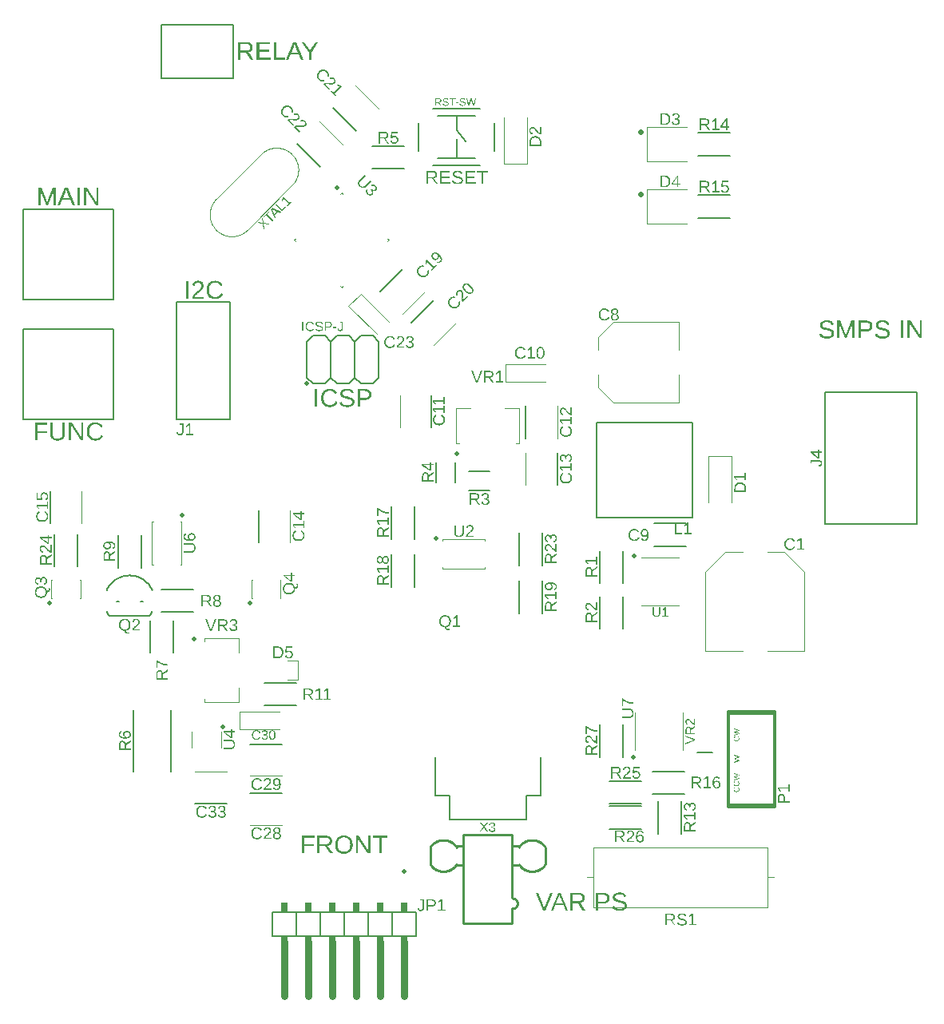
<source format=gto>
G04 EAGLE Gerber RS-274X export*
G75*
%MOMM*%
%FSLAX34Y34*%
%LPD*%
%INSilkscreen Top*%
%IPPOS*%
%AMOC8*
5,1,8,0,0,1.08239X$1,22.5*%
G01*
G04 Define Apertures*
%ADD10C,0.500000*%
%ADD11C,0.508000*%
%ADD12C,0.120000*%
%ADD13C,0.127000*%
%ADD14C,0.152400*%
%ADD15C,0.254000*%
%ADD16C,0.304800*%
%ADD17C,0.200000*%
%ADD18C,0.762000*%
%ADD19R,0.762000X0.508000*%
%ADD20R,0.762000X1.016000*%
G36*
X258782Y937941D02*
X264630Y937941D01*
X269506Y930148D01*
X272436Y930148D01*
X269376Y934792D01*
X267108Y938234D01*
X267629Y938343D01*
X268122Y938486D01*
X268586Y938662D01*
X269021Y938870D01*
X269258Y939011D01*
X269427Y939111D01*
X269804Y939385D01*
X270152Y939692D01*
X270471Y940032D01*
X270757Y940399D01*
X271005Y940786D01*
X271214Y941195D01*
X271385Y941624D01*
X271519Y942074D01*
X271614Y942545D01*
X271671Y943036D01*
X271690Y943549D01*
X271683Y943861D01*
X271663Y944164D01*
X271630Y944459D01*
X271582Y944745D01*
X271522Y945022D01*
X271448Y945291D01*
X271360Y945551D01*
X271259Y945802D01*
X271144Y946044D01*
X271016Y946278D01*
X270720Y946720D01*
X270369Y947126D01*
X269965Y947499D01*
X269511Y947831D01*
X269012Y948119D01*
X268468Y948363D01*
X267879Y948563D01*
X267244Y948718D01*
X266565Y948829D01*
X265840Y948895D01*
X265070Y948917D01*
X256238Y948917D01*
X256238Y930148D01*
X258782Y930148D01*
X258782Y937941D01*
G37*
%LPC*%
G36*
X258782Y939952D02*
X258782Y946879D01*
X264817Y946879D01*
X265324Y946866D01*
X265801Y946825D01*
X266247Y946758D01*
X266663Y946664D01*
X267048Y946543D01*
X267403Y946396D01*
X267727Y946221D01*
X268020Y946020D01*
X268281Y945793D01*
X268507Y945542D01*
X268698Y945266D01*
X268854Y944966D01*
X268976Y944641D01*
X269063Y944293D01*
X269115Y943920D01*
X269133Y943522D01*
X269115Y943111D01*
X269064Y942723D01*
X268978Y942359D01*
X268858Y942019D01*
X268703Y941702D01*
X268514Y941408D01*
X268291Y941138D01*
X268034Y940891D01*
X267745Y940671D01*
X267427Y940480D01*
X267081Y940319D01*
X266706Y940187D01*
X266303Y940084D01*
X265872Y940011D01*
X265412Y939967D01*
X264923Y939952D01*
X258782Y939952D01*
G37*
%LPD*%
G36*
X311911Y935636D02*
X320463Y935636D01*
X322608Y930148D01*
X325206Y930148D01*
X317666Y948917D01*
X314775Y948917D01*
X307116Y930148D01*
X309753Y930148D01*
X311911Y935636D01*
G37*
%LPC*%
G36*
X312684Y937621D02*
X315082Y943789D01*
X315654Y945364D01*
X316067Y946626D01*
X316187Y946999D01*
X316547Y945893D01*
X316920Y944794D01*
X317293Y943815D01*
X319704Y937621D01*
X312684Y937621D01*
G37*
%LPD*%
G36*
X290712Y932226D02*
X278470Y932226D01*
X278470Y938767D01*
X289366Y938767D01*
X289366Y940818D01*
X278470Y940818D01*
X278470Y946839D01*
X290165Y946839D01*
X290165Y948917D01*
X275925Y948917D01*
X275925Y930148D01*
X290712Y930148D01*
X290712Y932226D01*
G37*
G36*
X333569Y937927D02*
X340816Y948917D01*
X338018Y948917D01*
X332330Y939979D01*
X326616Y948917D01*
X323818Y948917D01*
X331038Y937927D01*
X331038Y930148D01*
X333569Y930148D01*
X333569Y937927D01*
G37*
G36*
X306142Y932226D02*
X296657Y932226D01*
X296657Y948917D01*
X294113Y948917D01*
X294113Y930148D01*
X306142Y930148D01*
X306142Y932226D01*
G37*
G36*
X46609Y788492D02*
X46555Y791009D01*
X46515Y792488D01*
X46955Y791023D01*
X47701Y788758D01*
X52616Y775970D01*
X54401Y775970D01*
X59250Y788758D01*
X59518Y789496D01*
X59803Y790363D01*
X60104Y791361D01*
X60423Y792488D01*
X60370Y791519D01*
X60333Y790530D01*
X60310Y789521D01*
X60303Y788492D01*
X60303Y775970D01*
X62594Y775970D01*
X62594Y794739D01*
X59330Y794739D01*
X54428Y781725D01*
X54253Y781243D01*
X53969Y780359D01*
X53687Y779412D01*
X53522Y778741D01*
X53401Y779265D01*
X53196Y780040D01*
X52944Y780910D01*
X52683Y781725D01*
X47688Y794739D01*
X44344Y794739D01*
X44344Y775970D01*
X46609Y775970D01*
X46609Y788492D01*
G37*
G36*
X69674Y781458D02*
X78226Y781458D01*
X80371Y775970D01*
X82968Y775970D01*
X75428Y794739D01*
X72538Y794739D01*
X64878Y775970D01*
X67516Y775970D01*
X69674Y781458D01*
G37*
%LPC*%
G36*
X70446Y783443D02*
X72844Y789611D01*
X73417Y791186D01*
X73830Y792448D01*
X73950Y792821D01*
X74309Y791715D01*
X74682Y790616D01*
X75055Y789637D01*
X77467Y783443D01*
X70446Y783443D01*
G37*
%LPD*%
G36*
X95109Y788438D02*
X95042Y790663D01*
X94976Y791955D01*
X105019Y775970D01*
X108083Y775970D01*
X108083Y794739D01*
X105792Y794739D01*
X105792Y782431D01*
X105802Y781755D01*
X105832Y780899D01*
X105952Y778648D01*
X95801Y794739D01*
X92844Y794739D01*
X92844Y775970D01*
X95109Y775970D01*
X95109Y788438D01*
G37*
G36*
X88074Y794739D02*
X85530Y794739D01*
X85530Y775970D01*
X88074Y775970D01*
X88074Y794739D01*
G37*
G36*
X79187Y539264D02*
X79120Y541489D01*
X79054Y542781D01*
X89098Y526796D01*
X92161Y526796D01*
X92161Y545565D01*
X89870Y545565D01*
X89870Y533257D01*
X89880Y532581D01*
X89910Y531725D01*
X90030Y529474D01*
X79880Y545565D01*
X76922Y545565D01*
X76922Y526796D01*
X79187Y526796D01*
X79187Y539264D01*
G37*
G36*
X65324Y526543D02*
X65894Y526584D01*
X66444Y526652D01*
X66974Y526748D01*
X67485Y526870D01*
X67975Y527020D01*
X68446Y527198D01*
X68897Y527402D01*
X69326Y527632D01*
X69730Y527887D01*
X70109Y528166D01*
X70462Y528469D01*
X70791Y528797D01*
X71095Y529149D01*
X71374Y529526D01*
X71628Y529926D01*
X71854Y530349D01*
X72051Y530791D01*
X72217Y531253D01*
X72352Y531735D01*
X72458Y532236D01*
X72533Y532756D01*
X72579Y533296D01*
X72594Y533856D01*
X72594Y545565D01*
X70063Y545565D01*
X70063Y534003D01*
X70041Y533360D01*
X69975Y532757D01*
X69865Y532193D01*
X69711Y531670D01*
X69514Y531186D01*
X69272Y530742D01*
X68987Y530338D01*
X68657Y529973D01*
X68289Y529650D01*
X67884Y529370D01*
X67445Y529133D01*
X66971Y528939D01*
X66461Y528788D01*
X65916Y528680D01*
X65336Y528616D01*
X64721Y528594D01*
X64123Y528615D01*
X63561Y528678D01*
X63036Y528782D01*
X62547Y528927D01*
X62093Y529115D01*
X61676Y529344D01*
X61296Y529614D01*
X60951Y529926D01*
X60645Y530279D01*
X60380Y530670D01*
X60156Y531100D01*
X59972Y531568D01*
X59829Y532075D01*
X59727Y532621D01*
X59666Y533206D01*
X59646Y533829D01*
X59646Y545565D01*
X57102Y545565D01*
X57102Y533616D01*
X57116Y533073D01*
X57161Y532549D01*
X57235Y532044D01*
X57338Y531558D01*
X57471Y531092D01*
X57634Y530644D01*
X57826Y530216D01*
X58047Y529807D01*
X58296Y529419D01*
X58569Y529055D01*
X58865Y528714D01*
X59186Y528398D01*
X59531Y528105D01*
X59901Y527836D01*
X60294Y527590D01*
X60712Y527369D01*
X61150Y527172D01*
X61607Y527002D01*
X62083Y526857D01*
X62576Y526739D01*
X63089Y526648D01*
X63619Y526582D01*
X64167Y526543D01*
X64734Y526530D01*
X65324Y526543D01*
G37*
G36*
X105591Y526549D02*
X106252Y526609D01*
X106892Y526708D01*
X107511Y526846D01*
X108109Y527024D01*
X108686Y527241D01*
X109242Y527498D01*
X109778Y527795D01*
X110287Y528130D01*
X110768Y528500D01*
X111219Y528907D01*
X111641Y529350D01*
X112033Y529830D01*
X112396Y530345D01*
X112730Y530897D01*
X113034Y531485D01*
X110956Y532524D01*
X110701Y532051D01*
X110430Y531609D01*
X110143Y531198D01*
X109842Y530816D01*
X109525Y530466D01*
X109192Y530146D01*
X108845Y529856D01*
X108482Y529597D01*
X108104Y529368D01*
X107710Y529170D01*
X107302Y529002D01*
X106878Y528865D01*
X106438Y528758D01*
X105984Y528682D01*
X105514Y528636D01*
X105029Y528621D01*
X104649Y528629D01*
X104279Y528654D01*
X103919Y528695D01*
X103570Y528752D01*
X103230Y528826D01*
X102900Y528916D01*
X102580Y529023D01*
X102270Y529145D01*
X101969Y529285D01*
X101679Y529441D01*
X101399Y529613D01*
X101128Y529801D01*
X100868Y530006D01*
X100618Y530227D01*
X100377Y530465D01*
X100146Y530719D01*
X99928Y530987D01*
X99723Y531265D01*
X99533Y531553D01*
X99357Y531853D01*
X99195Y532162D01*
X99047Y532483D01*
X98913Y532814D01*
X98793Y533155D01*
X98687Y533507D01*
X98595Y533870D01*
X98518Y534243D01*
X98454Y534627D01*
X98405Y535021D01*
X98370Y535426D01*
X98349Y535841D01*
X98342Y536267D01*
X98348Y536698D01*
X98369Y537116D01*
X98402Y537524D01*
X98450Y537919D01*
X98511Y538303D01*
X98585Y538676D01*
X98673Y539037D01*
X98774Y539386D01*
X98889Y539724D01*
X99018Y540050D01*
X99160Y540364D01*
X99316Y540667D01*
X99485Y540958D01*
X99667Y541238D01*
X99864Y541506D01*
X100073Y541762D01*
X100295Y542005D01*
X100528Y542232D01*
X100771Y542443D01*
X101026Y542639D01*
X101291Y542819D01*
X101567Y542984D01*
X101854Y543133D01*
X102151Y543266D01*
X102460Y543383D01*
X102779Y543485D01*
X103109Y543571D01*
X103450Y543642D01*
X103802Y543696D01*
X104164Y543736D01*
X104538Y543759D01*
X104922Y543767D01*
X105410Y543753D01*
X105881Y543713D01*
X106335Y543645D01*
X106772Y543550D01*
X107192Y543429D01*
X107596Y543280D01*
X107982Y543104D01*
X108352Y542901D01*
X108701Y542672D01*
X109025Y542420D01*
X109325Y542143D01*
X109599Y541842D01*
X109849Y541517D01*
X110074Y541168D01*
X110275Y540794D01*
X110450Y540397D01*
X112861Y541196D01*
X112608Y541754D01*
X112322Y542277D01*
X112002Y542765D01*
X111649Y543217D01*
X111263Y543634D01*
X110843Y544016D01*
X110390Y544362D01*
X109904Y544673D01*
X109386Y544947D01*
X108837Y545186D01*
X108257Y545387D01*
X107646Y545552D01*
X107005Y545680D01*
X106332Y545772D01*
X105629Y545827D01*
X104895Y545845D01*
X104367Y545835D01*
X103852Y545805D01*
X103352Y545755D01*
X102867Y545686D01*
X102397Y545596D01*
X101941Y545487D01*
X101499Y545358D01*
X101072Y545209D01*
X100660Y545040D01*
X100262Y544851D01*
X99879Y544642D01*
X99510Y544414D01*
X99156Y544165D01*
X98817Y543897D01*
X98492Y543609D01*
X98182Y543301D01*
X97888Y542975D01*
X97613Y542634D01*
X97358Y542278D01*
X97121Y541907D01*
X96903Y541521D01*
X96704Y541119D01*
X96524Y540702D01*
X96363Y540270D01*
X96221Y539823D01*
X96098Y539361D01*
X95994Y538883D01*
X95909Y538390D01*
X95842Y537882D01*
X95795Y537359D01*
X95767Y536821D01*
X95757Y536267D01*
X95774Y535530D01*
X95825Y534819D01*
X95910Y534133D01*
X96029Y533471D01*
X96181Y532835D01*
X96368Y532225D01*
X96588Y531639D01*
X96843Y531079D01*
X97130Y530547D01*
X97447Y530046D01*
X97796Y529578D01*
X98175Y529140D01*
X98585Y528735D01*
X99026Y528361D01*
X99498Y528019D01*
X100000Y527708D01*
X100530Y527432D01*
X101084Y527193D01*
X101661Y526990D01*
X102263Y526824D01*
X102888Y526695D01*
X103538Y526603D01*
X104211Y526548D01*
X104909Y526530D01*
X105591Y526549D01*
G37*
G36*
X43123Y534402D02*
X53593Y534402D01*
X53593Y536507D01*
X43123Y536507D01*
X43123Y543487D01*
X53913Y543487D01*
X53913Y545565D01*
X40579Y545565D01*
X40579Y526796D01*
X43123Y526796D01*
X43123Y534402D01*
G37*
G36*
X368985Y88652D02*
X369665Y88708D01*
X370322Y88800D01*
X370955Y88930D01*
X371564Y89097D01*
X372150Y89300D01*
X372711Y89541D01*
X373249Y89819D01*
X373760Y90132D01*
X374241Y90476D01*
X374690Y90853D01*
X375109Y91261D01*
X375498Y91702D01*
X375856Y92174D01*
X376183Y92679D01*
X376480Y93216D01*
X376744Y93780D01*
X376972Y94367D01*
X377166Y94977D01*
X377324Y95610D01*
X377447Y96266D01*
X377535Y96945D01*
X377588Y97647D01*
X377605Y98371D01*
X377588Y99098D01*
X377536Y99801D01*
X377449Y100479D01*
X377327Y101132D01*
X377171Y101761D01*
X376980Y102365D01*
X376754Y102945D01*
X376493Y103500D01*
X376200Y104026D01*
X375875Y104521D01*
X375519Y104983D01*
X375133Y105413D01*
X374715Y105811D01*
X374266Y106176D01*
X373787Y106509D01*
X373276Y106810D01*
X372738Y107077D01*
X372176Y107308D01*
X371591Y107504D01*
X370982Y107664D01*
X370349Y107789D01*
X369692Y107878D01*
X369012Y107931D01*
X368307Y107949D01*
X367765Y107939D01*
X367239Y107909D01*
X366727Y107860D01*
X366230Y107790D01*
X365749Y107701D01*
X365282Y107592D01*
X364831Y107463D01*
X364394Y107315D01*
X363973Y107146D01*
X363567Y106958D01*
X363176Y106749D01*
X362800Y106521D01*
X362439Y106274D01*
X362093Y106006D01*
X361763Y105719D01*
X361447Y105411D01*
X361149Y105086D01*
X360870Y104746D01*
X360610Y104391D01*
X360369Y104020D01*
X360148Y103633D01*
X359945Y103232D01*
X359762Y102815D01*
X359599Y102382D01*
X359454Y101935D01*
X359329Y101472D01*
X359223Y100993D01*
X359137Y100500D01*
X359069Y99991D01*
X359021Y99466D01*
X358992Y98926D01*
X358983Y98371D01*
X359000Y97643D01*
X359052Y96939D01*
X359138Y96257D01*
X359259Y95599D01*
X359415Y94963D01*
X359605Y94351D01*
X359829Y93762D01*
X360088Y93196D01*
X360380Y92658D01*
X360703Y92152D01*
X361057Y91680D01*
X361442Y91239D01*
X361858Y90832D01*
X362305Y90457D01*
X362783Y90115D01*
X363292Y89806D01*
X363829Y89531D01*
X364391Y89293D01*
X364977Y89091D01*
X365588Y88927D01*
X366224Y88798D01*
X366885Y88707D01*
X367570Y88652D01*
X368281Y88634D01*
X368985Y88652D01*
G37*
%LPC*%
G36*
X367892Y90706D02*
X367513Y90731D01*
X367145Y90771D01*
X366788Y90828D01*
X366442Y90901D01*
X366107Y90990D01*
X365782Y91095D01*
X365468Y91216D01*
X365165Y91354D01*
X364873Y91507D01*
X364591Y91677D01*
X364321Y91863D01*
X364061Y92066D01*
X363811Y92284D01*
X363573Y92519D01*
X363345Y92770D01*
X363130Y93034D01*
X362929Y93310D01*
X362741Y93598D01*
X362567Y93897D01*
X362408Y94207D01*
X362262Y94528D01*
X362130Y94861D01*
X362012Y95206D01*
X361907Y95562D01*
X361817Y95929D01*
X361741Y96307D01*
X361678Y96697D01*
X361630Y97099D01*
X361595Y97511D01*
X361574Y97936D01*
X361567Y98371D01*
X361574Y98810D01*
X361594Y99236D01*
X361629Y99649D01*
X361677Y100050D01*
X361739Y100439D01*
X361814Y100816D01*
X361904Y101180D01*
X362007Y101532D01*
X362123Y101871D01*
X362254Y102198D01*
X362398Y102512D01*
X362556Y102815D01*
X362728Y103104D01*
X362913Y103382D01*
X363112Y103647D01*
X363325Y103899D01*
X363551Y104138D01*
X363788Y104361D01*
X364036Y104569D01*
X364296Y104762D01*
X364567Y104939D01*
X364850Y105101D01*
X365144Y105247D01*
X365450Y105378D01*
X365767Y105493D01*
X366096Y105594D01*
X366436Y105678D01*
X366787Y105748D01*
X367150Y105802D01*
X367524Y105840D01*
X367910Y105863D01*
X368307Y105871D01*
X368701Y105863D01*
X369084Y105840D01*
X369455Y105801D01*
X369816Y105746D01*
X370164Y105676D01*
X370502Y105590D01*
X370828Y105488D01*
X371143Y105371D01*
X371447Y105239D01*
X371739Y105090D01*
X372020Y104926D01*
X372290Y104747D01*
X372548Y104552D01*
X372796Y104341D01*
X373032Y104115D01*
X373256Y103873D01*
X373468Y103617D01*
X373667Y103350D01*
X373851Y103070D01*
X374022Y102780D01*
X374180Y102477D01*
X374324Y102162D01*
X374454Y101836D01*
X374570Y101498D01*
X374673Y101149D01*
X374761Y100787D01*
X374837Y100414D01*
X374898Y100029D01*
X374946Y99632D01*
X374980Y99224D01*
X375001Y98803D01*
X375008Y98371D01*
X375001Y97920D01*
X374981Y97481D01*
X374947Y97056D01*
X374899Y96643D01*
X374838Y96244D01*
X374763Y95857D01*
X374675Y95483D01*
X374573Y95123D01*
X374458Y94775D01*
X374329Y94440D01*
X374186Y94118D01*
X374030Y93809D01*
X373860Y93513D01*
X373677Y93230D01*
X373480Y92960D01*
X373269Y92703D01*
X373046Y92460D01*
X372811Y92233D01*
X372564Y92022D01*
X372306Y91826D01*
X372035Y91646D01*
X371753Y91481D01*
X371459Y91333D01*
X371153Y91200D01*
X370835Y91082D01*
X370506Y90980D01*
X370165Y90894D01*
X369811Y90824D01*
X369446Y90769D01*
X369070Y90730D01*
X368681Y90706D01*
X368281Y90698D01*
X367892Y90706D01*
G37*
%LPD*%
G36*
X342785Y96693D02*
X348633Y96693D01*
X353509Y88900D01*
X356439Y88900D01*
X353379Y93544D01*
X351111Y96986D01*
X351633Y97095D01*
X352125Y97238D01*
X352589Y97414D01*
X353024Y97622D01*
X353262Y97763D01*
X353430Y97863D01*
X353807Y98137D01*
X354155Y98444D01*
X354474Y98784D01*
X354760Y99151D01*
X355008Y99538D01*
X355217Y99947D01*
X355389Y100376D01*
X355522Y100826D01*
X355617Y101297D01*
X355674Y101788D01*
X355693Y102301D01*
X355687Y102613D01*
X355666Y102916D01*
X355633Y103211D01*
X355585Y103497D01*
X355525Y103774D01*
X355451Y104043D01*
X355363Y104303D01*
X355262Y104554D01*
X355147Y104796D01*
X355019Y105030D01*
X354723Y105472D01*
X354373Y105878D01*
X353968Y106251D01*
X353514Y106583D01*
X353015Y106871D01*
X352471Y107115D01*
X351882Y107315D01*
X351247Y107470D01*
X350568Y107581D01*
X349843Y107647D01*
X349073Y107669D01*
X340241Y107669D01*
X340241Y88900D01*
X342785Y88900D01*
X342785Y96693D01*
G37*
%LPC*%
G36*
X342785Y98704D02*
X342785Y105631D01*
X348820Y105631D01*
X349327Y105618D01*
X349804Y105577D01*
X350251Y105510D01*
X350666Y105416D01*
X351051Y105295D01*
X351406Y105148D01*
X351730Y104973D01*
X352023Y104772D01*
X352284Y104545D01*
X352510Y104294D01*
X352701Y104018D01*
X352858Y103718D01*
X352979Y103393D01*
X353066Y103045D01*
X353118Y102672D01*
X353136Y102274D01*
X353119Y101863D01*
X353067Y101475D01*
X352981Y101111D01*
X352861Y100771D01*
X352706Y100454D01*
X352518Y100160D01*
X352294Y99890D01*
X352037Y99643D01*
X351748Y99423D01*
X351430Y99232D01*
X351084Y99071D01*
X350710Y98939D01*
X350307Y98836D01*
X349875Y98763D01*
X349415Y98719D01*
X348926Y98704D01*
X342785Y98704D01*
G37*
%LPD*%
G36*
X383412Y101368D02*
X383345Y103593D01*
X383279Y104885D01*
X393323Y88900D01*
X396386Y88900D01*
X396386Y107669D01*
X394095Y107669D01*
X394095Y95361D01*
X394105Y94685D01*
X394135Y93829D01*
X394255Y91578D01*
X384105Y107669D01*
X381147Y107669D01*
X381147Y88900D01*
X383412Y88900D01*
X383412Y101368D01*
G37*
G36*
X326129Y96506D02*
X336599Y96506D01*
X336599Y98611D01*
X326129Y98611D01*
X326129Y105591D01*
X336919Y105591D01*
X336919Y107669D01*
X323585Y107669D01*
X323585Y88900D01*
X326129Y88900D01*
X326129Y96506D01*
G37*
G36*
X408188Y105591D02*
X414635Y105591D01*
X414635Y107669D01*
X399210Y107669D01*
X399210Y105591D01*
X405657Y105591D01*
X405657Y88900D01*
X408188Y88900D01*
X408188Y105591D01*
G37*
G36*
X610626Y36241D02*
X616474Y36241D01*
X621349Y28448D01*
X624280Y28448D01*
X621220Y33092D01*
X618952Y36534D01*
X619473Y36643D01*
X619966Y36786D01*
X620430Y36962D01*
X620865Y37170D01*
X621102Y37311D01*
X621271Y37411D01*
X621648Y37685D01*
X621996Y37992D01*
X622315Y38332D01*
X622601Y38699D01*
X622848Y39086D01*
X623058Y39495D01*
X623229Y39924D01*
X623363Y40374D01*
X623458Y40845D01*
X623515Y41336D01*
X623534Y41849D01*
X623527Y42161D01*
X623507Y42464D01*
X623473Y42759D01*
X623426Y43045D01*
X623365Y43322D01*
X623291Y43591D01*
X623204Y43851D01*
X623103Y44102D01*
X622988Y44344D01*
X622860Y44578D01*
X622564Y45020D01*
X622213Y45426D01*
X621809Y45799D01*
X621355Y46131D01*
X620856Y46419D01*
X620312Y46663D01*
X619722Y46863D01*
X619088Y47018D01*
X618408Y47129D01*
X617683Y47195D01*
X616913Y47217D01*
X608082Y47217D01*
X608082Y28448D01*
X610626Y28448D01*
X610626Y36241D01*
G37*
%LPC*%
G36*
X610626Y38252D02*
X610626Y45179D01*
X616660Y45179D01*
X617168Y45166D01*
X617645Y45125D01*
X618091Y45058D01*
X618507Y44964D01*
X618892Y44843D01*
X619247Y44696D01*
X619571Y44521D01*
X619864Y44320D01*
X620125Y44093D01*
X620351Y43842D01*
X620542Y43566D01*
X620698Y43266D01*
X620820Y42941D01*
X620907Y42593D01*
X620959Y42220D01*
X620976Y41822D01*
X620959Y41411D01*
X620908Y41023D01*
X620822Y40659D01*
X620702Y40319D01*
X620547Y40002D01*
X620358Y39708D01*
X620135Y39438D01*
X619877Y39191D01*
X619588Y38971D01*
X619271Y38780D01*
X618925Y38619D01*
X618550Y38487D01*
X618147Y38384D01*
X617716Y38311D01*
X617256Y38267D01*
X616767Y38252D01*
X610626Y38252D01*
G37*
%LPD*%
G36*
X637907Y35761D02*
X643422Y35761D01*
X643790Y35767D01*
X644149Y35786D01*
X644497Y35816D01*
X644836Y35859D01*
X645165Y35915D01*
X645485Y35982D01*
X645795Y36062D01*
X646095Y36154D01*
X646665Y36375D01*
X647197Y36645D01*
X647690Y36965D01*
X648144Y37333D01*
X648552Y37743D01*
X648905Y38187D01*
X649204Y38666D01*
X649333Y38918D01*
X649448Y39178D01*
X649550Y39447D01*
X649638Y39725D01*
X649713Y40011D01*
X649774Y40305D01*
X649822Y40608D01*
X649856Y40920D01*
X649876Y41240D01*
X649883Y41569D01*
X649876Y41901D01*
X649856Y42223D01*
X649822Y42536D01*
X649774Y42839D01*
X649714Y43132D01*
X649639Y43417D01*
X649551Y43692D01*
X649450Y43957D01*
X649335Y44213D01*
X649206Y44459D01*
X649064Y44696D01*
X648909Y44923D01*
X648557Y45350D01*
X648151Y45739D01*
X647696Y46085D01*
X647196Y46385D01*
X646652Y46640D01*
X646063Y46848D01*
X645430Y47009D01*
X644752Y47125D01*
X644029Y47194D01*
X643262Y47217D01*
X635363Y47217D01*
X635363Y28448D01*
X637907Y28448D01*
X637907Y35761D01*
G37*
%LPC*%
G36*
X637907Y37773D02*
X637907Y45179D01*
X642956Y45179D01*
X643485Y45165D01*
X643980Y45122D01*
X644441Y45051D01*
X644867Y44952D01*
X645260Y44824D01*
X645618Y44668D01*
X645943Y44483D01*
X646233Y44270D01*
X646489Y44028D01*
X646711Y43759D01*
X646898Y43460D01*
X647052Y43133D01*
X647171Y42778D01*
X647257Y42395D01*
X647308Y41983D01*
X647325Y41542D01*
X647308Y41086D01*
X647258Y40659D01*
X647175Y40261D01*
X647059Y39893D01*
X646909Y39554D01*
X646726Y39245D01*
X646509Y38965D01*
X646259Y38715D01*
X645976Y38494D01*
X645660Y38303D01*
X645310Y38141D01*
X644927Y38008D01*
X644511Y37905D01*
X644061Y37832D01*
X643579Y37787D01*
X643062Y37773D01*
X637907Y37773D01*
G37*
%LPD*%
G36*
X592505Y33936D02*
X601057Y33936D01*
X603202Y28448D01*
X605799Y28448D01*
X598260Y47217D01*
X595369Y47217D01*
X587710Y28448D01*
X590347Y28448D01*
X592505Y33936D01*
G37*
%LPC*%
G36*
X593278Y35921D02*
X595675Y42089D01*
X596248Y43664D01*
X596661Y44926D01*
X596781Y45299D01*
X597141Y44193D01*
X597514Y43094D01*
X597887Y42115D01*
X600298Y35921D01*
X593278Y35921D01*
G37*
%LPD*%
G36*
X661400Y28204D02*
X662245Y28271D01*
X663038Y28382D01*
X663779Y28538D01*
X664468Y28738D01*
X665106Y28983D01*
X665405Y29123D01*
X665691Y29273D01*
X665965Y29434D01*
X666225Y29607D01*
X666471Y29790D01*
X666701Y29982D01*
X666916Y30183D01*
X667114Y30393D01*
X667297Y30612D01*
X667463Y30841D01*
X667614Y31078D01*
X667749Y31325D01*
X667868Y31581D01*
X667971Y31847D01*
X668058Y32121D01*
X668130Y32404D01*
X668185Y32697D01*
X668225Y32999D01*
X668249Y33310D01*
X668257Y33630D01*
X668239Y34126D01*
X668185Y34589D01*
X668096Y35019D01*
X667970Y35415D01*
X667813Y35782D01*
X667629Y36124D01*
X667417Y36441D01*
X667178Y36734D01*
X666913Y37003D01*
X666627Y37250D01*
X666317Y37475D01*
X665985Y37679D01*
X665636Y37866D01*
X665274Y38041D01*
X664900Y38203D01*
X664514Y38352D01*
X663709Y38619D01*
X662868Y38845D01*
X661143Y39251D01*
X659959Y39526D01*
X658989Y39779D01*
X658234Y40009D01*
X657693Y40217D01*
X657286Y40424D01*
X656929Y40653D01*
X656623Y40904D01*
X656368Y41176D01*
X656260Y41322D01*
X656167Y41478D01*
X656088Y41643D01*
X656023Y41817D01*
X655973Y42001D01*
X655937Y42194D01*
X655915Y42396D01*
X655908Y42608D01*
X655927Y42966D01*
X655982Y43302D01*
X656075Y43614D01*
X656205Y43904D01*
X656371Y44170D01*
X656575Y44414D01*
X656816Y44635D01*
X657094Y44833D01*
X657407Y45008D01*
X657753Y45159D01*
X658133Y45287D01*
X658546Y45392D01*
X658992Y45474D01*
X659472Y45532D01*
X659984Y45567D01*
X660531Y45579D01*
X661029Y45568D01*
X661501Y45537D01*
X661944Y45484D01*
X662359Y45411D01*
X662746Y45316D01*
X663106Y45200D01*
X663437Y45064D01*
X663741Y44906D01*
X664019Y44725D01*
X664274Y44518D01*
X664505Y44286D01*
X664713Y44028D01*
X664898Y43745D01*
X665060Y43436D01*
X665198Y43102D01*
X665313Y42741D01*
X667817Y43181D01*
X667631Y43749D01*
X667414Y44274D01*
X667165Y44755D01*
X666885Y45194D01*
X666572Y45590D01*
X666229Y45942D01*
X665853Y46252D01*
X665446Y46518D01*
X665000Y46747D01*
X664506Y46946D01*
X663966Y47114D01*
X663378Y47252D01*
X662743Y47359D01*
X662062Y47436D01*
X661333Y47482D01*
X660557Y47497D01*
X659723Y47477D01*
X658938Y47415D01*
X658203Y47313D01*
X657518Y47171D01*
X656883Y46987D01*
X656297Y46763D01*
X655762Y46497D01*
X655275Y46191D01*
X654843Y45848D01*
X654468Y45470D01*
X654303Y45268D01*
X654151Y45057D01*
X654014Y44838D01*
X653892Y44610D01*
X653784Y44373D01*
X653690Y44128D01*
X653611Y43874D01*
X653546Y43611D01*
X653495Y43340D01*
X653459Y43060D01*
X653438Y42772D01*
X653431Y42475D01*
X653453Y41964D01*
X653519Y41483D01*
X653629Y41031D01*
X653784Y40610D01*
X653980Y40217D01*
X654215Y39849D01*
X654489Y39507D01*
X654803Y39191D01*
X655166Y38895D01*
X655590Y38614D01*
X656075Y38346D01*
X656621Y38092D01*
X657264Y37846D01*
X658041Y37599D01*
X658952Y37353D01*
X659998Y37107D01*
X662329Y36560D01*
X662837Y36426D01*
X663308Y36277D01*
X663743Y36113D01*
X664141Y35934D01*
X664499Y35735D01*
X664815Y35511D01*
X665088Y35262D01*
X665319Y34989D01*
X665418Y34840D01*
X665503Y34681D01*
X665575Y34510D01*
X665634Y34329D01*
X665680Y34137D01*
X665713Y33935D01*
X665733Y33721D01*
X665739Y33497D01*
X665718Y33099D01*
X665655Y32727D01*
X665551Y32379D01*
X665404Y32056D01*
X665216Y31758D01*
X664986Y31485D01*
X664714Y31236D01*
X664400Y31012D01*
X664048Y30814D01*
X663661Y30642D01*
X663238Y30497D01*
X662780Y30378D01*
X662287Y30285D01*
X661759Y30219D01*
X661196Y30180D01*
X660597Y30166D01*
X660017Y30179D01*
X659467Y30216D01*
X658949Y30278D01*
X658463Y30365D01*
X658007Y30476D01*
X657582Y30612D01*
X657189Y30773D01*
X656827Y30959D01*
X656496Y31171D01*
X656195Y31411D01*
X655923Y31680D01*
X655682Y31976D01*
X655470Y32301D01*
X655289Y32654D01*
X655137Y33034D01*
X655016Y33443D01*
X652551Y32950D01*
X652710Y32373D01*
X652915Y31833D01*
X653164Y31330D01*
X653458Y30864D01*
X653797Y30436D01*
X654182Y30044D01*
X654611Y29690D01*
X655086Y29374D01*
X655605Y29094D01*
X656170Y28852D01*
X656780Y28647D01*
X657434Y28480D01*
X658134Y28349D01*
X658879Y28256D01*
X659669Y28200D01*
X660504Y28182D01*
X661400Y28204D01*
G37*
G36*
X589576Y47217D02*
X586899Y47217D01*
X581730Y34003D01*
X580612Y30686D01*
X579493Y34003D01*
X574297Y47217D01*
X571620Y47217D01*
X579279Y28448D01*
X581917Y28448D01*
X589576Y47217D01*
G37*
G36*
X916710Y642313D02*
X922225Y642313D01*
X922593Y642319D01*
X922952Y642338D01*
X923300Y642368D01*
X923639Y642411D01*
X923968Y642467D01*
X924288Y642534D01*
X924598Y642614D01*
X924898Y642706D01*
X925469Y642927D01*
X926000Y643197D01*
X926493Y643517D01*
X926947Y643885D01*
X927355Y644295D01*
X927708Y644739D01*
X928007Y645218D01*
X928136Y645470D01*
X928251Y645730D01*
X928353Y645999D01*
X928441Y646277D01*
X928516Y646563D01*
X928577Y646857D01*
X928625Y647160D01*
X928659Y647472D01*
X928679Y647792D01*
X928686Y648121D01*
X928679Y648453D01*
X928659Y648775D01*
X928625Y649088D01*
X928578Y649391D01*
X928517Y649684D01*
X928442Y649969D01*
X928354Y650244D01*
X928253Y650509D01*
X928138Y650765D01*
X928009Y651011D01*
X927867Y651248D01*
X927712Y651475D01*
X927360Y651902D01*
X926954Y652291D01*
X926499Y652637D01*
X925999Y652937D01*
X925455Y653192D01*
X924866Y653400D01*
X924233Y653561D01*
X923555Y653677D01*
X922832Y653746D01*
X922065Y653769D01*
X914166Y653769D01*
X914166Y635000D01*
X916710Y635000D01*
X916710Y642313D01*
G37*
%LPC*%
G36*
X916710Y644325D02*
X916710Y651731D01*
X921759Y651731D01*
X922288Y651717D01*
X922783Y651674D01*
X923244Y651603D01*
X923671Y651504D01*
X924063Y651376D01*
X924421Y651220D01*
X924746Y651035D01*
X925036Y650822D01*
X925292Y650580D01*
X925514Y650311D01*
X925702Y650012D01*
X925855Y649685D01*
X925975Y649330D01*
X926060Y648947D01*
X926111Y648535D01*
X926128Y648094D01*
X926112Y647638D01*
X926062Y647211D01*
X925978Y646813D01*
X925862Y646445D01*
X925712Y646106D01*
X925529Y645797D01*
X925312Y645517D01*
X925063Y645267D01*
X924779Y645046D01*
X924463Y644855D01*
X924113Y644693D01*
X923730Y644560D01*
X923314Y644457D01*
X922865Y644384D01*
X922382Y644339D01*
X921866Y644325D01*
X916710Y644325D01*
G37*
%LPD*%
G36*
X893712Y647522D02*
X893659Y650039D01*
X893619Y651518D01*
X894058Y650053D01*
X894804Y647788D01*
X899720Y635000D01*
X901505Y635000D01*
X906353Y647788D01*
X906621Y648526D01*
X906906Y649393D01*
X907208Y650391D01*
X907526Y651518D01*
X907473Y650549D01*
X907436Y649560D01*
X907413Y648551D01*
X907406Y647522D01*
X907406Y635000D01*
X909697Y635000D01*
X909697Y653769D01*
X906433Y653769D01*
X901531Y640755D01*
X901356Y640273D01*
X901072Y639389D01*
X900790Y638442D01*
X900625Y637771D01*
X900504Y638295D01*
X900299Y639070D01*
X900048Y639940D01*
X899786Y640755D01*
X894791Y653769D01*
X891447Y653769D01*
X891447Y635000D01*
X893712Y635000D01*
X893712Y647522D01*
G37*
G36*
X967993Y647468D02*
X967926Y649693D01*
X967860Y650985D01*
X977904Y635000D01*
X980968Y635000D01*
X980968Y653769D01*
X978676Y653769D01*
X978676Y641461D01*
X978686Y640785D01*
X978716Y639929D01*
X978836Y637678D01*
X968686Y653769D01*
X965729Y653769D01*
X965729Y635000D01*
X967993Y635000D01*
X967993Y647468D01*
G37*
G36*
X881110Y634756D02*
X881955Y634823D01*
X882748Y634934D01*
X883489Y635090D01*
X884178Y635290D01*
X884815Y635535D01*
X885115Y635675D01*
X885401Y635825D01*
X885674Y635986D01*
X885935Y636159D01*
X886181Y636342D01*
X886411Y636534D01*
X886625Y636735D01*
X886823Y636945D01*
X887006Y637164D01*
X887173Y637393D01*
X887323Y637630D01*
X887458Y637877D01*
X887577Y638133D01*
X887680Y638399D01*
X887768Y638673D01*
X887839Y638956D01*
X887895Y639249D01*
X887934Y639551D01*
X887958Y639862D01*
X887966Y640182D01*
X887948Y640678D01*
X887894Y641141D01*
X887805Y641571D01*
X887680Y641967D01*
X887523Y642334D01*
X887338Y642676D01*
X887126Y642993D01*
X886887Y643286D01*
X886623Y643555D01*
X886336Y643802D01*
X886027Y644027D01*
X885695Y644231D01*
X885346Y644418D01*
X884984Y644593D01*
X884610Y644755D01*
X884223Y644904D01*
X883419Y645171D01*
X882578Y645397D01*
X880853Y645803D01*
X879668Y646078D01*
X878698Y646331D01*
X877943Y646561D01*
X877403Y646769D01*
X876995Y646976D01*
X876638Y647205D01*
X876332Y647456D01*
X876077Y647728D01*
X875969Y647874D01*
X875876Y648030D01*
X875797Y648195D01*
X875732Y648369D01*
X875682Y648553D01*
X875646Y648746D01*
X875625Y648948D01*
X875618Y649160D01*
X875636Y649518D01*
X875692Y649854D01*
X875784Y650166D01*
X875914Y650456D01*
X876081Y650722D01*
X876284Y650966D01*
X876525Y651187D01*
X876803Y651385D01*
X877116Y651560D01*
X877463Y651711D01*
X877842Y651839D01*
X878255Y651944D01*
X878701Y652026D01*
X879181Y652084D01*
X879694Y652119D01*
X880240Y652131D01*
X880739Y652120D01*
X881210Y652089D01*
X881653Y652036D01*
X882068Y651963D01*
X882456Y651868D01*
X882815Y651752D01*
X883147Y651616D01*
X883450Y651458D01*
X883728Y651277D01*
X883983Y651070D01*
X884215Y650838D01*
X884423Y650580D01*
X884608Y650297D01*
X884769Y649988D01*
X884907Y649654D01*
X885022Y649293D01*
X887526Y649733D01*
X887341Y650301D01*
X887124Y650826D01*
X886875Y651307D01*
X886594Y651746D01*
X886282Y652142D01*
X885938Y652494D01*
X885562Y652804D01*
X885155Y653070D01*
X884709Y653299D01*
X884215Y653498D01*
X883675Y653666D01*
X883087Y653804D01*
X882453Y653911D01*
X881771Y653988D01*
X881042Y654034D01*
X880267Y654049D01*
X879432Y654029D01*
X878648Y653967D01*
X877913Y653865D01*
X877228Y653723D01*
X876592Y653539D01*
X876007Y653315D01*
X875471Y653049D01*
X874985Y652743D01*
X874552Y652400D01*
X874178Y652022D01*
X874012Y651820D01*
X873861Y651609D01*
X873724Y651390D01*
X873601Y651162D01*
X873493Y650925D01*
X873399Y650680D01*
X873320Y650426D01*
X873255Y650163D01*
X873205Y649892D01*
X873169Y649612D01*
X873147Y649324D01*
X873140Y649027D01*
X873162Y648516D01*
X873228Y648035D01*
X873338Y647583D01*
X873493Y647162D01*
X873689Y646769D01*
X873924Y646401D01*
X874198Y646059D01*
X874512Y645743D01*
X874875Y645447D01*
X875300Y645166D01*
X875785Y644898D01*
X876330Y644644D01*
X876973Y644398D01*
X877751Y644151D01*
X878662Y643905D01*
X879707Y643659D01*
X882038Y643112D01*
X882546Y642978D01*
X883017Y642829D01*
X883452Y642665D01*
X883850Y642486D01*
X884208Y642287D01*
X884524Y642063D01*
X884798Y641814D01*
X885029Y641541D01*
X885127Y641392D01*
X885212Y641233D01*
X885285Y641062D01*
X885344Y640881D01*
X885389Y640689D01*
X885422Y640487D01*
X885442Y640273D01*
X885448Y640049D01*
X885428Y639651D01*
X885365Y639279D01*
X885260Y638931D01*
X885114Y638608D01*
X884925Y638310D01*
X884695Y638037D01*
X884423Y637788D01*
X884110Y637564D01*
X883757Y637366D01*
X883370Y637194D01*
X882947Y637049D01*
X882490Y636930D01*
X881997Y636837D01*
X881468Y636771D01*
X880905Y636732D01*
X880307Y636718D01*
X879726Y636731D01*
X879177Y636768D01*
X878659Y636830D01*
X878172Y636917D01*
X877716Y637028D01*
X877292Y637164D01*
X876899Y637325D01*
X876537Y637511D01*
X876205Y637723D01*
X875904Y637963D01*
X875633Y638232D01*
X875391Y638528D01*
X875180Y638853D01*
X874998Y639206D01*
X874847Y639586D01*
X874725Y639995D01*
X872261Y639502D01*
X872420Y638925D01*
X872624Y638385D01*
X872873Y637882D01*
X873167Y637416D01*
X873507Y636988D01*
X873891Y636596D01*
X874321Y636242D01*
X874795Y635926D01*
X875315Y635646D01*
X875879Y635404D01*
X876489Y635199D01*
X877144Y635032D01*
X877843Y634901D01*
X878588Y634808D01*
X879378Y634752D01*
X880213Y634734D01*
X881110Y634756D01*
G37*
G36*
X940204Y634756D02*
X941048Y634823D01*
X941841Y634934D01*
X942582Y635090D01*
X943272Y635290D01*
X943909Y635535D01*
X944208Y635675D01*
X944495Y635825D01*
X944768Y635986D01*
X945028Y636159D01*
X945274Y636342D01*
X945505Y636534D01*
X945719Y636735D01*
X945917Y636945D01*
X946100Y637164D01*
X946266Y637393D01*
X946417Y637630D01*
X946552Y637877D01*
X946671Y638133D01*
X946774Y638399D01*
X946861Y638673D01*
X946933Y638956D01*
X946988Y639249D01*
X947028Y639551D01*
X947052Y639862D01*
X947060Y640182D01*
X947042Y640678D01*
X946988Y641141D01*
X946899Y641571D01*
X946773Y641967D01*
X946617Y642334D01*
X946432Y642676D01*
X946220Y642993D01*
X945981Y643286D01*
X945717Y643555D01*
X945430Y643802D01*
X945120Y644027D01*
X944789Y644231D01*
X944439Y644418D01*
X944078Y644593D01*
X943703Y644755D01*
X943317Y644904D01*
X942512Y645171D01*
X941672Y645397D01*
X939946Y645803D01*
X938762Y646078D01*
X937792Y646331D01*
X937037Y646561D01*
X936496Y646769D01*
X936089Y646976D01*
X935732Y647205D01*
X935426Y647456D01*
X935171Y647728D01*
X935063Y647874D01*
X934970Y648030D01*
X934891Y648195D01*
X934826Y648369D01*
X934776Y648553D01*
X934740Y648746D01*
X934719Y648948D01*
X934711Y649160D01*
X934730Y649518D01*
X934785Y649854D01*
X934878Y650166D01*
X935008Y650456D01*
X935174Y650722D01*
X935378Y650966D01*
X935619Y651187D01*
X935897Y651385D01*
X936210Y651560D01*
X936556Y651711D01*
X936936Y651839D01*
X937349Y651944D01*
X937795Y652026D01*
X938275Y652084D01*
X938788Y652119D01*
X939334Y652131D01*
X939833Y652120D01*
X940304Y652089D01*
X940747Y652036D01*
X941162Y651963D01*
X941549Y651868D01*
X941909Y651752D01*
X942240Y651616D01*
X942544Y651458D01*
X942822Y651277D01*
X943077Y651070D01*
X943308Y650838D01*
X943516Y650580D01*
X943701Y650297D01*
X943863Y649988D01*
X944001Y649654D01*
X944116Y649293D01*
X946620Y649733D01*
X946435Y650301D01*
X946217Y650826D01*
X945968Y651307D01*
X945688Y651746D01*
X945376Y652142D01*
X945032Y652494D01*
X944656Y652804D01*
X944249Y653070D01*
X943803Y653299D01*
X943309Y653498D01*
X942769Y653666D01*
X942181Y653804D01*
X941546Y653911D01*
X940865Y653988D01*
X940136Y654034D01*
X939360Y654049D01*
X938526Y654029D01*
X937741Y653967D01*
X937007Y653865D01*
X936322Y653723D01*
X935686Y653539D01*
X935101Y653315D01*
X934565Y653049D01*
X934079Y652743D01*
X933646Y652400D01*
X933271Y652022D01*
X933106Y651820D01*
X932954Y651609D01*
X932817Y651390D01*
X932695Y651162D01*
X932587Y650925D01*
X932493Y650680D01*
X932414Y650426D01*
X932349Y650163D01*
X932299Y649892D01*
X932262Y649612D01*
X932241Y649324D01*
X932234Y649027D01*
X932256Y648516D01*
X932322Y648035D01*
X932432Y647583D01*
X932587Y647162D01*
X932783Y646769D01*
X933018Y646401D01*
X933292Y646059D01*
X933606Y645743D01*
X933969Y645447D01*
X934393Y645166D01*
X934878Y644898D01*
X935424Y644644D01*
X936067Y644398D01*
X936844Y644151D01*
X937756Y643905D01*
X938801Y643659D01*
X941132Y643112D01*
X941640Y642978D01*
X942111Y642829D01*
X942546Y642665D01*
X942944Y642486D01*
X943302Y642287D01*
X943618Y642063D01*
X943892Y641814D01*
X944123Y641541D01*
X944221Y641392D01*
X944306Y641233D01*
X944378Y641062D01*
X944437Y640881D01*
X944483Y640689D01*
X944516Y640487D01*
X944536Y640273D01*
X944542Y640049D01*
X944521Y639651D01*
X944459Y639279D01*
X944354Y638931D01*
X944207Y638608D01*
X944019Y638310D01*
X943789Y638037D01*
X943517Y637788D01*
X943203Y637564D01*
X942851Y637366D01*
X942464Y637194D01*
X942041Y637049D01*
X941583Y636930D01*
X941090Y636837D01*
X940562Y636771D01*
X939999Y636732D01*
X939400Y636718D01*
X938820Y636731D01*
X938271Y636768D01*
X937752Y636830D01*
X937266Y636917D01*
X936810Y637028D01*
X936386Y637164D01*
X935992Y637325D01*
X935630Y637511D01*
X935299Y637723D01*
X934998Y637963D01*
X934726Y638232D01*
X934485Y638528D01*
X934273Y638853D01*
X934092Y639206D01*
X933940Y639586D01*
X933819Y639995D01*
X931354Y639502D01*
X931514Y638925D01*
X931718Y638385D01*
X931967Y637882D01*
X932261Y637416D01*
X932600Y636988D01*
X932985Y636596D01*
X933414Y636242D01*
X933889Y635926D01*
X934408Y635646D01*
X934973Y635404D01*
X935583Y635199D01*
X936237Y635032D01*
X936937Y634901D01*
X937682Y634808D01*
X938472Y634752D01*
X939307Y634734D01*
X940204Y634756D01*
G37*
G36*
X960959Y653769D02*
X958415Y653769D01*
X958415Y635000D01*
X960959Y635000D01*
X960959Y653769D01*
G37*
G36*
X457702Y804316D02*
X462009Y804316D01*
X465600Y798576D01*
X467759Y798576D01*
X465505Y801996D01*
X463834Y804532D01*
X464219Y804612D01*
X464582Y804717D01*
X464923Y804847D01*
X465244Y805000D01*
X465418Y805104D01*
X465543Y805178D01*
X465820Y805380D01*
X466077Y805606D01*
X466312Y805856D01*
X466522Y806126D01*
X466705Y806412D01*
X466859Y806712D01*
X466985Y807029D01*
X467083Y807360D01*
X467153Y807707D01*
X467196Y808069D01*
X467210Y808446D01*
X467190Y808900D01*
X467130Y809327D01*
X467031Y809729D01*
X466892Y810106D01*
X466713Y810456D01*
X466495Y810782D01*
X466237Y811081D01*
X465939Y811355D01*
X465605Y811600D01*
X465237Y811813D01*
X464836Y811992D01*
X464402Y812139D01*
X463935Y812253D01*
X463434Y812335D01*
X462900Y812384D01*
X462333Y812400D01*
X455828Y812400D01*
X455828Y798576D01*
X457702Y798576D01*
X457702Y804316D01*
G37*
%LPC*%
G36*
X457702Y805797D02*
X457702Y810899D01*
X462147Y810899D01*
X462521Y810889D01*
X462872Y810860D01*
X463201Y810810D01*
X463507Y810741D01*
X463791Y810652D01*
X464052Y810543D01*
X464290Y810415D01*
X464506Y810266D01*
X464699Y810099D01*
X464865Y809914D01*
X465006Y809711D01*
X465121Y809490D01*
X465211Y809251D01*
X465275Y808994D01*
X465313Y808719D01*
X465326Y808427D01*
X465313Y808124D01*
X465275Y807838D01*
X465212Y807570D01*
X465123Y807319D01*
X465010Y807086D01*
X464870Y806869D01*
X464706Y806670D01*
X464516Y806489D01*
X464303Y806327D01*
X464070Y806186D01*
X463815Y806067D01*
X463539Y805970D01*
X463242Y805894D01*
X462924Y805840D01*
X462585Y805808D01*
X462225Y805797D01*
X457702Y805797D01*
G37*
%LPD*%
G36*
X481219Y800107D02*
X472202Y800107D01*
X472202Y804924D01*
X480228Y804924D01*
X480228Y806435D01*
X472202Y806435D01*
X472202Y810870D01*
X480817Y810870D01*
X480817Y812400D01*
X470328Y812400D01*
X470328Y798576D01*
X481219Y798576D01*
X481219Y800107D01*
G37*
G36*
X508031Y800107D02*
X499015Y800107D01*
X499015Y804924D01*
X507041Y804924D01*
X507041Y806435D01*
X499015Y806435D01*
X499015Y810870D01*
X507629Y810870D01*
X507629Y812400D01*
X497141Y812400D01*
X497141Y798576D01*
X508031Y798576D01*
X508031Y800107D01*
G37*
G36*
X489516Y798396D02*
X490139Y798445D01*
X490723Y798527D01*
X491268Y798642D01*
X491776Y798790D01*
X492246Y798970D01*
X492677Y799184D01*
X493070Y799430D01*
X493421Y799706D01*
X493725Y800008D01*
X493982Y800338D01*
X494192Y800695D01*
X494356Y801079D01*
X494473Y801490D01*
X494543Y801928D01*
X494566Y802393D01*
X494553Y802758D01*
X494514Y803099D01*
X494448Y803415D01*
X494355Y803707D01*
X494240Y803978D01*
X494104Y804230D01*
X493948Y804463D01*
X493772Y804679D01*
X493577Y804877D01*
X493366Y805059D01*
X493138Y805225D01*
X492894Y805375D01*
X492370Y805641D01*
X491809Y805871D01*
X491217Y806067D01*
X490598Y806234D01*
X489327Y806533D01*
X488454Y806736D01*
X487740Y806922D01*
X487184Y807091D01*
X486786Y807244D01*
X486486Y807397D01*
X486223Y807566D01*
X485998Y807750D01*
X485810Y807951D01*
X485662Y808173D01*
X485556Y808423D01*
X485492Y808700D01*
X485471Y809006D01*
X485485Y809269D01*
X485526Y809516D01*
X485594Y809746D01*
X485689Y809960D01*
X485812Y810156D01*
X485962Y810336D01*
X486140Y810498D01*
X486344Y810644D01*
X486575Y810773D01*
X486830Y810884D01*
X487110Y810979D01*
X487414Y811056D01*
X487743Y811116D01*
X488096Y811159D01*
X488473Y811185D01*
X488876Y811193D01*
X489243Y811186D01*
X489590Y811162D01*
X489917Y811124D01*
X490222Y811070D01*
X490508Y811000D01*
X490772Y810915D01*
X491017Y810814D01*
X491240Y810698D01*
X491445Y810565D01*
X491633Y810413D01*
X491803Y810242D01*
X491957Y810052D01*
X492093Y809843D01*
X492212Y809615D01*
X492313Y809369D01*
X492398Y809104D01*
X494243Y809427D01*
X494106Y809846D01*
X493946Y810232D01*
X493762Y810587D01*
X493556Y810910D01*
X493326Y811202D01*
X493073Y811461D01*
X492796Y811689D01*
X492496Y811885D01*
X492167Y812054D01*
X491804Y812201D01*
X491406Y812325D01*
X490973Y812426D01*
X490506Y812505D01*
X490003Y812561D01*
X489467Y812595D01*
X488895Y812606D01*
X488281Y812591D01*
X487703Y812546D01*
X487162Y812471D01*
X486657Y812366D01*
X486189Y812231D01*
X485758Y812065D01*
X485363Y811870D01*
X485005Y811645D01*
X484687Y811392D01*
X484411Y811113D01*
X484177Y810809D01*
X483986Y810480D01*
X483837Y810125D01*
X483731Y809744D01*
X483667Y809339D01*
X483646Y808907D01*
X483663Y808531D01*
X483711Y808176D01*
X483793Y807844D01*
X483906Y807534D01*
X484051Y807244D01*
X484224Y806973D01*
X484426Y806722D01*
X484657Y806489D01*
X484925Y806271D01*
X485237Y806063D01*
X485594Y805866D01*
X485996Y805679D01*
X486470Y805498D01*
X487042Y805316D01*
X487713Y805135D01*
X488483Y804953D01*
X490200Y804551D01*
X490574Y804452D01*
X490921Y804343D01*
X491242Y804222D01*
X491535Y804090D01*
X491799Y803943D01*
X492031Y803778D01*
X492233Y803595D01*
X492403Y803393D01*
X492538Y803167D01*
X492635Y802908D01*
X492693Y802617D01*
X492712Y802295D01*
X492697Y802002D01*
X492650Y801728D01*
X492573Y801472D01*
X492465Y801234D01*
X492327Y801014D01*
X492157Y800813D01*
X491957Y800630D01*
X491726Y800465D01*
X491466Y800319D01*
X491181Y800192D01*
X490870Y800085D01*
X490533Y799997D01*
X490170Y799929D01*
X489781Y799881D01*
X489366Y799851D01*
X488925Y799842D01*
X488497Y799851D01*
X488093Y799878D01*
X487711Y799924D01*
X487353Y799988D01*
X487017Y800070D01*
X486704Y800170D01*
X486415Y800289D01*
X486148Y800425D01*
X485904Y800582D01*
X485682Y800759D01*
X485482Y800956D01*
X485304Y801175D01*
X485149Y801414D01*
X485015Y801674D01*
X484903Y801954D01*
X484814Y802255D01*
X482999Y801892D01*
X483116Y801467D01*
X483266Y801069D01*
X483450Y800699D01*
X483666Y800356D01*
X483916Y800040D01*
X484200Y799752D01*
X484516Y799491D01*
X484865Y799258D01*
X485248Y799052D01*
X485664Y798874D01*
X486113Y798723D01*
X486595Y798599D01*
X487111Y798503D01*
X487659Y798435D01*
X488241Y798394D01*
X488856Y798380D01*
X489516Y798396D01*
G37*
G36*
X515963Y810870D02*
X520712Y810870D01*
X520712Y812400D01*
X509350Y812400D01*
X509350Y810870D01*
X514099Y810870D01*
X514099Y798576D01*
X515963Y798576D01*
X515963Y810870D01*
G37*
G36*
X232476Y676663D02*
X233137Y676723D01*
X233777Y676822D01*
X234396Y676960D01*
X234994Y677138D01*
X235571Y677355D01*
X236127Y677612D01*
X236663Y677909D01*
X237172Y678244D01*
X237653Y678614D01*
X238104Y679021D01*
X238526Y679464D01*
X238918Y679944D01*
X239281Y680459D01*
X239615Y681011D01*
X239919Y681599D01*
X237841Y682638D01*
X237586Y682165D01*
X237315Y681723D01*
X237028Y681312D01*
X236727Y680930D01*
X236410Y680580D01*
X236077Y680260D01*
X235730Y679970D01*
X235367Y679711D01*
X234989Y679482D01*
X234595Y679284D01*
X234187Y679116D01*
X233763Y678979D01*
X233323Y678872D01*
X232869Y678796D01*
X232399Y678750D01*
X231914Y678735D01*
X231534Y678743D01*
X231164Y678768D01*
X230804Y678809D01*
X230455Y678866D01*
X230115Y678940D01*
X229785Y679030D01*
X229465Y679137D01*
X229155Y679259D01*
X228854Y679399D01*
X228564Y679555D01*
X228284Y679727D01*
X228013Y679915D01*
X227753Y680120D01*
X227503Y680341D01*
X227262Y680579D01*
X227031Y680833D01*
X226813Y681101D01*
X226608Y681379D01*
X226418Y681667D01*
X226242Y681967D01*
X226080Y682276D01*
X225932Y682597D01*
X225798Y682928D01*
X225678Y683269D01*
X225572Y683621D01*
X225480Y683984D01*
X225403Y684357D01*
X225339Y684741D01*
X225290Y685135D01*
X225255Y685540D01*
X225234Y685955D01*
X225227Y686381D01*
X225233Y686812D01*
X225254Y687230D01*
X225287Y687638D01*
X225335Y688033D01*
X225396Y688417D01*
X225470Y688790D01*
X225558Y689151D01*
X225659Y689500D01*
X225774Y689838D01*
X225903Y690164D01*
X226045Y690478D01*
X226201Y690781D01*
X226370Y691072D01*
X226552Y691352D01*
X226749Y691620D01*
X226958Y691876D01*
X227180Y692119D01*
X227413Y692346D01*
X227656Y692557D01*
X227911Y692753D01*
X228176Y692933D01*
X228452Y693098D01*
X228739Y693247D01*
X229036Y693380D01*
X229345Y693497D01*
X229664Y693599D01*
X229994Y693685D01*
X230335Y693756D01*
X230687Y693810D01*
X231049Y693850D01*
X231423Y693873D01*
X231807Y693881D01*
X232295Y693867D01*
X232766Y693827D01*
X233220Y693759D01*
X233657Y693664D01*
X234077Y693543D01*
X234481Y693394D01*
X234867Y693218D01*
X235237Y693015D01*
X235586Y692786D01*
X235910Y692534D01*
X236210Y692257D01*
X236484Y691956D01*
X236734Y691631D01*
X236959Y691282D01*
X237160Y690908D01*
X237335Y690511D01*
X239746Y691310D01*
X239493Y691868D01*
X239207Y692391D01*
X238887Y692879D01*
X238534Y693331D01*
X238148Y693748D01*
X237728Y694130D01*
X237275Y694476D01*
X236789Y694787D01*
X236271Y695061D01*
X235722Y695300D01*
X235142Y695501D01*
X234531Y695666D01*
X233890Y695794D01*
X233217Y695886D01*
X232514Y695941D01*
X231780Y695959D01*
X231252Y695949D01*
X230737Y695919D01*
X230237Y695869D01*
X229752Y695800D01*
X229282Y695710D01*
X228826Y695601D01*
X228384Y695472D01*
X227957Y695323D01*
X227545Y695154D01*
X227147Y694965D01*
X226764Y694756D01*
X226395Y694528D01*
X226041Y694279D01*
X225702Y694011D01*
X225377Y693723D01*
X225067Y693415D01*
X224773Y693089D01*
X224498Y692748D01*
X224243Y692392D01*
X224006Y692021D01*
X223788Y691635D01*
X223589Y691233D01*
X223409Y690816D01*
X223248Y690384D01*
X223106Y689937D01*
X222983Y689475D01*
X222879Y688997D01*
X222794Y688504D01*
X222727Y687996D01*
X222680Y687473D01*
X222652Y686935D01*
X222642Y686381D01*
X222659Y685644D01*
X222710Y684933D01*
X222795Y684247D01*
X222914Y683585D01*
X223066Y682949D01*
X223253Y682339D01*
X223473Y681753D01*
X223728Y681193D01*
X224015Y680661D01*
X224332Y680160D01*
X224681Y679692D01*
X225060Y679254D01*
X225470Y678849D01*
X225911Y678475D01*
X226383Y678133D01*
X226885Y677822D01*
X227415Y677546D01*
X227969Y677307D01*
X228546Y677104D01*
X229148Y676938D01*
X229773Y676809D01*
X230423Y676717D01*
X231096Y676662D01*
X231794Y676644D01*
X232476Y676663D01*
G37*
G36*
X219870Y678948D02*
X210079Y678948D01*
X210310Y679419D01*
X210605Y679899D01*
X210963Y680388D01*
X211384Y680886D01*
X211876Y681405D01*
X212447Y681954D01*
X213095Y682534D01*
X213822Y683144D01*
X215102Y684202D01*
X216157Y685112D01*
X216987Y685874D01*
X217592Y686488D01*
X218054Y687027D01*
X218456Y687567D01*
X218797Y688106D01*
X219077Y688646D01*
X219296Y689186D01*
X219382Y689457D01*
X219452Y689728D01*
X219507Y690000D01*
X219546Y690272D01*
X219569Y690544D01*
X219577Y690817D01*
X219571Y691121D01*
X219553Y691416D01*
X219481Y691979D01*
X219362Y692507D01*
X219195Y693000D01*
X218981Y693458D01*
X218719Y693880D01*
X218409Y694268D01*
X218052Y694620D01*
X217650Y694934D01*
X217207Y695206D01*
X216723Y695436D01*
X216198Y695624D01*
X215632Y695771D01*
X215026Y695875D01*
X214378Y695938D01*
X213689Y695959D01*
X213058Y695938D01*
X212456Y695876D01*
X211883Y695772D01*
X211339Y695626D01*
X210825Y695439D01*
X210341Y695210D01*
X209886Y694939D01*
X209460Y694627D01*
X209070Y694279D01*
X208723Y693903D01*
X208420Y693499D01*
X208159Y693065D01*
X207942Y692603D01*
X207767Y692112D01*
X207636Y691592D01*
X207548Y691043D01*
X209999Y690817D01*
X210055Y691183D01*
X210137Y691528D01*
X210244Y691851D01*
X210377Y692154D01*
X210536Y692436D01*
X210720Y692697D01*
X210929Y692936D01*
X211165Y693155D01*
X211421Y693350D01*
X211695Y693519D01*
X211985Y693662D01*
X212292Y693779D01*
X212616Y693870D01*
X212957Y693935D01*
X213314Y693974D01*
X213689Y693987D01*
X214081Y693974D01*
X214451Y693934D01*
X214799Y693868D01*
X215124Y693774D01*
X215428Y693654D01*
X215710Y693508D01*
X215969Y693335D01*
X216207Y693135D01*
X216419Y692911D01*
X216603Y692665D01*
X216759Y692398D01*
X216886Y692109D01*
X216985Y691799D01*
X217056Y691466D01*
X217098Y691113D01*
X217112Y690737D01*
X217104Y690454D01*
X217080Y690179D01*
X217038Y689912D01*
X216981Y689651D01*
X216907Y689399D01*
X216816Y689154D01*
X216710Y688916D01*
X216586Y688686D01*
X216303Y688238D01*
X215978Y687800D01*
X215613Y687372D01*
X215208Y686954D01*
X214768Y686541D01*
X214303Y686128D01*
X213296Y685302D01*
X212232Y684441D01*
X211158Y683511D01*
X210625Y683013D01*
X210104Y682488D01*
X209596Y681934D01*
X209100Y681353D01*
X208629Y680734D01*
X208196Y680069D01*
X207800Y679358D01*
X207441Y678602D01*
X207441Y676910D01*
X219870Y676910D01*
X219870Y678948D01*
G37*
G36*
X203538Y695679D02*
X200993Y695679D01*
X200993Y676910D01*
X203538Y676910D01*
X203538Y695679D01*
G37*
G36*
X385453Y569669D02*
X390968Y569669D01*
X391336Y569675D01*
X391694Y569694D01*
X392043Y569724D01*
X392382Y569767D01*
X392711Y569823D01*
X393030Y569890D01*
X393340Y569970D01*
X393640Y570062D01*
X394211Y570283D01*
X394743Y570553D01*
X395236Y570873D01*
X395690Y571241D01*
X396097Y571651D01*
X396451Y572095D01*
X396749Y572574D01*
X396878Y572826D01*
X396994Y573086D01*
X397096Y573355D01*
X397184Y573633D01*
X397259Y573919D01*
X397320Y574213D01*
X397367Y574516D01*
X397401Y574828D01*
X397422Y575148D01*
X397428Y575477D01*
X397422Y575809D01*
X397401Y576131D01*
X397367Y576444D01*
X397320Y576747D01*
X397259Y577040D01*
X397185Y577325D01*
X397097Y577600D01*
X396995Y577865D01*
X396880Y578121D01*
X396752Y578367D01*
X396610Y578604D01*
X396454Y578831D01*
X396102Y579258D01*
X395697Y579647D01*
X395241Y579993D01*
X394742Y580293D01*
X394197Y580548D01*
X393609Y580756D01*
X392975Y580917D01*
X392297Y581033D01*
X391575Y581102D01*
X390808Y581125D01*
X382909Y581125D01*
X382909Y562356D01*
X385453Y562356D01*
X385453Y569669D01*
G37*
%LPC*%
G36*
X385453Y571681D02*
X385453Y579087D01*
X390501Y579087D01*
X391031Y579073D01*
X391526Y579030D01*
X391986Y578959D01*
X392413Y578860D01*
X392806Y578732D01*
X393164Y578576D01*
X393488Y578391D01*
X393778Y578178D01*
X394034Y577936D01*
X394256Y577667D01*
X394444Y577368D01*
X394598Y577041D01*
X394717Y576686D01*
X394802Y576303D01*
X394854Y575891D01*
X394871Y575450D01*
X394854Y574994D01*
X394804Y574567D01*
X394721Y574169D01*
X394604Y573801D01*
X394454Y573462D01*
X394271Y573153D01*
X394055Y572873D01*
X393805Y572623D01*
X393522Y572402D01*
X393206Y572211D01*
X392856Y572049D01*
X392473Y571916D01*
X392057Y571813D01*
X391607Y571740D01*
X391124Y571695D01*
X390608Y571681D01*
X385453Y571681D01*
G37*
%LPD*%
G36*
X372571Y562112D02*
X373416Y562179D01*
X374209Y562290D01*
X374950Y562446D01*
X375639Y562646D01*
X376277Y562891D01*
X376576Y563031D01*
X376862Y563181D01*
X377135Y563342D01*
X377396Y563515D01*
X377642Y563698D01*
X377872Y563890D01*
X378086Y564091D01*
X378285Y564301D01*
X378467Y564520D01*
X378634Y564749D01*
X378785Y564986D01*
X378919Y565233D01*
X379039Y565489D01*
X379142Y565755D01*
X379229Y566029D01*
X379300Y566312D01*
X379356Y566605D01*
X379396Y566907D01*
X379419Y567218D01*
X379427Y567538D01*
X379409Y568034D01*
X379356Y568497D01*
X379266Y568927D01*
X379141Y569323D01*
X378984Y569690D01*
X378800Y570032D01*
X378588Y570349D01*
X378348Y570642D01*
X378084Y570911D01*
X377797Y571158D01*
X377488Y571383D01*
X377156Y571587D01*
X376807Y571774D01*
X376445Y571949D01*
X376071Y572111D01*
X375684Y572260D01*
X374880Y572527D01*
X374039Y572753D01*
X372314Y573159D01*
X371129Y573434D01*
X370159Y573687D01*
X369404Y573917D01*
X368864Y574125D01*
X368456Y574332D01*
X368100Y574561D01*
X367794Y574812D01*
X367538Y575084D01*
X367431Y575230D01*
X367337Y575386D01*
X367258Y575551D01*
X367194Y575725D01*
X367143Y575909D01*
X367108Y576102D01*
X367086Y576304D01*
X367079Y576516D01*
X367097Y576874D01*
X367153Y577210D01*
X367246Y577522D01*
X367375Y577812D01*
X367542Y578078D01*
X367746Y578322D01*
X367987Y578543D01*
X368264Y578741D01*
X368577Y578916D01*
X368924Y579067D01*
X369303Y579195D01*
X369716Y579300D01*
X370163Y579382D01*
X370642Y579440D01*
X371155Y579475D01*
X371701Y579487D01*
X372200Y579476D01*
X372671Y579445D01*
X373114Y579392D01*
X373530Y579319D01*
X373917Y579224D01*
X374276Y579108D01*
X374608Y578972D01*
X374912Y578814D01*
X375190Y578633D01*
X375444Y578426D01*
X375676Y578194D01*
X375884Y577936D01*
X376069Y577653D01*
X376230Y577344D01*
X376369Y577010D01*
X376483Y576649D01*
X378988Y577089D01*
X378802Y577657D01*
X378585Y578182D01*
X378336Y578663D01*
X378055Y579102D01*
X377743Y579498D01*
X377399Y579850D01*
X377024Y580160D01*
X376617Y580426D01*
X376170Y580655D01*
X375677Y580854D01*
X375136Y581022D01*
X374549Y581160D01*
X373914Y581267D01*
X373232Y581344D01*
X372504Y581390D01*
X371728Y581405D01*
X370894Y581385D01*
X370109Y581323D01*
X369374Y581221D01*
X368689Y581079D01*
X368054Y580895D01*
X367468Y580671D01*
X366932Y580405D01*
X366446Y580099D01*
X366014Y579756D01*
X365639Y579378D01*
X365473Y579176D01*
X365322Y578965D01*
X365185Y578746D01*
X365062Y578518D01*
X364954Y578281D01*
X364861Y578036D01*
X364781Y577782D01*
X364716Y577519D01*
X364666Y577248D01*
X364630Y576968D01*
X364608Y576680D01*
X364601Y576383D01*
X364623Y575872D01*
X364689Y575391D01*
X364800Y574939D01*
X364954Y574518D01*
X365150Y574125D01*
X365385Y573757D01*
X365660Y573415D01*
X365973Y573099D01*
X366337Y572803D01*
X366761Y572522D01*
X367246Y572254D01*
X367792Y572000D01*
X368435Y571754D01*
X369212Y571507D01*
X370123Y571261D01*
X371168Y571015D01*
X373500Y570468D01*
X374007Y570334D01*
X374479Y570185D01*
X374913Y570021D01*
X375311Y569842D01*
X375670Y569643D01*
X375986Y569419D01*
X376259Y569170D01*
X376490Y568897D01*
X376588Y568748D01*
X376674Y568589D01*
X376746Y568418D01*
X376805Y568237D01*
X376851Y568045D01*
X376883Y567843D01*
X376903Y567629D01*
X376910Y567405D01*
X376889Y567007D01*
X376826Y566635D01*
X376721Y566287D01*
X376575Y565964D01*
X376387Y565666D01*
X376157Y565393D01*
X375885Y565144D01*
X375571Y564920D01*
X375219Y564722D01*
X374831Y564550D01*
X374409Y564405D01*
X373951Y564286D01*
X373458Y564193D01*
X372930Y564127D01*
X372366Y564088D01*
X371768Y564074D01*
X371187Y564087D01*
X370638Y564124D01*
X370120Y564186D01*
X369633Y564273D01*
X369178Y564384D01*
X368753Y564520D01*
X368360Y564681D01*
X367998Y564867D01*
X367667Y565079D01*
X367365Y565319D01*
X367094Y565588D01*
X366852Y565884D01*
X366641Y566209D01*
X366459Y566562D01*
X366308Y566942D01*
X366186Y567351D01*
X363722Y566858D01*
X363881Y566281D01*
X364085Y565741D01*
X364334Y565238D01*
X364629Y564772D01*
X364968Y564344D01*
X365352Y563952D01*
X365782Y563598D01*
X366256Y563282D01*
X366776Y563002D01*
X367340Y562760D01*
X367950Y562555D01*
X368605Y562388D01*
X369305Y562257D01*
X370050Y562164D01*
X370840Y562108D01*
X371675Y562090D01*
X372571Y562112D01*
G37*
G36*
X354015Y562109D02*
X354676Y562169D01*
X355316Y562268D01*
X355935Y562406D01*
X356533Y562584D01*
X357110Y562801D01*
X357666Y563058D01*
X358201Y563355D01*
X358711Y563690D01*
X359192Y564060D01*
X359643Y564467D01*
X360065Y564910D01*
X360457Y565390D01*
X360820Y565905D01*
X361154Y566457D01*
X361458Y567045D01*
X359380Y568084D01*
X359124Y567611D01*
X358853Y567169D01*
X358567Y566758D01*
X358265Y566376D01*
X357948Y566026D01*
X357616Y565706D01*
X357269Y565416D01*
X356906Y565157D01*
X356528Y564928D01*
X356134Y564730D01*
X355726Y564562D01*
X355301Y564425D01*
X354862Y564318D01*
X354408Y564242D01*
X353938Y564196D01*
X353452Y564181D01*
X353073Y564189D01*
X352703Y564214D01*
X352343Y564255D01*
X351993Y564312D01*
X351653Y564386D01*
X351323Y564476D01*
X351003Y564583D01*
X350693Y564705D01*
X350393Y564845D01*
X350103Y565001D01*
X349823Y565173D01*
X349552Y565361D01*
X349292Y565566D01*
X349041Y565787D01*
X348801Y566025D01*
X348570Y566279D01*
X348352Y566547D01*
X348147Y566825D01*
X347957Y567113D01*
X347781Y567413D01*
X347618Y567722D01*
X347470Y568043D01*
X347336Y568374D01*
X347217Y568715D01*
X347111Y569067D01*
X347019Y569430D01*
X346942Y569803D01*
X346878Y570187D01*
X346829Y570581D01*
X346793Y570986D01*
X346772Y571401D01*
X346765Y571827D01*
X346772Y572258D01*
X346792Y572676D01*
X346826Y573084D01*
X346873Y573479D01*
X346934Y573863D01*
X347009Y574236D01*
X347097Y574597D01*
X347198Y574946D01*
X347313Y575284D01*
X347442Y575610D01*
X347584Y575924D01*
X347739Y576227D01*
X347908Y576518D01*
X348091Y576798D01*
X348287Y577066D01*
X348497Y577322D01*
X348719Y577565D01*
X348952Y577792D01*
X349195Y578003D01*
X349449Y578199D01*
X349715Y578379D01*
X349991Y578544D01*
X350277Y578693D01*
X350575Y578826D01*
X350884Y578943D01*
X351203Y579045D01*
X351533Y579131D01*
X351874Y579202D01*
X352226Y579256D01*
X352588Y579296D01*
X352962Y579319D01*
X353346Y579327D01*
X353834Y579313D01*
X354304Y579273D01*
X354759Y579205D01*
X355196Y579110D01*
X355616Y578989D01*
X356020Y578840D01*
X356406Y578664D01*
X356776Y578461D01*
X357125Y578232D01*
X357449Y577980D01*
X357748Y577703D01*
X358023Y577402D01*
X358273Y577077D01*
X358498Y576728D01*
X358698Y576354D01*
X358874Y575957D01*
X361285Y576756D01*
X361032Y577314D01*
X360746Y577837D01*
X360426Y578325D01*
X360073Y578777D01*
X359687Y579194D01*
X359267Y579576D01*
X358814Y579922D01*
X358328Y580233D01*
X357810Y580507D01*
X357260Y580746D01*
X356681Y580947D01*
X356070Y581112D01*
X355428Y581240D01*
X354756Y581332D01*
X354053Y581387D01*
X353319Y581405D01*
X352790Y581395D01*
X352276Y581365D01*
X351776Y581315D01*
X351291Y581246D01*
X350820Y581156D01*
X350364Y581047D01*
X349923Y580918D01*
X349496Y580769D01*
X349084Y580600D01*
X348686Y580411D01*
X348303Y580202D01*
X347934Y579974D01*
X347580Y579725D01*
X347241Y579457D01*
X346916Y579169D01*
X346605Y578861D01*
X346312Y578535D01*
X346037Y578194D01*
X345781Y577838D01*
X345545Y577467D01*
X345327Y577081D01*
X345128Y576679D01*
X344948Y576262D01*
X344787Y575830D01*
X344645Y575383D01*
X344522Y574921D01*
X344418Y574443D01*
X344333Y573950D01*
X344266Y573442D01*
X344219Y572919D01*
X344190Y572381D01*
X344181Y571827D01*
X344198Y571090D01*
X344249Y570379D01*
X344334Y569693D01*
X344452Y569031D01*
X344605Y568395D01*
X344792Y567785D01*
X345012Y567199D01*
X345267Y566639D01*
X345553Y566107D01*
X345871Y565606D01*
X346220Y565138D01*
X346599Y564700D01*
X347009Y564295D01*
X347450Y563921D01*
X347921Y563579D01*
X348424Y563268D01*
X348954Y562992D01*
X349507Y562753D01*
X350085Y562550D01*
X350687Y562384D01*
X351312Y562255D01*
X351962Y562163D01*
X352635Y562108D01*
X353332Y562090D01*
X354015Y562109D01*
G37*
G36*
X340264Y581125D02*
X337720Y581125D01*
X337720Y562356D01*
X340264Y562356D01*
X340264Y581125D01*
G37*
G36*
X841728Y410478D02*
X842163Y410517D01*
X842583Y410582D01*
X842990Y410673D01*
X843384Y410790D01*
X843763Y410933D01*
X844129Y411102D01*
X844481Y411297D01*
X844816Y411517D01*
X845132Y411761D01*
X845428Y412028D01*
X845706Y412319D01*
X845964Y412635D01*
X846202Y412974D01*
X846422Y413336D01*
X846622Y413723D01*
X845256Y414406D01*
X845087Y414095D01*
X844909Y413805D01*
X844721Y413534D01*
X844523Y413283D01*
X844314Y413053D01*
X844096Y412842D01*
X843867Y412652D01*
X843629Y412481D01*
X843380Y412331D01*
X843121Y412201D01*
X842853Y412091D01*
X842574Y412000D01*
X842285Y411930D01*
X841986Y411880D01*
X841677Y411850D01*
X841358Y411840D01*
X840865Y411861D01*
X840399Y411926D01*
X839958Y412034D01*
X839544Y412185D01*
X839156Y412379D01*
X838794Y412616D01*
X838458Y412896D01*
X838148Y413219D01*
X837870Y413578D01*
X837629Y413965D01*
X837425Y414379D01*
X837258Y414821D01*
X837128Y415291D01*
X837035Y415789D01*
X836980Y416314D01*
X836961Y416867D01*
X836979Y417426D01*
X837032Y417954D01*
X837121Y418451D01*
X837246Y418918D01*
X837406Y419354D01*
X837602Y419760D01*
X837833Y420135D01*
X838100Y420480D01*
X838399Y420789D01*
X838726Y421057D01*
X839082Y421283D01*
X839466Y421469D01*
X839879Y421613D01*
X840320Y421716D01*
X840790Y421778D01*
X841288Y421798D01*
X841609Y421789D01*
X841918Y421763D01*
X842217Y421718D01*
X842504Y421656D01*
X842781Y421576D01*
X843046Y421478D01*
X843300Y421363D01*
X843543Y421229D01*
X843773Y421079D01*
X843986Y420913D01*
X844183Y420731D01*
X844363Y420533D01*
X844528Y420319D01*
X844676Y420089D01*
X844807Y419844D01*
X844923Y419582D01*
X846508Y420108D01*
X846342Y420475D01*
X846153Y420819D01*
X845943Y421140D01*
X845711Y421437D01*
X845457Y421711D01*
X845181Y421962D01*
X844883Y422190D01*
X844564Y422394D01*
X844223Y422575D01*
X843862Y422731D01*
X843481Y422864D01*
X843079Y422972D01*
X842657Y423056D01*
X842215Y423117D01*
X841753Y423153D01*
X841271Y423165D01*
X840923Y423158D01*
X840585Y423139D01*
X840256Y423106D01*
X839937Y423060D01*
X839628Y423001D01*
X839328Y422929D01*
X839037Y422845D01*
X838757Y422746D01*
X838486Y422635D01*
X838224Y422511D01*
X837972Y422374D01*
X837730Y422224D01*
X837274Y421884D01*
X836856Y421492D01*
X836483Y421054D01*
X836159Y420575D01*
X835885Y420057D01*
X835767Y419783D01*
X835661Y419499D01*
X835567Y419205D01*
X835486Y418901D01*
X835418Y418587D01*
X835362Y418263D01*
X835318Y417929D01*
X835287Y417585D01*
X835268Y417231D01*
X835262Y416867D01*
X835273Y416383D01*
X835307Y415915D01*
X835363Y415464D01*
X835441Y415029D01*
X835541Y414611D01*
X835664Y414209D01*
X835809Y413824D01*
X835976Y413456D01*
X836165Y413106D01*
X836373Y412777D01*
X836602Y412469D01*
X836852Y412182D01*
X837121Y411915D01*
X837411Y411669D01*
X837721Y411444D01*
X838052Y411240D01*
X838400Y411058D01*
X838764Y410901D01*
X839144Y410768D01*
X839540Y410659D01*
X839951Y410574D01*
X840378Y410513D01*
X840821Y410477D01*
X841279Y410465D01*
X841728Y410478D01*
G37*
G36*
X856420Y411980D02*
X853416Y411980D01*
X853416Y422981D01*
X851962Y422981D01*
X849045Y420975D01*
X849045Y419486D01*
X851831Y421474D01*
X851831Y411980D01*
X848686Y411980D01*
X848686Y410640D01*
X856420Y410640D01*
X856420Y411980D01*
G37*
G36*
X576862Y613241D02*
X577116Y613260D01*
X577362Y613292D01*
X577600Y613337D01*
X578051Y613464D01*
X578469Y613642D01*
X578855Y613871D01*
X579209Y614151D01*
X579530Y614482D01*
X579819Y614864D01*
X580075Y615294D01*
X580296Y615770D01*
X580484Y616291D01*
X580637Y616859D01*
X580756Y617472D01*
X580842Y618130D01*
X580893Y618835D01*
X580910Y619585D01*
X580893Y620347D01*
X580845Y621061D01*
X580764Y621726D01*
X580650Y622344D01*
X580504Y622913D01*
X580326Y623434D01*
X580115Y623907D01*
X579872Y624332D01*
X579594Y624708D01*
X579281Y625033D01*
X578933Y625309D01*
X578548Y625534D01*
X578128Y625709D01*
X577904Y625778D01*
X577672Y625835D01*
X577431Y625878D01*
X577180Y625910D01*
X576921Y625928D01*
X576653Y625935D01*
X576377Y625929D01*
X576111Y625910D01*
X575855Y625879D01*
X575607Y625836D01*
X575369Y625780D01*
X575141Y625712D01*
X574712Y625538D01*
X574321Y625315D01*
X573967Y625043D01*
X573651Y624721D01*
X573373Y624349D01*
X573130Y623928D01*
X572919Y623457D01*
X572740Y622936D01*
X572595Y622366D01*
X572481Y621745D01*
X572400Y621075D01*
X572351Y620355D01*
X572335Y619585D01*
X572352Y618831D01*
X572402Y618123D01*
X572485Y617462D01*
X572602Y616848D01*
X572752Y616280D01*
X572936Y615758D01*
X573153Y615284D01*
X573404Y614855D01*
X573687Y614475D01*
X574004Y614146D01*
X574354Y613868D01*
X574737Y613640D01*
X575153Y613463D01*
X575603Y613336D01*
X575840Y613292D01*
X576085Y613260D01*
X576339Y613241D01*
X576600Y613235D01*
X576862Y613241D01*
G37*
%LPC*%
G36*
X576279Y614541D02*
X575965Y614598D01*
X575674Y614694D01*
X575406Y614827D01*
X575162Y614998D01*
X574942Y615207D01*
X574746Y615454D01*
X574573Y615740D01*
X574422Y616066D01*
X574291Y616437D01*
X574181Y616851D01*
X574090Y617310D01*
X574020Y617812D01*
X573969Y618359D01*
X573939Y618950D01*
X573929Y619585D01*
X573939Y620238D01*
X573969Y620843D01*
X574018Y621400D01*
X574088Y621910D01*
X574177Y622372D01*
X574286Y622787D01*
X574415Y623154D01*
X574564Y623474D01*
X574736Y623751D01*
X574933Y623991D01*
X575156Y624194D01*
X575404Y624360D01*
X575678Y624490D01*
X575977Y624582D01*
X576302Y624637D01*
X576653Y624656D01*
X576995Y624637D01*
X577312Y624581D01*
X577604Y624487D01*
X577872Y624356D01*
X578114Y624187D01*
X578331Y623981D01*
X578522Y623737D01*
X578689Y623456D01*
X578834Y623133D01*
X578960Y622764D01*
X579066Y622349D01*
X579152Y621888D01*
X579220Y621381D01*
X579268Y620828D01*
X579297Y620230D01*
X579307Y619585D01*
X579297Y618962D01*
X579266Y618380D01*
X579216Y617841D01*
X579145Y617343D01*
X579054Y616886D01*
X578942Y616471D01*
X578811Y616098D01*
X578659Y615766D01*
X578485Y615475D01*
X578288Y615222D01*
X578068Y615008D01*
X577824Y614833D01*
X577558Y614697D01*
X577268Y614600D01*
X576955Y614542D01*
X576618Y614522D01*
X576279Y614541D01*
G37*
%LPD*%
G36*
X556073Y613248D02*
X556508Y613287D01*
X556929Y613352D01*
X557336Y613443D01*
X557729Y613560D01*
X558109Y613703D01*
X558474Y613872D01*
X558826Y614067D01*
X559161Y614287D01*
X559477Y614531D01*
X559774Y614798D01*
X560051Y615089D01*
X560309Y615405D01*
X560548Y615744D01*
X560767Y616106D01*
X560968Y616493D01*
X559601Y617176D01*
X559433Y616865D01*
X559255Y616575D01*
X559067Y616304D01*
X558868Y616053D01*
X558660Y615823D01*
X558441Y615612D01*
X558213Y615422D01*
X557974Y615251D01*
X557726Y615101D01*
X557467Y614971D01*
X557198Y614861D01*
X556920Y614770D01*
X556631Y614700D01*
X556332Y614650D01*
X556023Y614620D01*
X555704Y614610D01*
X555211Y614631D01*
X554744Y614696D01*
X554304Y614804D01*
X553890Y614955D01*
X553501Y615149D01*
X553139Y615386D01*
X552803Y615666D01*
X552494Y615989D01*
X552216Y616348D01*
X551974Y616735D01*
X551771Y617149D01*
X551604Y617591D01*
X551474Y618061D01*
X551381Y618559D01*
X551325Y619084D01*
X551307Y619637D01*
X551325Y620196D01*
X551378Y620724D01*
X551467Y621221D01*
X551592Y621688D01*
X551752Y622124D01*
X551947Y622530D01*
X552179Y622905D01*
X552446Y623250D01*
X552744Y623559D01*
X553072Y623827D01*
X553428Y624053D01*
X553812Y624239D01*
X554225Y624383D01*
X554666Y624486D01*
X555136Y624548D01*
X555634Y624568D01*
X555954Y624559D01*
X556264Y624533D01*
X556563Y624488D01*
X556850Y624426D01*
X557126Y624346D01*
X557392Y624248D01*
X557646Y624133D01*
X557889Y623999D01*
X558118Y623849D01*
X558332Y623683D01*
X558528Y623501D01*
X558709Y623303D01*
X558873Y623089D01*
X559021Y622859D01*
X559153Y622614D01*
X559268Y622352D01*
X560854Y622878D01*
X560687Y623245D01*
X560499Y623589D01*
X560289Y623910D01*
X560057Y624207D01*
X559803Y624481D01*
X559527Y624732D01*
X559229Y624960D01*
X558909Y625164D01*
X558569Y625345D01*
X558208Y625501D01*
X557826Y625634D01*
X557425Y625742D01*
X557003Y625826D01*
X556561Y625887D01*
X556099Y625923D01*
X555616Y625935D01*
X555268Y625928D01*
X554930Y625909D01*
X554602Y625876D01*
X554283Y625830D01*
X553973Y625771D01*
X553673Y625699D01*
X553383Y625615D01*
X553102Y625516D01*
X552831Y625405D01*
X552570Y625281D01*
X552318Y625144D01*
X552075Y624994D01*
X551619Y624654D01*
X551202Y624262D01*
X550828Y623824D01*
X550504Y623345D01*
X550230Y622827D01*
X550112Y622553D01*
X550006Y622269D01*
X549913Y621975D01*
X549832Y621671D01*
X549763Y621357D01*
X549707Y621033D01*
X549664Y620699D01*
X549633Y620355D01*
X549614Y620001D01*
X549608Y619637D01*
X549619Y619153D01*
X549652Y618685D01*
X549708Y618234D01*
X549786Y617799D01*
X549887Y617381D01*
X550009Y616979D01*
X550154Y616594D01*
X550322Y616226D01*
X550510Y615876D01*
X550719Y615547D01*
X550948Y615239D01*
X551197Y614952D01*
X551467Y614685D01*
X551757Y614439D01*
X552067Y614214D01*
X552397Y614010D01*
X552746Y613828D01*
X553110Y613671D01*
X553490Y613538D01*
X553885Y613429D01*
X554297Y613344D01*
X554724Y613283D01*
X555166Y613247D01*
X555625Y613235D01*
X556073Y613248D01*
G37*
G36*
X570766Y614750D02*
X567762Y614750D01*
X567762Y625751D01*
X566308Y625751D01*
X563391Y623745D01*
X563391Y622256D01*
X566176Y624244D01*
X566176Y614750D01*
X563032Y614750D01*
X563032Y613410D01*
X570766Y613410D01*
X570766Y614750D01*
G37*
G36*
X469444Y542671D02*
X469912Y542704D01*
X470363Y542760D01*
X470798Y542838D01*
X471216Y542938D01*
X471618Y543061D01*
X472003Y543206D01*
X472371Y543373D01*
X472721Y543562D01*
X473050Y543771D01*
X473358Y544000D01*
X473646Y544249D01*
X473912Y544519D01*
X474158Y544809D01*
X474383Y545119D01*
X474587Y545449D01*
X474769Y545798D01*
X474926Y546162D01*
X475059Y546542D01*
X475168Y546937D01*
X475253Y547348D01*
X475314Y547775D01*
X475350Y548218D01*
X475362Y548677D01*
X475349Y549125D01*
X475310Y549560D01*
X475245Y549981D01*
X475154Y550388D01*
X475037Y550781D01*
X474894Y551161D01*
X474725Y551526D01*
X474530Y551878D01*
X474310Y552213D01*
X474066Y552529D01*
X473799Y552826D01*
X473508Y553103D01*
X473192Y553361D01*
X472853Y553600D01*
X472491Y553819D01*
X472104Y554019D01*
X471421Y552653D01*
X471732Y552485D01*
X472022Y552307D01*
X472293Y552118D01*
X472544Y551920D01*
X472774Y551712D01*
X472985Y551493D01*
X473175Y551265D01*
X473346Y551026D01*
X473496Y550778D01*
X473626Y550519D01*
X473736Y550250D01*
X473827Y549971D01*
X473897Y549683D01*
X473947Y549384D01*
X473977Y549075D01*
X473987Y548756D01*
X473966Y548263D01*
X473901Y547796D01*
X473793Y547356D01*
X473642Y546941D01*
X473448Y546553D01*
X473211Y546191D01*
X472931Y545855D01*
X472608Y545546D01*
X472249Y545267D01*
X471862Y545026D01*
X471448Y544822D01*
X471006Y544655D01*
X470536Y544526D01*
X470038Y544433D01*
X469513Y544377D01*
X468960Y544359D01*
X468401Y544377D01*
X467873Y544430D01*
X467376Y544519D01*
X466909Y544643D01*
X466473Y544804D01*
X466067Y544999D01*
X465692Y545231D01*
X465347Y545497D01*
X465038Y545796D01*
X464770Y546124D01*
X464544Y546479D01*
X464358Y546864D01*
X464214Y547276D01*
X464111Y547718D01*
X464049Y548187D01*
X464029Y548686D01*
X464038Y549006D01*
X464064Y549316D01*
X464109Y549614D01*
X464171Y549902D01*
X464251Y550178D01*
X464349Y550444D01*
X464465Y550698D01*
X464598Y550941D01*
X464748Y551170D01*
X464914Y551383D01*
X465096Y551580D01*
X465294Y551761D01*
X465508Y551925D01*
X465738Y552073D01*
X465983Y552205D01*
X466245Y552320D01*
X465719Y553906D01*
X465352Y553739D01*
X465008Y553551D01*
X464687Y553341D01*
X464390Y553109D01*
X464116Y552855D01*
X463865Y552579D01*
X463637Y552281D01*
X463433Y551961D01*
X463252Y551620D01*
X463096Y551259D01*
X462963Y550878D01*
X462855Y550477D01*
X462771Y550055D01*
X462710Y549613D01*
X462674Y549151D01*
X462662Y548668D01*
X462669Y548320D01*
X462688Y547982D01*
X462721Y547654D01*
X462767Y547335D01*
X462826Y547025D01*
X462898Y546725D01*
X462983Y546435D01*
X463081Y546154D01*
X463192Y545883D01*
X463316Y545622D01*
X463453Y545370D01*
X463603Y545127D01*
X463943Y544671D01*
X464335Y544254D01*
X464773Y543880D01*
X465252Y543556D01*
X465770Y543282D01*
X466044Y543164D01*
X466328Y543058D01*
X466622Y542965D01*
X466926Y542884D01*
X467240Y542815D01*
X467564Y542759D01*
X467898Y542716D01*
X468242Y542685D01*
X468596Y542666D01*
X468960Y542660D01*
X469444Y542671D01*
G37*
G36*
X475187Y563818D02*
X473847Y563818D01*
X473847Y560813D01*
X462846Y560813D01*
X462846Y559360D01*
X464852Y556443D01*
X466341Y556443D01*
X464353Y559228D01*
X473847Y559228D01*
X473847Y556084D01*
X475187Y556084D01*
X475187Y563818D01*
G37*
G36*
X475187Y572443D02*
X473847Y572443D01*
X473847Y569438D01*
X462846Y569438D01*
X462846Y567985D01*
X464852Y565068D01*
X466341Y565068D01*
X464353Y567853D01*
X473847Y567853D01*
X473847Y564709D01*
X475187Y564709D01*
X475187Y572443D01*
G37*
G36*
X604064Y530569D02*
X604532Y530602D01*
X604983Y530658D01*
X605418Y530736D01*
X605836Y530837D01*
X606238Y530959D01*
X606623Y531104D01*
X606991Y531272D01*
X607341Y531460D01*
X607670Y531669D01*
X607978Y531898D01*
X608266Y532147D01*
X608532Y532417D01*
X608778Y532707D01*
X609003Y533017D01*
X609207Y533347D01*
X609389Y533696D01*
X609546Y534060D01*
X609679Y534440D01*
X609788Y534835D01*
X609873Y535247D01*
X609934Y535674D01*
X609970Y536116D01*
X609982Y536575D01*
X609969Y537023D01*
X609930Y537458D01*
X609865Y537879D01*
X609774Y538286D01*
X609657Y538679D01*
X609514Y539059D01*
X609345Y539424D01*
X609150Y539776D01*
X608930Y540111D01*
X608686Y540427D01*
X608419Y540724D01*
X608128Y541001D01*
X607812Y541259D01*
X607473Y541498D01*
X607111Y541717D01*
X606724Y541918D01*
X606041Y540551D01*
X606352Y540383D01*
X606642Y540205D01*
X606913Y540017D01*
X607164Y539818D01*
X607394Y539610D01*
X607605Y539391D01*
X607795Y539163D01*
X607966Y538924D01*
X608116Y538676D01*
X608246Y538417D01*
X608356Y538148D01*
X608447Y537870D01*
X608517Y537581D01*
X608567Y537282D01*
X608597Y536973D01*
X608607Y536654D01*
X608586Y536161D01*
X608521Y535694D01*
X608413Y535254D01*
X608262Y534840D01*
X608068Y534451D01*
X607831Y534089D01*
X607551Y533753D01*
X607228Y533444D01*
X606869Y533166D01*
X606482Y532924D01*
X606068Y532721D01*
X605626Y532554D01*
X605156Y532424D01*
X604658Y532331D01*
X604133Y532275D01*
X603580Y532257D01*
X603021Y532275D01*
X602493Y532328D01*
X601996Y532417D01*
X601529Y532542D01*
X601093Y532702D01*
X600687Y532897D01*
X600312Y533129D01*
X599967Y533396D01*
X599658Y533694D01*
X599390Y534022D01*
X599164Y534378D01*
X598978Y534762D01*
X598834Y535175D01*
X598731Y535616D01*
X598669Y536086D01*
X598649Y536584D01*
X598658Y536904D01*
X598684Y537214D01*
X598729Y537513D01*
X598791Y537800D01*
X598871Y538076D01*
X598969Y538342D01*
X599085Y538596D01*
X599218Y538839D01*
X599368Y539068D01*
X599534Y539282D01*
X599716Y539478D01*
X599914Y539659D01*
X600128Y539823D01*
X600358Y539971D01*
X600603Y540103D01*
X600865Y540218D01*
X600339Y541804D01*
X599972Y541637D01*
X599628Y541449D01*
X599307Y541239D01*
X599010Y541007D01*
X598736Y540753D01*
X598485Y540477D01*
X598257Y540179D01*
X598053Y539859D01*
X597872Y539519D01*
X597716Y539158D01*
X597583Y538776D01*
X597475Y538375D01*
X597391Y537953D01*
X597330Y537511D01*
X597294Y537049D01*
X597282Y536566D01*
X597289Y536218D01*
X597308Y535880D01*
X597341Y535552D01*
X597387Y535233D01*
X597446Y534923D01*
X597518Y534623D01*
X597603Y534333D01*
X597701Y534052D01*
X597812Y533781D01*
X597936Y533520D01*
X598073Y533268D01*
X598223Y533025D01*
X598563Y532569D01*
X598955Y532152D01*
X599393Y531778D01*
X599872Y531454D01*
X600390Y531180D01*
X600664Y531062D01*
X600948Y530956D01*
X601242Y530863D01*
X601546Y530782D01*
X601860Y530713D01*
X602184Y530657D01*
X602518Y530614D01*
X602862Y530583D01*
X603216Y530564D01*
X603580Y530558D01*
X604064Y530569D01*
G37*
G36*
X609807Y561658D02*
X608467Y561658D01*
X608467Y555221D01*
X608157Y555373D01*
X607842Y555567D01*
X607520Y555802D01*
X607193Y556079D01*
X606852Y556403D01*
X606491Y556778D01*
X606110Y557204D01*
X605708Y557682D01*
X605012Y558523D01*
X604414Y559217D01*
X603913Y559763D01*
X603510Y560161D01*
X603155Y560465D01*
X602800Y560729D01*
X602445Y560953D01*
X602091Y561137D01*
X601735Y561281D01*
X601379Y561383D01*
X601022Y561445D01*
X600663Y561466D01*
X600270Y561450D01*
X599899Y561403D01*
X599552Y561325D01*
X599228Y561215D01*
X598927Y561074D01*
X598649Y560901D01*
X598394Y560698D01*
X598163Y560463D01*
X597956Y560198D01*
X597777Y559907D01*
X597626Y559589D01*
X597502Y559244D01*
X597406Y558872D01*
X597337Y558473D01*
X597296Y558047D01*
X597282Y557594D01*
X597296Y557179D01*
X597337Y556783D01*
X597405Y556407D01*
X597501Y556049D01*
X597624Y555712D01*
X597775Y555393D01*
X597953Y555093D01*
X598158Y554813D01*
X598387Y554557D01*
X598634Y554329D01*
X598900Y554130D01*
X599185Y553958D01*
X599489Y553815D01*
X599812Y553701D01*
X600154Y553615D01*
X600514Y553557D01*
X600663Y555168D01*
X600423Y555205D01*
X600196Y555259D01*
X599983Y555329D01*
X599784Y555417D01*
X599599Y555521D01*
X599427Y555642D01*
X599270Y555780D01*
X599126Y555935D01*
X598998Y556103D01*
X598886Y556283D01*
X598792Y556474D01*
X598715Y556676D01*
X598656Y556889D01*
X598613Y557113D01*
X598587Y557348D01*
X598579Y557594D01*
X598587Y557852D01*
X598614Y558095D01*
X598657Y558324D01*
X598719Y558538D01*
X598798Y558738D01*
X598894Y558923D01*
X599008Y559093D01*
X599139Y559250D01*
X599286Y559389D01*
X599448Y559510D01*
X599624Y559613D01*
X599814Y559696D01*
X600018Y559761D01*
X600236Y559808D01*
X600469Y559836D01*
X600716Y559845D01*
X601082Y559824D01*
X601429Y559759D01*
X601757Y559651D01*
X602064Y559499D01*
X602359Y559313D01*
X602647Y559100D01*
X602928Y558860D01*
X603203Y558593D01*
X603746Y557998D01*
X604289Y557336D01*
X604855Y556636D01*
X605467Y555930D01*
X605794Y555580D01*
X606139Y555237D01*
X606503Y554903D01*
X606886Y554577D01*
X607293Y554267D01*
X607730Y553982D01*
X608197Y553722D01*
X608695Y553487D01*
X609807Y553487D01*
X609807Y561658D01*
G37*
G36*
X609807Y551716D02*
X608467Y551716D01*
X608467Y548712D01*
X597466Y548712D01*
X597466Y547258D01*
X599472Y544341D01*
X600961Y544341D01*
X598973Y547126D01*
X608467Y547126D01*
X608467Y543982D01*
X609807Y543982D01*
X609807Y551716D01*
G37*
G36*
X604064Y481039D02*
X604532Y481072D01*
X604983Y481128D01*
X605418Y481206D01*
X605836Y481307D01*
X606238Y481429D01*
X606623Y481574D01*
X606991Y481742D01*
X607341Y481930D01*
X607670Y482139D01*
X607978Y482368D01*
X608266Y482617D01*
X608532Y482887D01*
X608778Y483177D01*
X609003Y483487D01*
X609207Y483817D01*
X609389Y484166D01*
X609546Y484530D01*
X609679Y484910D01*
X609788Y485305D01*
X609873Y485717D01*
X609934Y486144D01*
X609970Y486586D01*
X609982Y487045D01*
X609969Y487493D01*
X609930Y487928D01*
X609865Y488349D01*
X609774Y488756D01*
X609657Y489149D01*
X609514Y489529D01*
X609345Y489894D01*
X609150Y490246D01*
X608930Y490581D01*
X608686Y490897D01*
X608419Y491194D01*
X608128Y491471D01*
X607812Y491729D01*
X607473Y491968D01*
X607111Y492187D01*
X606724Y492388D01*
X606041Y491021D01*
X606352Y490853D01*
X606642Y490675D01*
X606913Y490487D01*
X607164Y490288D01*
X607394Y490080D01*
X607605Y489861D01*
X607795Y489633D01*
X607966Y489394D01*
X608116Y489146D01*
X608246Y488887D01*
X608356Y488618D01*
X608447Y488340D01*
X608517Y488051D01*
X608567Y487752D01*
X608597Y487443D01*
X608607Y487124D01*
X608586Y486631D01*
X608521Y486164D01*
X608413Y485724D01*
X608262Y485310D01*
X608068Y484921D01*
X607831Y484559D01*
X607551Y484223D01*
X607228Y483914D01*
X606869Y483636D01*
X606482Y483394D01*
X606068Y483191D01*
X605626Y483024D01*
X605156Y482894D01*
X604658Y482801D01*
X604133Y482745D01*
X603580Y482727D01*
X603021Y482745D01*
X602493Y482798D01*
X601996Y482887D01*
X601529Y483012D01*
X601093Y483172D01*
X600687Y483367D01*
X600312Y483599D01*
X599967Y483866D01*
X599658Y484164D01*
X599390Y484492D01*
X599164Y484848D01*
X598978Y485232D01*
X598834Y485645D01*
X598731Y486086D01*
X598669Y486556D01*
X598649Y487054D01*
X598658Y487374D01*
X598684Y487684D01*
X598729Y487983D01*
X598791Y488270D01*
X598871Y488546D01*
X598969Y488812D01*
X599085Y489066D01*
X599218Y489309D01*
X599368Y489538D01*
X599534Y489752D01*
X599716Y489948D01*
X599914Y490129D01*
X600128Y490293D01*
X600358Y490441D01*
X600603Y490573D01*
X600865Y490688D01*
X600339Y492274D01*
X599972Y492107D01*
X599628Y491919D01*
X599307Y491709D01*
X599010Y491477D01*
X598736Y491223D01*
X598485Y490947D01*
X598257Y490649D01*
X598053Y490329D01*
X597872Y489989D01*
X597716Y489628D01*
X597583Y489246D01*
X597475Y488845D01*
X597391Y488423D01*
X597330Y487981D01*
X597294Y487519D01*
X597282Y487036D01*
X597289Y486688D01*
X597308Y486350D01*
X597341Y486022D01*
X597387Y485703D01*
X597446Y485393D01*
X597518Y485093D01*
X597603Y484803D01*
X597701Y484522D01*
X597812Y484251D01*
X597936Y483990D01*
X598073Y483738D01*
X598223Y483495D01*
X598563Y483039D01*
X598955Y482622D01*
X599393Y482248D01*
X599872Y481924D01*
X600390Y481650D01*
X600664Y481532D01*
X600948Y481426D01*
X601242Y481333D01*
X601546Y481252D01*
X601860Y481183D01*
X602184Y481127D01*
X602518Y481084D01*
X602862Y481053D01*
X603216Y481034D01*
X603580Y481028D01*
X604064Y481039D01*
G37*
G36*
X607038Y503804D02*
X607413Y503899D01*
X607764Y504023D01*
X608089Y504174D01*
X608389Y504354D01*
X608664Y504563D01*
X608913Y504799D01*
X609137Y505064D01*
X609335Y505355D01*
X609507Y505670D01*
X609652Y506009D01*
X609771Y506371D01*
X609863Y506756D01*
X609929Y507166D01*
X609969Y507599D01*
X609982Y508056D01*
X609968Y508545D01*
X609924Y509005D01*
X609850Y509436D01*
X609748Y509838D01*
X609616Y510211D01*
X609455Y510555D01*
X609265Y510870D01*
X609045Y511156D01*
X608799Y511411D01*
X608528Y511631D01*
X608234Y511818D01*
X607915Y511971D01*
X607573Y512089D01*
X607206Y512174D01*
X606815Y512225D01*
X606400Y512242D01*
X606111Y512230D01*
X605834Y512194D01*
X605570Y512134D01*
X605318Y512049D01*
X605079Y511941D01*
X604853Y511809D01*
X604639Y511652D01*
X604438Y511471D01*
X604253Y511269D01*
X604088Y511048D01*
X603942Y510807D01*
X603816Y510547D01*
X603710Y510268D01*
X603623Y509970D01*
X603557Y509653D01*
X603510Y509317D01*
X603475Y509317D01*
X603401Y509623D01*
X603313Y509910D01*
X603210Y510178D01*
X603093Y510428D01*
X602960Y510659D01*
X602812Y510871D01*
X602649Y511065D01*
X602472Y511239D01*
X602280Y511394D01*
X602074Y511529D01*
X601854Y511642D01*
X601621Y511735D01*
X601374Y511808D01*
X601113Y511859D01*
X600838Y511890D01*
X600549Y511901D01*
X600174Y511884D01*
X599821Y511836D01*
X599489Y511756D01*
X599177Y511643D01*
X598888Y511499D01*
X598619Y511322D01*
X598371Y511113D01*
X598145Y510871D01*
X597943Y510601D01*
X597768Y510305D01*
X597619Y509983D01*
X597498Y509635D01*
X597404Y509262D01*
X597336Y508862D01*
X597296Y508437D01*
X597282Y507985D01*
X597296Y507570D01*
X597335Y507174D01*
X597402Y506798D01*
X597495Y506441D01*
X597614Y506103D01*
X597760Y505784D01*
X597933Y505485D01*
X598132Y505205D01*
X598355Y504948D01*
X598598Y504720D01*
X598863Y504521D01*
X599148Y504350D01*
X599454Y504207D01*
X599781Y504092D01*
X600128Y504006D01*
X600497Y503948D01*
X600619Y505533D01*
X600383Y505568D01*
X600161Y505619D01*
X599952Y505688D01*
X599757Y505773D01*
X599575Y505875D01*
X599407Y505994D01*
X599253Y506129D01*
X599113Y506282D01*
X598988Y506449D01*
X598879Y506629D01*
X598787Y506821D01*
X598712Y507025D01*
X598654Y507242D01*
X598612Y507472D01*
X598587Y507714D01*
X598579Y507968D01*
X598588Y508246D01*
X598614Y508506D01*
X598659Y508749D01*
X598722Y508974D01*
X598803Y509181D01*
X598901Y509371D01*
X599018Y509543D01*
X599152Y509698D01*
X599302Y509834D01*
X599465Y509953D01*
X599641Y510053D01*
X599830Y510135D01*
X600032Y510198D01*
X600247Y510244D01*
X600475Y510271D01*
X600716Y510280D01*
X600959Y510269D01*
X601188Y510236D01*
X601404Y510180D01*
X601606Y510102D01*
X601794Y510001D01*
X601970Y509879D01*
X602131Y509734D01*
X602279Y509566D01*
X602411Y509379D01*
X602526Y509173D01*
X602623Y508949D01*
X602703Y508707D01*
X602765Y508447D01*
X602809Y508168D01*
X602835Y507871D01*
X602844Y507556D01*
X602844Y506698D01*
X604210Y506698D01*
X604210Y507591D01*
X604219Y507946D01*
X604246Y508280D01*
X604290Y508592D01*
X604352Y508882D01*
X604431Y509151D01*
X604528Y509399D01*
X604643Y509625D01*
X604775Y509829D01*
X604923Y510011D01*
X605085Y510168D01*
X605261Y510301D01*
X605451Y510410D01*
X605654Y510495D01*
X605871Y510556D01*
X606103Y510592D01*
X606347Y510604D01*
X606628Y510594D01*
X606890Y510562D01*
X607134Y510509D01*
X607361Y510435D01*
X607570Y510339D01*
X607761Y510222D01*
X607935Y510085D01*
X608090Y509925D01*
X608228Y509748D01*
X608347Y509554D01*
X608448Y509344D01*
X608530Y509119D01*
X608595Y508877D01*
X608641Y508619D01*
X608668Y508345D01*
X608677Y508056D01*
X608669Y507767D01*
X608643Y507494D01*
X608600Y507238D01*
X608540Y506997D01*
X608463Y506773D01*
X608369Y506565D01*
X608258Y506373D01*
X608130Y506197D01*
X607984Y506036D01*
X607822Y505893D01*
X607642Y505765D01*
X607446Y505653D01*
X607232Y505557D01*
X607001Y505478D01*
X606753Y505414D01*
X606488Y505367D01*
X606636Y503738D01*
X607038Y503804D01*
G37*
G36*
X609807Y502186D02*
X608467Y502186D01*
X608467Y499182D01*
X597466Y499182D01*
X597466Y497728D01*
X599472Y494811D01*
X600961Y494811D01*
X598973Y497596D01*
X608467Y497596D01*
X608467Y494452D01*
X609807Y494452D01*
X609807Y502186D01*
G37*
G36*
X655956Y653890D02*
X656419Y653935D01*
X656853Y654009D01*
X657258Y654113D01*
X657633Y654248D01*
X657978Y654412D01*
X658294Y654606D01*
X658580Y654830D01*
X658835Y655080D01*
X659056Y655354D01*
X659242Y655651D01*
X659395Y655973D01*
X659514Y656317D01*
X659599Y656685D01*
X659650Y657077D01*
X659666Y657492D01*
X659656Y657790D01*
X659625Y658075D01*
X659574Y658348D01*
X659502Y658608D01*
X659410Y658855D01*
X659297Y659089D01*
X659164Y659311D01*
X659010Y659520D01*
X658976Y659557D01*
X658837Y659713D01*
X658648Y659886D01*
X658443Y660041D01*
X658221Y660176D01*
X657983Y660291D01*
X657729Y660388D01*
X657458Y660465D01*
X657170Y660523D01*
X657170Y660558D01*
X657418Y660617D01*
X657651Y660695D01*
X657872Y660791D01*
X658079Y660906D01*
X658273Y661039D01*
X658435Y661175D01*
X658453Y661190D01*
X658620Y661359D01*
X658773Y661547D01*
X658911Y661749D01*
X659030Y661958D01*
X659131Y662177D01*
X659213Y662403D01*
X659277Y662639D01*
X659323Y662882D01*
X659351Y663135D01*
X659360Y663395D01*
X659343Y663752D01*
X659294Y664089D01*
X659212Y664407D01*
X659096Y664707D01*
X658948Y664988D01*
X658766Y665249D01*
X658552Y665492D01*
X658305Y665716D01*
X658029Y665918D01*
X657729Y666092D01*
X657405Y666239D01*
X657058Y666360D01*
X656686Y666454D01*
X656290Y666521D01*
X655871Y666561D01*
X655427Y666575D01*
X654994Y666561D01*
X654584Y666520D01*
X654195Y666452D01*
X653830Y666356D01*
X653487Y666233D01*
X653167Y666082D01*
X652869Y665904D01*
X652594Y665699D01*
X652347Y665472D01*
X652132Y665228D01*
X651951Y664967D01*
X651802Y664689D01*
X651687Y664395D01*
X651605Y664085D01*
X651555Y663757D01*
X651539Y663413D01*
X651548Y663152D01*
X651575Y662900D01*
X651620Y662656D01*
X651684Y662421D01*
X651766Y662194D01*
X651866Y661976D01*
X651984Y661766D01*
X652121Y661565D01*
X652273Y661376D01*
X652439Y661205D01*
X652618Y661051D01*
X652810Y660915D01*
X653015Y660795D01*
X653234Y660693D01*
X653465Y660608D01*
X653711Y660540D01*
X653711Y660505D01*
X653447Y660451D01*
X653196Y660377D01*
X652957Y660283D01*
X652730Y660168D01*
X652515Y660033D01*
X652311Y659878D01*
X652120Y659702D01*
X651941Y659507D01*
X651779Y659295D01*
X651639Y659071D01*
X651520Y658835D01*
X651422Y658587D01*
X651347Y658327D01*
X651293Y658055D01*
X651260Y657771D01*
X651250Y657475D01*
X651267Y657056D01*
X651319Y656661D01*
X651407Y656291D01*
X651529Y655946D01*
X651686Y655626D01*
X651878Y655330D01*
X652104Y655059D01*
X652366Y654812D01*
X652659Y654592D01*
X652979Y654402D01*
X653325Y654241D01*
X653699Y654109D01*
X654099Y654007D01*
X654527Y653933D01*
X654981Y653890D01*
X655462Y653875D01*
X655956Y653890D01*
G37*
%LPC*%
G36*
X655165Y655067D02*
X654870Y655097D01*
X654596Y655147D01*
X654342Y655217D01*
X654108Y655306D01*
X653895Y655416D01*
X653702Y655545D01*
X653529Y655694D01*
X653377Y655864D01*
X653244Y656053D01*
X653133Y656262D01*
X653041Y656491D01*
X652970Y656740D01*
X652919Y657009D01*
X652889Y657297D01*
X652879Y657606D01*
X652889Y657872D01*
X652921Y658124D01*
X652973Y658361D01*
X653047Y658584D01*
X653142Y658791D01*
X653258Y658985D01*
X653395Y659163D01*
X653553Y659327D01*
X653730Y659474D01*
X653923Y659601D01*
X654133Y659709D01*
X654359Y659797D01*
X654601Y659865D01*
X654860Y659914D01*
X655136Y659943D01*
X655427Y659953D01*
X655727Y659944D01*
X656010Y659917D01*
X656276Y659871D01*
X656524Y659808D01*
X656755Y659726D01*
X656969Y659626D01*
X657166Y659507D01*
X657345Y659371D01*
X657506Y659216D01*
X657644Y659044D01*
X657762Y658855D01*
X657858Y658647D01*
X657933Y658422D01*
X657986Y658179D01*
X658018Y657919D01*
X658029Y657641D01*
X658019Y657315D01*
X657989Y657012D01*
X657940Y656732D01*
X657871Y656475D01*
X657782Y656241D01*
X657674Y656029D01*
X657546Y655841D01*
X657398Y655675D01*
X657230Y655530D01*
X657042Y655405D01*
X656833Y655298D01*
X656603Y655212D01*
X656353Y655144D01*
X656083Y655096D01*
X655792Y655067D01*
X655480Y655057D01*
X655165Y655067D01*
G37*
G36*
X655179Y661144D02*
X654928Y661170D01*
X654693Y661214D01*
X654474Y661275D01*
X654270Y661353D01*
X654081Y661449D01*
X653908Y661561D01*
X653750Y661692D01*
X653609Y661839D01*
X653488Y662001D01*
X653384Y662180D01*
X653300Y662374D01*
X653234Y662584D01*
X653188Y662809D01*
X653159Y663051D01*
X653150Y663308D01*
X653159Y663560D01*
X653187Y663797D01*
X653232Y664017D01*
X653296Y664221D01*
X653378Y664409D01*
X653478Y664581D01*
X653596Y664736D01*
X653733Y664876D01*
X653886Y664999D01*
X654057Y665105D01*
X654244Y665196D01*
X654447Y665270D01*
X654668Y665327D01*
X654904Y665368D01*
X655158Y665393D01*
X655427Y665401D01*
X655705Y665393D01*
X655965Y665368D01*
X656207Y665327D01*
X656431Y665270D01*
X656637Y665197D01*
X656826Y665107D01*
X656996Y665000D01*
X657148Y664878D01*
X657283Y664739D01*
X657399Y664583D01*
X657498Y664412D01*
X657579Y664224D01*
X657641Y664019D01*
X657686Y663798D01*
X657713Y663561D01*
X657722Y663308D01*
X657713Y663031D01*
X657686Y662774D01*
X657640Y662537D01*
X657576Y662319D01*
X657495Y662122D01*
X657394Y661944D01*
X657276Y661786D01*
X657140Y661648D01*
X656986Y661528D01*
X656815Y661424D01*
X656628Y661336D01*
X656425Y661264D01*
X656205Y661208D01*
X655968Y661168D01*
X655715Y661144D01*
X655445Y661136D01*
X655179Y661144D01*
G37*
%LPD*%
G36*
X644878Y653888D02*
X645313Y653927D01*
X645733Y653992D01*
X646140Y654083D01*
X646534Y654200D01*
X646913Y654343D01*
X647279Y654512D01*
X647631Y654707D01*
X647966Y654927D01*
X648282Y655171D01*
X648578Y655438D01*
X648856Y655729D01*
X649114Y656045D01*
X649352Y656384D01*
X649572Y656746D01*
X649772Y657133D01*
X648406Y657816D01*
X648237Y657505D01*
X648059Y657215D01*
X647871Y656944D01*
X647673Y656693D01*
X647464Y656463D01*
X647246Y656252D01*
X647017Y656062D01*
X646779Y655891D01*
X646530Y655741D01*
X646271Y655611D01*
X646003Y655501D01*
X645724Y655410D01*
X645435Y655340D01*
X645136Y655290D01*
X644827Y655260D01*
X644508Y655250D01*
X644015Y655271D01*
X643549Y655336D01*
X643108Y655444D01*
X642694Y655595D01*
X642306Y655789D01*
X641944Y656026D01*
X641608Y656306D01*
X641298Y656629D01*
X641020Y656988D01*
X640779Y657375D01*
X640575Y657789D01*
X640408Y658231D01*
X640278Y658701D01*
X640185Y659199D01*
X640130Y659724D01*
X640111Y660277D01*
X640129Y660836D01*
X640182Y661364D01*
X640271Y661861D01*
X640396Y662328D01*
X640556Y662764D01*
X640752Y663170D01*
X640983Y663545D01*
X641250Y663890D01*
X641549Y664199D01*
X641876Y664467D01*
X642232Y664693D01*
X642616Y664879D01*
X643029Y665023D01*
X643470Y665126D01*
X643940Y665188D01*
X644438Y665208D01*
X644759Y665199D01*
X645068Y665173D01*
X645367Y665128D01*
X645654Y665066D01*
X645931Y664986D01*
X646196Y664888D01*
X646450Y664773D01*
X646693Y664639D01*
X646923Y664489D01*
X647136Y664323D01*
X647333Y664141D01*
X647513Y663943D01*
X647678Y663729D01*
X647826Y663499D01*
X647957Y663254D01*
X648073Y662992D01*
X649658Y663518D01*
X649492Y663885D01*
X649303Y664229D01*
X649093Y664550D01*
X648861Y664847D01*
X648607Y665121D01*
X648331Y665372D01*
X648033Y665600D01*
X647714Y665804D01*
X647373Y665985D01*
X647012Y666141D01*
X646631Y666274D01*
X646229Y666382D01*
X645807Y666466D01*
X645365Y666527D01*
X644903Y666563D01*
X644421Y666575D01*
X644073Y666568D01*
X643735Y666549D01*
X643406Y666516D01*
X643087Y666470D01*
X642778Y666411D01*
X642478Y666339D01*
X642187Y666255D01*
X641907Y666156D01*
X641636Y666045D01*
X641374Y665921D01*
X641122Y665784D01*
X640880Y665634D01*
X640424Y665294D01*
X640006Y664902D01*
X639633Y664464D01*
X639309Y663985D01*
X639035Y663467D01*
X638917Y663193D01*
X638811Y662909D01*
X638717Y662615D01*
X638636Y662311D01*
X638568Y661997D01*
X638512Y661673D01*
X638468Y661339D01*
X638437Y660995D01*
X638418Y660641D01*
X638412Y660277D01*
X638423Y659793D01*
X638457Y659325D01*
X638513Y658874D01*
X638591Y658439D01*
X638691Y658021D01*
X638814Y657619D01*
X638959Y657234D01*
X639126Y656866D01*
X639315Y656516D01*
X639523Y656187D01*
X639752Y655879D01*
X640002Y655592D01*
X640271Y655325D01*
X640561Y655079D01*
X640871Y654854D01*
X641202Y654650D01*
X641550Y654468D01*
X641914Y654311D01*
X642294Y654178D01*
X642690Y654069D01*
X643101Y653984D01*
X643528Y653923D01*
X643971Y653887D01*
X644429Y653875D01*
X644878Y653888D01*
G37*
G36*
X687105Y420202D02*
X687362Y420222D01*
X687611Y420255D01*
X687852Y420302D01*
X688086Y420362D01*
X688312Y420435D01*
X688740Y420622D01*
X689138Y420862D01*
X689505Y421156D01*
X689842Y421502D01*
X690147Y421903D01*
X690419Y422353D01*
X690655Y422849D01*
X690854Y423391D01*
X691018Y423979D01*
X691144Y424612D01*
X691235Y425292D01*
X691290Y426018D01*
X691308Y426790D01*
X691291Y427530D01*
X691241Y428223D01*
X691159Y428867D01*
X691043Y429464D01*
X690894Y430012D01*
X690712Y430513D01*
X690496Y430966D01*
X690248Y431371D01*
X689967Y431728D01*
X689656Y432037D01*
X689313Y432299D01*
X688938Y432514D01*
X688533Y432680D01*
X688097Y432799D01*
X687629Y432871D01*
X687383Y432889D01*
X687130Y432895D01*
X686659Y432877D01*
X686215Y432825D01*
X685798Y432739D01*
X685407Y432618D01*
X685042Y432462D01*
X684704Y432271D01*
X684393Y432046D01*
X684108Y431787D01*
X683854Y431497D01*
X683633Y431181D01*
X683446Y430839D01*
X683294Y430472D01*
X683175Y430079D01*
X683090Y429659D01*
X683039Y429214D01*
X683022Y428743D01*
X683038Y428284D01*
X683084Y427848D01*
X683162Y427436D01*
X683272Y427046D01*
X683412Y426680D01*
X683584Y426337D01*
X683787Y426018D01*
X684021Y425721D01*
X684281Y425455D01*
X684561Y425223D01*
X684863Y425028D01*
X685185Y424868D01*
X685529Y424743D01*
X685893Y424654D01*
X686278Y424601D01*
X686683Y424583D01*
X686935Y424590D01*
X687181Y424613D01*
X687422Y424650D01*
X687658Y424702D01*
X687888Y424769D01*
X688114Y424851D01*
X688334Y424948D01*
X688549Y425060D01*
X688753Y425184D01*
X688942Y425318D01*
X689116Y425462D01*
X689273Y425615D01*
X689416Y425778D01*
X689542Y425951D01*
X689653Y426134D01*
X689749Y426326D01*
X689729Y425758D01*
X689687Y425224D01*
X689623Y424723D01*
X689536Y424257D01*
X689428Y423823D01*
X689297Y423424D01*
X689144Y423058D01*
X688969Y422726D01*
X688773Y422430D01*
X688559Y422174D01*
X688325Y421957D01*
X688071Y421780D01*
X687799Y421642D01*
X687508Y421544D01*
X687197Y421485D01*
X686867Y421465D01*
X686670Y421471D01*
X686482Y421489D01*
X686132Y421561D01*
X685819Y421682D01*
X685540Y421850D01*
X685297Y422067D01*
X685090Y422332D01*
X684919Y422645D01*
X684783Y423006D01*
X683276Y422770D01*
X683378Y422442D01*
X683495Y422138D01*
X683628Y421857D01*
X683776Y421599D01*
X683940Y421365D01*
X684119Y421155D01*
X684314Y420967D01*
X684524Y420804D01*
X684751Y420661D01*
X684996Y420537D01*
X685258Y420433D01*
X685539Y420347D01*
X685838Y420280D01*
X686154Y420233D01*
X686488Y420204D01*
X686841Y420195D01*
X687105Y420202D01*
G37*
%LPC*%
G36*
X686787Y425839D02*
X686528Y425876D01*
X686284Y425937D01*
X686055Y426023D01*
X685840Y426133D01*
X685639Y426268D01*
X685453Y426427D01*
X685282Y426610D01*
X685128Y426815D01*
X684994Y427038D01*
X684881Y427278D01*
X684789Y427536D01*
X684717Y427811D01*
X684666Y428104D01*
X684635Y428415D01*
X684625Y428743D01*
X684635Y429065D01*
X684666Y429370D01*
X684717Y429658D01*
X684789Y429929D01*
X684881Y430183D01*
X684994Y430419D01*
X685128Y430639D01*
X685282Y430841D01*
X685454Y431023D01*
X685640Y431180D01*
X685842Y431313D01*
X686059Y431422D01*
X686291Y431507D01*
X686538Y431568D01*
X686800Y431604D01*
X687077Y431616D01*
X687357Y431602D01*
X687622Y431559D01*
X687873Y431488D01*
X688109Y431389D01*
X688330Y431262D01*
X688537Y431106D01*
X688730Y430922D01*
X688908Y430709D01*
X689068Y430474D01*
X689207Y430220D01*
X689324Y429948D01*
X689420Y429657D01*
X689495Y429349D01*
X689548Y429022D01*
X689580Y428677D01*
X689591Y428314D01*
X689570Y427960D01*
X689507Y427626D01*
X689401Y427312D01*
X689254Y427018D01*
X689070Y426749D01*
X688854Y426513D01*
X688608Y426309D01*
X688330Y426138D01*
X688030Y426001D01*
X687719Y425904D01*
X687395Y425846D01*
X687060Y425827D01*
X686787Y425839D01*
G37*
%LPD*%
G36*
X676589Y420208D02*
X677024Y420247D01*
X677445Y420312D01*
X677852Y420403D01*
X678245Y420520D01*
X678624Y420663D01*
X678990Y420832D01*
X679342Y421027D01*
X679677Y421247D01*
X679993Y421491D01*
X680290Y421758D01*
X680567Y422049D01*
X680825Y422365D01*
X681064Y422704D01*
X681283Y423066D01*
X681483Y423453D01*
X680117Y424136D01*
X679949Y423825D01*
X679771Y423535D01*
X679582Y423264D01*
X679384Y423013D01*
X679176Y422783D01*
X678957Y422572D01*
X678729Y422382D01*
X678490Y422211D01*
X678241Y422061D01*
X677983Y421931D01*
X677714Y421821D01*
X677435Y421730D01*
X677146Y421660D01*
X676847Y421610D01*
X676538Y421580D01*
X676219Y421570D01*
X675727Y421591D01*
X675260Y421656D01*
X674820Y421764D01*
X674405Y421915D01*
X674017Y422109D01*
X673655Y422346D01*
X673319Y422626D01*
X673009Y422949D01*
X672731Y423308D01*
X672490Y423695D01*
X672286Y424109D01*
X672119Y424551D01*
X671989Y425021D01*
X671897Y425519D01*
X671841Y426044D01*
X671823Y426597D01*
X671840Y427156D01*
X671894Y427684D01*
X671983Y428181D01*
X672107Y428648D01*
X672267Y429084D01*
X672463Y429490D01*
X672694Y429865D01*
X672961Y430210D01*
X673260Y430519D01*
X673587Y430787D01*
X673943Y431013D01*
X674327Y431199D01*
X674740Y431343D01*
X675181Y431446D01*
X675651Y431508D01*
X676149Y431528D01*
X676470Y431519D01*
X676780Y431493D01*
X677078Y431448D01*
X677366Y431386D01*
X677642Y431306D01*
X677907Y431208D01*
X678161Y431093D01*
X678405Y430959D01*
X678634Y430809D01*
X678847Y430643D01*
X679044Y430461D01*
X679225Y430263D01*
X679389Y430049D01*
X679537Y429819D01*
X679669Y429574D01*
X679784Y429312D01*
X681369Y429838D01*
X681203Y430205D01*
X681015Y430549D01*
X680804Y430870D01*
X680572Y431167D01*
X680318Y431441D01*
X680042Y431692D01*
X679745Y431920D01*
X679425Y432124D01*
X679084Y432305D01*
X678723Y432461D01*
X678342Y432594D01*
X677940Y432702D01*
X677519Y432786D01*
X677077Y432847D01*
X676614Y432883D01*
X676132Y432895D01*
X675784Y432888D01*
X675446Y432869D01*
X675117Y432836D01*
X674798Y432790D01*
X674489Y432731D01*
X674189Y432659D01*
X673899Y432575D01*
X673618Y432476D01*
X673347Y432365D01*
X673085Y432241D01*
X672833Y432104D01*
X672591Y431954D01*
X672135Y431614D01*
X671717Y431222D01*
X671344Y430784D01*
X671020Y430305D01*
X670746Y429787D01*
X670628Y429513D01*
X670522Y429229D01*
X670429Y428935D01*
X670348Y428631D01*
X670279Y428317D01*
X670223Y427993D01*
X670179Y427659D01*
X670148Y427315D01*
X670130Y426961D01*
X670123Y426597D01*
X670135Y426113D01*
X670168Y425645D01*
X670224Y425194D01*
X670302Y424759D01*
X670402Y424341D01*
X670525Y423939D01*
X670670Y423554D01*
X670837Y423186D01*
X671026Y422836D01*
X671235Y422507D01*
X671464Y422199D01*
X671713Y421912D01*
X671983Y421645D01*
X672273Y421399D01*
X672583Y421174D01*
X672913Y420970D01*
X673261Y420788D01*
X673625Y420631D01*
X674005Y420498D01*
X674401Y420389D01*
X674812Y420304D01*
X675239Y420243D01*
X675682Y420207D01*
X676141Y420195D01*
X676589Y420208D01*
G37*
G36*
X794570Y476248D02*
X794558Y476689D01*
X794522Y477116D01*
X794463Y477529D01*
X794380Y477930D01*
X794272Y478318D01*
X794141Y478692D01*
X793987Y479053D01*
X793808Y479402D01*
X793607Y479733D01*
X793385Y480046D01*
X793142Y480339D01*
X792879Y480612D01*
X792594Y480867D01*
X792288Y481101D01*
X791962Y481316D01*
X791614Y481512D01*
X791249Y481687D01*
X790868Y481838D01*
X790473Y481966D01*
X790063Y482071D01*
X789638Y482152D01*
X789197Y482210D01*
X788743Y482245D01*
X788273Y482257D01*
X787915Y482250D01*
X787569Y482230D01*
X787232Y482197D01*
X786906Y482150D01*
X786590Y482090D01*
X786285Y482017D01*
X785990Y481931D01*
X785705Y481831D01*
X785431Y481718D01*
X785167Y481591D01*
X784914Y481452D01*
X784670Y481299D01*
X784438Y481132D01*
X784215Y480953D01*
X784003Y480760D01*
X783801Y480553D01*
X783611Y480335D01*
X783433Y480105D01*
X783267Y479864D01*
X783114Y479612D01*
X782972Y479349D01*
X782843Y479074D01*
X782727Y478789D01*
X782622Y478492D01*
X782530Y478184D01*
X782450Y477864D01*
X782383Y477534D01*
X782328Y477192D01*
X782285Y476840D01*
X782254Y476476D01*
X782235Y476101D01*
X782229Y475714D01*
X782229Y471633D01*
X794570Y471633D01*
X794570Y476248D01*
G37*
%LPC*%
G36*
X783569Y473306D02*
X783569Y475679D01*
X783588Y476257D01*
X783645Y476800D01*
X783739Y477308D01*
X783870Y477780D01*
X784040Y478217D01*
X784247Y478620D01*
X784491Y478987D01*
X784774Y479318D01*
X785092Y479613D01*
X785444Y479868D01*
X785830Y480084D01*
X786251Y480261D01*
X786705Y480398D01*
X787193Y480497D01*
X787716Y480556D01*
X788273Y480575D01*
X788647Y480567D01*
X789009Y480541D01*
X789359Y480498D01*
X789696Y480437D01*
X790020Y480360D01*
X790332Y480265D01*
X790631Y480153D01*
X790918Y480023D01*
X791190Y479878D01*
X791445Y479718D01*
X791685Y479542D01*
X791907Y479352D01*
X792114Y479147D01*
X792304Y478927D01*
X792477Y478692D01*
X792634Y478442D01*
X792774Y478180D01*
X792895Y477907D01*
X792997Y477624D01*
X793081Y477331D01*
X793146Y477028D01*
X793193Y476714D01*
X793221Y476390D01*
X793230Y476056D01*
X793230Y473306D01*
X783569Y473306D01*
G37*
%LPD*%
G36*
X794570Y492230D02*
X793230Y492230D01*
X793230Y489226D01*
X782229Y489226D01*
X782229Y487772D01*
X784235Y484855D01*
X785724Y484855D01*
X783736Y487641D01*
X793230Y487641D01*
X793230Y484496D01*
X794570Y484496D01*
X794570Y492230D01*
G37*
G36*
X736701Y428440D02*
X733697Y428440D01*
X733697Y439441D01*
X732243Y439441D01*
X729327Y437435D01*
X729327Y435946D01*
X732112Y437934D01*
X732112Y428440D01*
X728968Y428440D01*
X728968Y427100D01*
X736701Y427100D01*
X736701Y428440D01*
G37*
G36*
X727013Y428466D02*
X720777Y428466D01*
X720777Y439441D01*
X719104Y439441D01*
X719104Y427100D01*
X727013Y427100D01*
X727013Y428466D01*
G37*
G36*
X636753Y384106D02*
X631629Y384106D01*
X631629Y387951D01*
X636753Y391156D01*
X636753Y393083D01*
X633700Y391071D01*
X631437Y389580D01*
X631364Y389923D01*
X631271Y390247D01*
X631155Y390552D01*
X631018Y390838D01*
X630926Y390994D01*
X630860Y391105D01*
X630680Y391352D01*
X630478Y391581D01*
X630254Y391791D01*
X630013Y391979D01*
X629758Y392142D01*
X629490Y392280D01*
X629208Y392392D01*
X628912Y392480D01*
X628602Y392543D01*
X628279Y392580D01*
X627942Y392593D01*
X627537Y392575D01*
X627156Y392522D01*
X626797Y392433D01*
X626461Y392309D01*
X626147Y392150D01*
X625857Y391955D01*
X625590Y391724D01*
X625345Y391458D01*
X625126Y391160D01*
X624937Y390832D01*
X624777Y390474D01*
X624645Y390087D01*
X624543Y389669D01*
X624471Y389222D01*
X624427Y388746D01*
X624412Y388240D01*
X624412Y382433D01*
X636753Y382433D01*
X636753Y384106D01*
G37*
%LPC*%
G36*
X625752Y384106D02*
X625752Y388073D01*
X625761Y388407D01*
X625788Y388720D01*
X625832Y389014D01*
X625894Y389287D01*
X625973Y389541D01*
X626070Y389774D01*
X626185Y389987D01*
X626317Y390180D01*
X626466Y390351D01*
X626632Y390500D01*
X626813Y390625D01*
X627010Y390728D01*
X627224Y390808D01*
X627453Y390865D01*
X627698Y390900D01*
X627959Y390911D01*
X628230Y390900D01*
X628485Y390866D01*
X628724Y390809D01*
X628948Y390730D01*
X629157Y390629D01*
X629350Y390505D01*
X629527Y390358D01*
X629689Y390188D01*
X629834Y389998D01*
X629959Y389790D01*
X630066Y389562D01*
X630152Y389316D01*
X630220Y389051D01*
X630268Y388767D01*
X630297Y388465D01*
X630307Y388143D01*
X630307Y384106D01*
X625752Y384106D01*
G37*
%LPD*%
G36*
X636753Y403030D02*
X635413Y403030D01*
X635413Y400026D01*
X624412Y400026D01*
X624412Y398572D01*
X626418Y395655D01*
X627907Y395655D01*
X625919Y398441D01*
X635413Y398441D01*
X635413Y395296D01*
X636753Y395296D01*
X636753Y403030D01*
G37*
G36*
X636753Y335846D02*
X631629Y335846D01*
X631629Y339691D01*
X636753Y342896D01*
X636753Y344823D01*
X633700Y342811D01*
X631437Y341320D01*
X631364Y341663D01*
X631271Y341987D01*
X631155Y342292D01*
X631018Y342578D01*
X630926Y342734D01*
X630860Y342845D01*
X630680Y343092D01*
X630478Y343321D01*
X630254Y343531D01*
X630013Y343719D01*
X629758Y343882D01*
X629490Y344020D01*
X629208Y344132D01*
X628912Y344220D01*
X628602Y344283D01*
X628279Y344320D01*
X627942Y344333D01*
X627537Y344315D01*
X627156Y344262D01*
X626797Y344173D01*
X626461Y344049D01*
X626147Y343890D01*
X625857Y343695D01*
X625590Y343464D01*
X625345Y343198D01*
X625126Y342900D01*
X624937Y342572D01*
X624777Y342214D01*
X624645Y341827D01*
X624543Y341409D01*
X624471Y340962D01*
X624427Y340486D01*
X624412Y339980D01*
X624412Y334173D01*
X636753Y334173D01*
X636753Y335846D01*
G37*
%LPC*%
G36*
X625752Y335846D02*
X625752Y339813D01*
X625761Y340147D01*
X625788Y340460D01*
X625832Y340754D01*
X625894Y341027D01*
X625973Y341281D01*
X626070Y341514D01*
X626185Y341727D01*
X626317Y341920D01*
X626466Y342091D01*
X626632Y342240D01*
X626813Y342365D01*
X627010Y342468D01*
X627224Y342548D01*
X627453Y342605D01*
X627698Y342640D01*
X627959Y342651D01*
X628230Y342640D01*
X628485Y342606D01*
X628724Y342549D01*
X628948Y342470D01*
X629157Y342369D01*
X629350Y342245D01*
X629527Y342098D01*
X629689Y341928D01*
X629834Y341738D01*
X629959Y341530D01*
X630066Y341302D01*
X630152Y341056D01*
X630220Y340791D01*
X630268Y340507D01*
X630297Y340205D01*
X630307Y339883D01*
X630307Y335846D01*
X625752Y335846D01*
G37*
%LPD*%
G36*
X636753Y354744D02*
X635413Y354744D01*
X635413Y348306D01*
X635103Y348459D01*
X634788Y348652D01*
X634466Y348888D01*
X634139Y349165D01*
X633798Y349488D01*
X633437Y349863D01*
X633056Y350290D01*
X632654Y350767D01*
X631958Y351609D01*
X631360Y352302D01*
X630859Y352848D01*
X630456Y353246D01*
X630101Y353550D01*
X629746Y353814D01*
X629391Y354039D01*
X629037Y354223D01*
X628681Y354366D01*
X628325Y354469D01*
X627968Y354531D01*
X627609Y354551D01*
X627216Y354535D01*
X626845Y354488D01*
X626498Y354410D01*
X626174Y354300D01*
X625873Y354159D01*
X625595Y353987D01*
X625340Y353783D01*
X625109Y353548D01*
X624902Y353284D01*
X624723Y352993D01*
X624572Y352675D01*
X624448Y352330D01*
X624352Y351958D01*
X624283Y351559D01*
X624242Y351133D01*
X624228Y350680D01*
X624242Y350265D01*
X624283Y349869D01*
X624351Y349492D01*
X624447Y349135D01*
X624570Y348797D01*
X624721Y348478D01*
X624899Y348179D01*
X625104Y347899D01*
X625333Y347643D01*
X625580Y347415D01*
X625846Y347215D01*
X626131Y347044D01*
X626435Y346901D01*
X626758Y346786D01*
X627100Y346700D01*
X627460Y346642D01*
X627609Y348254D01*
X627369Y348291D01*
X627142Y348344D01*
X626929Y348415D01*
X626730Y348502D01*
X626545Y348607D01*
X626373Y348728D01*
X626216Y348865D01*
X626072Y349020D01*
X625944Y349189D01*
X625832Y349369D01*
X625738Y349559D01*
X625661Y349761D01*
X625602Y349974D01*
X625559Y350198D01*
X625533Y350434D01*
X625525Y350680D01*
X625533Y350938D01*
X625560Y351181D01*
X625603Y351409D01*
X625665Y351624D01*
X625744Y351823D01*
X625840Y352008D01*
X625954Y352179D01*
X626085Y352335D01*
X626232Y352475D01*
X626394Y352596D01*
X626570Y352698D01*
X626760Y352782D01*
X626964Y352847D01*
X627182Y352894D01*
X627415Y352922D01*
X627662Y352931D01*
X628028Y352909D01*
X628375Y352844D01*
X628703Y352736D01*
X629010Y352585D01*
X629305Y352398D01*
X629593Y352185D01*
X629874Y351945D01*
X630149Y351678D01*
X630692Y351084D01*
X631235Y350422D01*
X631801Y349722D01*
X632413Y349016D01*
X632740Y348665D01*
X633085Y348323D01*
X633449Y347989D01*
X633832Y347663D01*
X634239Y347353D01*
X634676Y347068D01*
X635143Y346808D01*
X635641Y346572D01*
X636753Y346572D01*
X636753Y354744D01*
G37*
G36*
X503486Y463513D02*
X507331Y463513D01*
X510536Y458389D01*
X512463Y458389D01*
X510451Y461442D01*
X508960Y463705D01*
X509303Y463778D01*
X509627Y463871D01*
X509932Y463987D01*
X510218Y464124D01*
X510374Y464216D01*
X510485Y464282D01*
X510732Y464463D01*
X510961Y464664D01*
X511171Y464888D01*
X511359Y465129D01*
X511522Y465384D01*
X511660Y465652D01*
X511772Y465934D01*
X511860Y466230D01*
X511923Y466540D01*
X511960Y466863D01*
X511973Y467200D01*
X511955Y467605D01*
X511902Y467986D01*
X511813Y468345D01*
X511689Y468681D01*
X511530Y468995D01*
X511335Y469285D01*
X511104Y469552D01*
X510838Y469797D01*
X510540Y470016D01*
X510212Y470205D01*
X509854Y470365D01*
X509467Y470497D01*
X509049Y470599D01*
X508602Y470671D01*
X508126Y470715D01*
X507620Y470730D01*
X501813Y470730D01*
X501813Y458389D01*
X503486Y458389D01*
X503486Y463513D01*
G37*
%LPC*%
G36*
X503486Y464835D02*
X503486Y469390D01*
X507453Y469390D01*
X507787Y469381D01*
X508100Y469354D01*
X508394Y469310D01*
X508667Y469249D01*
X508921Y469169D01*
X509154Y469072D01*
X509367Y468957D01*
X509560Y468825D01*
X509731Y468676D01*
X509880Y468510D01*
X510005Y468329D01*
X510108Y468132D01*
X510188Y467919D01*
X510245Y467689D01*
X510280Y467444D01*
X510291Y467183D01*
X510280Y466912D01*
X510246Y466657D01*
X510189Y466418D01*
X510110Y466194D01*
X510009Y465985D01*
X509885Y465792D01*
X509738Y465615D01*
X509568Y465453D01*
X509378Y465308D01*
X509170Y465183D01*
X508942Y465076D01*
X508696Y464990D01*
X508431Y464922D01*
X508147Y464874D01*
X507845Y464845D01*
X507523Y464835D01*
X503486Y464835D01*
G37*
%LPD*%
G36*
X518800Y458229D02*
X519260Y458272D01*
X519691Y458346D01*
X520093Y458448D01*
X520467Y458580D01*
X520811Y458741D01*
X521126Y458931D01*
X521412Y459151D01*
X521666Y459397D01*
X521887Y459668D01*
X522073Y459962D01*
X522226Y460281D01*
X522345Y460624D01*
X522430Y460990D01*
X522481Y461381D01*
X522498Y461796D01*
X522486Y462085D01*
X522450Y462362D01*
X522389Y462626D01*
X522305Y462878D01*
X522197Y463117D01*
X522064Y463343D01*
X521908Y463557D01*
X521727Y463758D01*
X521525Y463943D01*
X521303Y464108D01*
X521063Y464254D01*
X520803Y464380D01*
X520524Y464486D01*
X520226Y464573D01*
X519909Y464639D01*
X519572Y464686D01*
X519572Y464721D01*
X519878Y464795D01*
X520165Y464883D01*
X520434Y464986D01*
X520684Y465104D01*
X520915Y465236D01*
X521127Y465384D01*
X521320Y465547D01*
X521495Y465724D01*
X521650Y465916D01*
X521784Y466122D01*
X521898Y466342D01*
X521991Y466575D01*
X522063Y466822D01*
X522115Y467083D01*
X522146Y467358D01*
X522156Y467647D01*
X522140Y468022D01*
X522092Y468375D01*
X522011Y468707D01*
X521899Y469019D01*
X521754Y469309D01*
X521577Y469577D01*
X521368Y469825D01*
X521127Y470051D01*
X520857Y470253D01*
X520561Y470428D01*
X520239Y470577D01*
X519891Y470698D01*
X519517Y470792D01*
X519118Y470860D01*
X518692Y470900D01*
X518241Y470914D01*
X517826Y470900D01*
X517430Y470861D01*
X517054Y470794D01*
X516696Y470701D01*
X516358Y470582D01*
X516040Y470436D01*
X515740Y470263D01*
X515460Y470064D01*
X515204Y469841D01*
X514976Y469598D01*
X514776Y469333D01*
X514605Y469048D01*
X514462Y468742D01*
X514348Y468415D01*
X514261Y468068D01*
X514203Y467699D01*
X515789Y467577D01*
X515823Y467813D01*
X515875Y468035D01*
X515943Y468244D01*
X516028Y468439D01*
X516130Y468621D01*
X516249Y468789D01*
X516385Y468943D01*
X516538Y469083D01*
X516705Y469208D01*
X516884Y469317D01*
X517076Y469409D01*
X517281Y469484D01*
X517498Y469542D01*
X517727Y469584D01*
X517969Y469609D01*
X518224Y469617D01*
X518502Y469608D01*
X518762Y469582D01*
X519005Y469537D01*
X519230Y469474D01*
X519437Y469393D01*
X519627Y469295D01*
X519799Y469178D01*
X519953Y469044D01*
X520090Y468894D01*
X520208Y468731D01*
X520308Y468555D01*
X520390Y468366D01*
X520454Y468164D01*
X520499Y467949D01*
X520527Y467721D01*
X520536Y467480D01*
X520525Y467238D01*
X520491Y467008D01*
X520435Y466792D01*
X520357Y466590D01*
X520257Y466402D01*
X520134Y466227D01*
X519989Y466065D01*
X519822Y465917D01*
X519634Y465785D01*
X519429Y465670D01*
X519205Y465573D01*
X518963Y465493D01*
X518702Y465431D01*
X518424Y465387D01*
X518127Y465361D01*
X517812Y465352D01*
X516954Y465352D01*
X516954Y463986D01*
X517847Y463986D01*
X518202Y463977D01*
X518535Y463950D01*
X518847Y463906D01*
X519138Y463844D01*
X519407Y463765D01*
X519654Y463668D01*
X519880Y463553D01*
X520085Y463421D01*
X520266Y463273D01*
X520424Y463111D01*
X520557Y462935D01*
X520666Y462745D01*
X520751Y462542D01*
X520811Y462325D01*
X520848Y462094D01*
X520860Y461849D01*
X520849Y461568D01*
X520817Y461306D01*
X520764Y461062D01*
X520690Y460835D01*
X520595Y460626D01*
X520478Y460435D01*
X520340Y460261D01*
X520181Y460106D01*
X520003Y459968D01*
X519810Y459849D01*
X519600Y459748D01*
X519374Y459666D01*
X519132Y459601D01*
X518875Y459556D01*
X518601Y459528D01*
X518311Y459519D01*
X518022Y459527D01*
X517750Y459553D01*
X517493Y459596D01*
X517253Y459656D01*
X517029Y459733D01*
X516820Y459827D01*
X516628Y459938D01*
X516452Y460066D01*
X516292Y460212D01*
X516148Y460374D01*
X516020Y460554D01*
X515909Y460751D01*
X515813Y460964D01*
X515733Y461195D01*
X515670Y461443D01*
X515622Y461708D01*
X513993Y461560D01*
X514060Y461158D01*
X514155Y460783D01*
X514278Y460432D01*
X514430Y460107D01*
X514610Y459807D01*
X514818Y459532D01*
X515055Y459283D01*
X515320Y459059D01*
X515611Y458861D01*
X515926Y458689D01*
X516264Y458544D01*
X516626Y458425D01*
X517012Y458333D01*
X517421Y458267D01*
X517854Y458227D01*
X518311Y458214D01*
X518800Y458229D01*
G37*
G36*
X463469Y484436D02*
X458345Y484436D01*
X458345Y488281D01*
X463469Y491486D01*
X463469Y493413D01*
X460416Y491401D01*
X458153Y489910D01*
X458080Y490253D01*
X457987Y490577D01*
X457871Y490882D01*
X457734Y491168D01*
X457642Y491324D01*
X457576Y491435D01*
X457396Y491682D01*
X457194Y491911D01*
X456970Y492121D01*
X456729Y492309D01*
X456474Y492472D01*
X456206Y492610D01*
X455924Y492722D01*
X455628Y492810D01*
X455318Y492873D01*
X454995Y492910D01*
X454658Y492923D01*
X454253Y492905D01*
X453872Y492852D01*
X453513Y492763D01*
X453177Y492639D01*
X452863Y492480D01*
X452573Y492285D01*
X452306Y492054D01*
X452061Y491788D01*
X451842Y491490D01*
X451653Y491162D01*
X451493Y490804D01*
X451361Y490417D01*
X451259Y489999D01*
X451187Y489552D01*
X451143Y489076D01*
X451128Y488570D01*
X451128Y482763D01*
X463469Y482763D01*
X463469Y484436D01*
G37*
%LPC*%
G36*
X452468Y484436D02*
X452468Y488403D01*
X452477Y488737D01*
X452504Y489050D01*
X452548Y489344D01*
X452610Y489617D01*
X452689Y489871D01*
X452786Y490104D01*
X452901Y490317D01*
X453033Y490510D01*
X453182Y490681D01*
X453348Y490830D01*
X453529Y490955D01*
X453726Y491058D01*
X453940Y491138D01*
X454169Y491195D01*
X454414Y491230D01*
X454675Y491241D01*
X454946Y491230D01*
X455201Y491196D01*
X455440Y491139D01*
X455664Y491060D01*
X455873Y490959D01*
X456066Y490835D01*
X456243Y490688D01*
X456405Y490518D01*
X456550Y490328D01*
X456675Y490120D01*
X456782Y489892D01*
X456868Y489646D01*
X456936Y489381D01*
X456984Y489097D01*
X457013Y488795D01*
X457023Y488473D01*
X457023Y484436D01*
X452468Y484436D01*
G37*
%LPD*%
G36*
X460675Y500487D02*
X463469Y500487D01*
X463469Y501976D01*
X460675Y501976D01*
X460675Y503710D01*
X459431Y503710D01*
X459431Y501976D01*
X451128Y501976D01*
X451128Y500321D01*
X459449Y494672D01*
X460675Y494672D01*
X460675Y500487D01*
G37*
%LPC*%
G36*
X459256Y496266D02*
X458608Y496739D01*
X453948Y499901D01*
X453370Y500242D01*
X452906Y500487D01*
X459431Y500487D01*
X459431Y496126D01*
X459256Y496266D01*
G37*
%LPD*%
G36*
X699853Y339839D02*
X700153Y339861D01*
X700442Y339896D01*
X700721Y339947D01*
X700989Y340011D01*
X701247Y340090D01*
X701495Y340183D01*
X701732Y340291D01*
X701958Y340412D01*
X702170Y340546D01*
X702369Y340692D01*
X702555Y340852D01*
X702728Y341024D01*
X702888Y341209D01*
X703034Y341407D01*
X703168Y341618D01*
X703287Y341840D01*
X703390Y342073D01*
X703477Y342316D01*
X703549Y342569D01*
X703604Y342832D01*
X703644Y343106D01*
X703668Y343390D01*
X703676Y343684D01*
X703676Y349840D01*
X702345Y349840D01*
X702345Y343761D01*
X702333Y343423D01*
X702299Y343106D01*
X702241Y342810D01*
X702160Y342535D01*
X702056Y342280D01*
X701929Y342047D01*
X701779Y341834D01*
X701606Y341642D01*
X701412Y341473D01*
X701200Y341325D01*
X700969Y341201D01*
X700719Y341099D01*
X700451Y341019D01*
X700165Y340963D01*
X699860Y340929D01*
X699537Y340918D01*
X699222Y340928D01*
X698927Y340961D01*
X698650Y341016D01*
X698393Y341093D01*
X698155Y341191D01*
X697936Y341311D01*
X697736Y341454D01*
X697554Y341618D01*
X697394Y341803D01*
X697254Y342009D01*
X697136Y342235D01*
X697040Y342481D01*
X696965Y342748D01*
X696911Y343035D01*
X696879Y343342D01*
X696868Y343670D01*
X696868Y349840D01*
X695530Y349840D01*
X695530Y343558D01*
X695538Y343272D01*
X695561Y342997D01*
X695600Y342731D01*
X695655Y342476D01*
X695725Y342231D01*
X695810Y341995D01*
X695911Y341770D01*
X696028Y341555D01*
X696158Y341351D01*
X696302Y341160D01*
X696458Y340981D01*
X696626Y340814D01*
X696808Y340660D01*
X697002Y340519D01*
X697209Y340390D01*
X697428Y340273D01*
X697659Y340170D01*
X697899Y340080D01*
X698149Y340004D01*
X698409Y339942D01*
X698678Y339894D01*
X698957Y339860D01*
X699245Y339839D01*
X699544Y339832D01*
X699853Y339839D01*
G37*
G36*
X712044Y341044D02*
X709642Y341044D01*
X709642Y349840D01*
X708480Y349840D01*
X706147Y348236D01*
X706147Y347046D01*
X708374Y348636D01*
X708374Y341044D01*
X705860Y341044D01*
X705860Y339972D01*
X712044Y339972D01*
X712044Y341044D01*
G37*
G36*
X518360Y593134D02*
X522205Y593134D01*
X525411Y588010D01*
X527337Y588010D01*
X525325Y591063D01*
X523834Y593326D01*
X524177Y593399D01*
X524501Y593492D01*
X524806Y593608D01*
X525092Y593745D01*
X525248Y593837D01*
X525359Y593903D01*
X525607Y594084D01*
X525836Y594285D01*
X526046Y594509D01*
X526233Y594750D01*
X526396Y595005D01*
X526534Y595273D01*
X526647Y595555D01*
X526734Y595851D01*
X526797Y596161D01*
X526834Y596484D01*
X526847Y596821D01*
X526829Y597226D01*
X526776Y597607D01*
X526687Y597966D01*
X526563Y598302D01*
X526404Y598616D01*
X526209Y598906D01*
X525979Y599173D01*
X525713Y599418D01*
X525414Y599637D01*
X525086Y599826D01*
X524728Y599986D01*
X524341Y600118D01*
X523924Y600220D01*
X523477Y600292D01*
X523000Y600336D01*
X522494Y600351D01*
X516687Y600351D01*
X516687Y588010D01*
X518360Y588010D01*
X518360Y593134D01*
G37*
%LPC*%
G36*
X518360Y594456D02*
X518360Y599011D01*
X522328Y599011D01*
X522661Y599002D01*
X522975Y598975D01*
X523268Y598931D01*
X523542Y598870D01*
X523795Y598790D01*
X524028Y598693D01*
X524241Y598578D01*
X524434Y598446D01*
X524605Y598297D01*
X524754Y598131D01*
X524880Y597950D01*
X524982Y597753D01*
X525062Y597540D01*
X525120Y597310D01*
X525154Y597065D01*
X525165Y596804D01*
X525154Y596533D01*
X525120Y596278D01*
X525064Y596039D01*
X524985Y595815D01*
X524883Y595606D01*
X524759Y595413D01*
X524612Y595236D01*
X524443Y595074D01*
X524253Y594929D01*
X524044Y594804D01*
X523816Y594697D01*
X523570Y594611D01*
X523305Y594543D01*
X523021Y594495D01*
X522719Y594466D01*
X522398Y594456D01*
X518360Y594456D01*
G37*
%LPD*%
G36*
X515132Y600351D02*
X513372Y600351D01*
X509973Y591662D01*
X509238Y589481D01*
X508502Y591662D01*
X505086Y600351D01*
X503326Y600351D01*
X508362Y588010D01*
X510096Y588010D01*
X515132Y600351D01*
G37*
G36*
X537285Y589350D02*
X534280Y589350D01*
X534280Y600351D01*
X532826Y600351D01*
X529910Y598345D01*
X529910Y596856D01*
X532695Y598844D01*
X532695Y589350D01*
X529551Y589350D01*
X529551Y588010D01*
X537285Y588010D01*
X537285Y589350D01*
G37*
G36*
X710861Y17824D02*
X714706Y17824D01*
X717912Y12700D01*
X719839Y12700D01*
X717827Y15753D01*
X716335Y18016D01*
X716678Y18089D01*
X717002Y18182D01*
X717307Y18298D01*
X717593Y18435D01*
X717749Y18527D01*
X717860Y18593D01*
X718108Y18774D01*
X718337Y18975D01*
X718547Y19199D01*
X718735Y19440D01*
X718897Y19695D01*
X719035Y19963D01*
X719148Y20245D01*
X719236Y20541D01*
X719298Y20851D01*
X719336Y21174D01*
X719348Y21511D01*
X719331Y21916D01*
X719277Y22297D01*
X719189Y22656D01*
X719065Y22992D01*
X718905Y23306D01*
X718710Y23596D01*
X718480Y23863D01*
X718214Y24108D01*
X717916Y24327D01*
X717587Y24516D01*
X717230Y24676D01*
X716842Y24808D01*
X716425Y24910D01*
X715978Y24982D01*
X715502Y25026D01*
X714995Y25041D01*
X709188Y25041D01*
X709188Y12700D01*
X710861Y12700D01*
X710861Y17824D01*
G37*
%LPC*%
G36*
X710861Y19146D02*
X710861Y23701D01*
X714829Y23701D01*
X715163Y23692D01*
X715476Y23665D01*
X715770Y23621D01*
X716043Y23560D01*
X716296Y23480D01*
X716529Y23383D01*
X716742Y23268D01*
X716935Y23136D01*
X717107Y22987D01*
X717255Y22821D01*
X717381Y22640D01*
X717484Y22443D01*
X717564Y22230D01*
X717621Y22000D01*
X717655Y21755D01*
X717667Y21494D01*
X717655Y21223D01*
X717621Y20968D01*
X717565Y20729D01*
X717486Y20505D01*
X717384Y20296D01*
X717260Y20103D01*
X717113Y19926D01*
X716944Y19764D01*
X716754Y19619D01*
X716545Y19494D01*
X716318Y19387D01*
X716071Y19301D01*
X715806Y19233D01*
X715523Y19185D01*
X715220Y19156D01*
X714899Y19146D01*
X710861Y19146D01*
G37*
%LPD*%
G36*
X727319Y12540D02*
X727874Y12583D01*
X728395Y12657D01*
X728883Y12759D01*
X729336Y12891D01*
X729755Y13052D01*
X730140Y13242D01*
X730491Y13462D01*
X730804Y13708D01*
X731075Y13979D01*
X731305Y14273D01*
X731493Y14592D01*
X731639Y14935D01*
X731743Y15301D01*
X731806Y15692D01*
X731826Y16107D01*
X731815Y16433D01*
X731779Y16738D01*
X731721Y17020D01*
X731638Y17281D01*
X731535Y17522D01*
X731414Y17747D01*
X731274Y17956D01*
X731117Y18148D01*
X730943Y18325D01*
X730755Y18487D01*
X730551Y18636D01*
X730333Y18770D01*
X729866Y19007D01*
X729365Y19212D01*
X728837Y19387D01*
X728284Y19536D01*
X727149Y19803D01*
X726370Y19984D01*
X725733Y20150D01*
X725236Y20302D01*
X724881Y20438D01*
X724613Y20574D01*
X724378Y20725D01*
X724177Y20890D01*
X724009Y21069D01*
X723877Y21267D01*
X723783Y21490D01*
X723726Y21738D01*
X723707Y22010D01*
X723720Y22246D01*
X723756Y22466D01*
X723817Y22672D01*
X723902Y22862D01*
X724012Y23037D01*
X724146Y23198D01*
X724304Y23343D01*
X724487Y23473D01*
X724693Y23588D01*
X724920Y23688D01*
X725170Y23772D01*
X725442Y23841D01*
X725735Y23895D01*
X726050Y23933D01*
X726387Y23956D01*
X726747Y23963D01*
X727075Y23957D01*
X727384Y23936D01*
X727676Y23901D01*
X727949Y23853D01*
X728203Y23791D01*
X728440Y23715D01*
X728658Y23625D01*
X728857Y23521D01*
X729040Y23402D01*
X729208Y23266D01*
X729360Y23114D01*
X729497Y22944D01*
X729618Y22758D01*
X729724Y22555D01*
X729815Y22335D01*
X729891Y22098D01*
X731537Y22387D01*
X731415Y22760D01*
X731273Y23105D01*
X731109Y23422D01*
X730924Y23711D01*
X730719Y23971D01*
X730493Y24202D01*
X730246Y24406D01*
X729978Y24581D01*
X729685Y24732D01*
X729360Y24863D01*
X729005Y24973D01*
X728619Y25064D01*
X728201Y25134D01*
X727753Y25184D01*
X727274Y25215D01*
X726764Y25225D01*
X726215Y25211D01*
X725700Y25171D01*
X725216Y25104D01*
X724766Y25010D01*
X724348Y24889D01*
X723963Y24742D01*
X723611Y24568D01*
X723291Y24366D01*
X723007Y24140D01*
X722761Y23892D01*
X722552Y23620D01*
X722381Y23326D01*
X722249Y23009D01*
X722154Y22670D01*
X722097Y22308D01*
X722078Y21923D01*
X722093Y21587D01*
X722136Y21270D01*
X722209Y20974D01*
X722310Y20697D01*
X722439Y20438D01*
X722594Y20196D01*
X722774Y19972D01*
X722980Y19764D01*
X723219Y19569D01*
X723498Y19384D01*
X723817Y19208D01*
X724176Y19041D01*
X724599Y18879D01*
X725110Y18717D01*
X725709Y18555D01*
X726396Y18393D01*
X727929Y18034D01*
X728263Y17946D01*
X728573Y17848D01*
X728858Y17740D01*
X729120Y17622D01*
X729356Y17491D01*
X729564Y17344D01*
X729743Y17181D01*
X729895Y17000D01*
X730016Y16798D01*
X730102Y16567D01*
X730154Y16307D01*
X730171Y16019D01*
X730157Y15758D01*
X730116Y15513D01*
X730047Y15285D01*
X729951Y15072D01*
X729827Y14876D01*
X729676Y14697D01*
X729497Y14533D01*
X729291Y14386D01*
X729059Y14256D01*
X728805Y14143D01*
X728527Y14047D01*
X728226Y13969D01*
X727902Y13908D01*
X727554Y13865D01*
X727184Y13839D01*
X726790Y13830D01*
X726409Y13838D01*
X726047Y13862D01*
X725707Y13903D01*
X725387Y13960D01*
X725087Y14033D01*
X724808Y14123D01*
X724550Y14229D01*
X724312Y14351D01*
X724094Y14491D01*
X723896Y14649D01*
X723717Y14825D01*
X723558Y15020D01*
X723419Y15233D01*
X723300Y15465D01*
X723200Y15716D01*
X723121Y15984D01*
X721500Y15660D01*
X721605Y15281D01*
X721739Y14925D01*
X721903Y14595D01*
X722096Y14289D01*
X722319Y14007D01*
X722572Y13750D01*
X722854Y13517D01*
X723166Y13309D01*
X723508Y13125D01*
X723879Y12966D01*
X724280Y12831D01*
X724711Y12721D01*
X725171Y12635D01*
X725661Y12574D01*
X726180Y12537D01*
X726729Y12525D01*
X727319Y12540D01*
G37*
G36*
X741755Y14040D02*
X738750Y14040D01*
X738750Y25041D01*
X737296Y25041D01*
X734380Y23035D01*
X734380Y21546D01*
X737165Y23534D01*
X737165Y14040D01*
X734021Y14040D01*
X734021Y12700D01*
X741755Y12700D01*
X741755Y14040D01*
G37*
G36*
X741197Y113691D02*
X736073Y113691D01*
X736073Y117536D01*
X741197Y120742D01*
X741197Y122669D01*
X738144Y120657D01*
X735881Y119165D01*
X735808Y119508D01*
X735715Y119832D01*
X735599Y120137D01*
X735462Y120423D01*
X735370Y120579D01*
X735304Y120690D01*
X735124Y120938D01*
X734922Y121167D01*
X734698Y121377D01*
X734457Y121565D01*
X734202Y121727D01*
X733934Y121865D01*
X733652Y121978D01*
X733356Y122066D01*
X733046Y122128D01*
X732723Y122166D01*
X732386Y122178D01*
X731981Y122161D01*
X731600Y122107D01*
X731241Y122019D01*
X730905Y121895D01*
X730591Y121735D01*
X730301Y121540D01*
X730034Y121310D01*
X729789Y121044D01*
X729570Y120746D01*
X729381Y120417D01*
X729221Y120060D01*
X729089Y119672D01*
X728987Y119255D01*
X728915Y118808D01*
X728871Y118332D01*
X728856Y117825D01*
X728856Y112018D01*
X741197Y112018D01*
X741197Y113691D01*
G37*
%LPC*%
G36*
X730196Y113691D02*
X730196Y117659D01*
X730205Y117993D01*
X730232Y118306D01*
X730276Y118600D01*
X730338Y118873D01*
X730417Y119126D01*
X730514Y119359D01*
X730629Y119572D01*
X730761Y119765D01*
X730910Y119937D01*
X731076Y120085D01*
X731257Y120211D01*
X731454Y120314D01*
X731668Y120394D01*
X731897Y120451D01*
X732142Y120485D01*
X732403Y120497D01*
X732674Y120485D01*
X732929Y120451D01*
X733168Y120395D01*
X733392Y120316D01*
X733601Y120214D01*
X733794Y120090D01*
X733971Y119943D01*
X734133Y119774D01*
X734278Y119584D01*
X734403Y119375D01*
X734510Y119148D01*
X734596Y118901D01*
X734664Y118636D01*
X734712Y118353D01*
X734741Y118050D01*
X734751Y117729D01*
X734751Y113691D01*
X730196Y113691D01*
G37*
%LPD*%
G36*
X738428Y134234D02*
X738803Y134329D01*
X739154Y134453D01*
X739479Y134604D01*
X739779Y134784D01*
X740054Y134993D01*
X740303Y135229D01*
X740527Y135494D01*
X740725Y135785D01*
X740897Y136100D01*
X741042Y136439D01*
X741161Y136801D01*
X741253Y137186D01*
X741319Y137596D01*
X741359Y138029D01*
X741372Y138486D01*
X741358Y138975D01*
X741314Y139435D01*
X741240Y139866D01*
X741138Y140268D01*
X741006Y140641D01*
X740845Y140985D01*
X740655Y141300D01*
X740435Y141586D01*
X740189Y141841D01*
X739918Y142061D01*
X739624Y142248D01*
X739305Y142401D01*
X738963Y142519D01*
X738596Y142604D01*
X738205Y142655D01*
X737790Y142672D01*
X737501Y142660D01*
X737224Y142624D01*
X736960Y142564D01*
X736708Y142479D01*
X736469Y142371D01*
X736243Y142239D01*
X736029Y142082D01*
X735828Y141901D01*
X735643Y141699D01*
X735478Y141478D01*
X735332Y141237D01*
X735206Y140977D01*
X735100Y140698D01*
X735013Y140400D01*
X734947Y140083D01*
X734900Y139747D01*
X734865Y139747D01*
X734791Y140053D01*
X734703Y140340D01*
X734600Y140608D01*
X734483Y140858D01*
X734350Y141089D01*
X734202Y141301D01*
X734039Y141495D01*
X733862Y141669D01*
X733670Y141824D01*
X733464Y141959D01*
X733244Y142072D01*
X733011Y142165D01*
X732764Y142238D01*
X732503Y142289D01*
X732228Y142320D01*
X731939Y142331D01*
X731564Y142314D01*
X731211Y142266D01*
X730879Y142186D01*
X730567Y142073D01*
X730278Y141929D01*
X730009Y141752D01*
X729761Y141543D01*
X729535Y141301D01*
X729333Y141031D01*
X729158Y140735D01*
X729009Y140413D01*
X728888Y140065D01*
X728794Y139692D01*
X728726Y139292D01*
X728686Y138867D01*
X728672Y138415D01*
X728686Y138000D01*
X728725Y137604D01*
X728792Y137228D01*
X728885Y136871D01*
X729004Y136533D01*
X729150Y136214D01*
X729323Y135915D01*
X729522Y135635D01*
X729745Y135378D01*
X729988Y135150D01*
X730253Y134951D01*
X730538Y134780D01*
X730844Y134637D01*
X731171Y134522D01*
X731518Y134436D01*
X731887Y134378D01*
X732009Y135963D01*
X731773Y135998D01*
X731551Y136049D01*
X731342Y136118D01*
X731147Y136203D01*
X730965Y136305D01*
X730797Y136424D01*
X730643Y136559D01*
X730503Y136712D01*
X730378Y136879D01*
X730269Y137059D01*
X730177Y137251D01*
X730102Y137455D01*
X730044Y137672D01*
X730002Y137902D01*
X729977Y138144D01*
X729969Y138398D01*
X729978Y138676D01*
X730004Y138936D01*
X730049Y139179D01*
X730112Y139404D01*
X730193Y139611D01*
X730291Y139801D01*
X730408Y139973D01*
X730542Y140128D01*
X730692Y140264D01*
X730855Y140383D01*
X731031Y140483D01*
X731220Y140565D01*
X731422Y140628D01*
X731637Y140674D01*
X731865Y140701D01*
X732106Y140710D01*
X732349Y140699D01*
X732578Y140666D01*
X732794Y140610D01*
X732996Y140532D01*
X733184Y140431D01*
X733360Y140309D01*
X733521Y140164D01*
X733669Y139996D01*
X733801Y139809D01*
X733916Y139603D01*
X734013Y139379D01*
X734093Y139137D01*
X734155Y138877D01*
X734199Y138598D01*
X734225Y138301D01*
X734234Y137986D01*
X734234Y137128D01*
X735600Y137128D01*
X735600Y138021D01*
X735609Y138376D01*
X735636Y138710D01*
X735680Y139022D01*
X735742Y139312D01*
X735821Y139581D01*
X735918Y139829D01*
X736033Y140055D01*
X736165Y140259D01*
X736313Y140441D01*
X736475Y140598D01*
X736651Y140731D01*
X736841Y140840D01*
X737044Y140925D01*
X737261Y140986D01*
X737493Y141022D01*
X737737Y141034D01*
X738018Y141024D01*
X738280Y140992D01*
X738524Y140939D01*
X738751Y140865D01*
X738960Y140769D01*
X739151Y140652D01*
X739325Y140515D01*
X739480Y140355D01*
X739618Y140178D01*
X739737Y139984D01*
X739838Y139774D01*
X739920Y139549D01*
X739985Y139307D01*
X740031Y139049D01*
X740058Y138775D01*
X740067Y138486D01*
X740059Y138197D01*
X740033Y137924D01*
X739990Y137668D01*
X739930Y137427D01*
X739853Y137203D01*
X739759Y136995D01*
X739648Y136803D01*
X739520Y136627D01*
X739374Y136466D01*
X739212Y136323D01*
X739032Y136195D01*
X738836Y136083D01*
X738622Y135987D01*
X738391Y135908D01*
X738143Y135844D01*
X737878Y135797D01*
X738026Y134168D01*
X738428Y134234D01*
G37*
G36*
X741197Y132616D02*
X739857Y132616D01*
X739857Y129612D01*
X728856Y129612D01*
X728856Y128158D01*
X730862Y125241D01*
X732351Y125241D01*
X730363Y128026D01*
X739857Y128026D01*
X739857Y124882D01*
X741197Y124882D01*
X741197Y132616D01*
G37*
G36*
X516760Y116074D02*
X519723Y111760D01*
X521200Y111760D01*
X517537Y116936D01*
X520913Y121628D01*
X519435Y121628D01*
X516767Y117755D01*
X514022Y121628D01*
X512544Y121628D01*
X516011Y116887D01*
X512257Y111760D01*
X513734Y111760D01*
X516760Y116074D01*
G37*
G36*
X525887Y111632D02*
X526255Y111667D01*
X526600Y111725D01*
X526921Y111807D01*
X527220Y111913D01*
X527495Y112041D01*
X527747Y112194D01*
X527975Y112369D01*
X528179Y112566D01*
X528355Y112783D01*
X528505Y113018D01*
X528627Y113273D01*
X528722Y113547D01*
X528790Y113840D01*
X528830Y114153D01*
X528844Y114484D01*
X528834Y114716D01*
X528805Y114937D01*
X528757Y115148D01*
X528690Y115349D01*
X528603Y115541D01*
X528497Y115722D01*
X528372Y115892D01*
X528228Y116053D01*
X528066Y116201D01*
X527889Y116333D01*
X527696Y116450D01*
X527489Y116551D01*
X527266Y116636D01*
X527027Y116705D01*
X526774Y116758D01*
X526505Y116796D01*
X526505Y116824D01*
X526749Y116882D01*
X526979Y116953D01*
X527194Y117035D01*
X527393Y117129D01*
X527578Y117235D01*
X527748Y117354D01*
X527902Y117484D01*
X528042Y117626D01*
X528166Y117779D01*
X528273Y117944D01*
X528364Y118119D01*
X528439Y118306D01*
X528496Y118504D01*
X528538Y118712D01*
X528562Y118932D01*
X528571Y119163D01*
X528558Y119463D01*
X528519Y119745D01*
X528455Y120011D01*
X528365Y120260D01*
X528249Y120492D01*
X528108Y120707D01*
X527941Y120905D01*
X527748Y121086D01*
X527532Y121247D01*
X527295Y121387D01*
X527037Y121506D01*
X526759Y121603D01*
X526461Y121678D01*
X526141Y121732D01*
X525801Y121765D01*
X525440Y121775D01*
X525108Y121765D01*
X524791Y121733D01*
X524490Y121680D01*
X524205Y121606D01*
X523934Y121510D01*
X523680Y121393D01*
X523440Y121255D01*
X523216Y121096D01*
X523011Y120918D01*
X522829Y120723D01*
X522670Y120512D01*
X522533Y120284D01*
X522418Y120039D01*
X522327Y119778D01*
X522258Y119500D01*
X522211Y119205D01*
X523479Y119107D01*
X523507Y119296D01*
X523548Y119474D01*
X523603Y119641D01*
X523671Y119797D01*
X523752Y119942D01*
X523847Y120076D01*
X523956Y120199D01*
X524078Y120312D01*
X524211Y120412D01*
X524355Y120499D01*
X524509Y120572D01*
X524672Y120632D01*
X524846Y120679D01*
X525029Y120712D01*
X525223Y120732D01*
X525426Y120739D01*
X525648Y120732D01*
X525857Y120710D01*
X526051Y120674D01*
X526231Y120624D01*
X526396Y120560D01*
X526548Y120481D01*
X526686Y120388D01*
X526809Y120280D01*
X526918Y120160D01*
X527013Y120030D01*
X527093Y119889D01*
X527159Y119738D01*
X527210Y119577D01*
X527246Y119405D01*
X527268Y119223D01*
X527275Y119030D01*
X527266Y118836D01*
X527239Y118652D01*
X527195Y118480D01*
X527132Y118318D01*
X527052Y118167D01*
X526954Y118027D01*
X526838Y117898D01*
X526704Y117780D01*
X526554Y117674D01*
X526390Y117582D01*
X526211Y117504D01*
X526017Y117441D01*
X525809Y117392D01*
X525586Y117356D01*
X525349Y117335D01*
X525097Y117328D01*
X524410Y117328D01*
X524410Y116235D01*
X525125Y116235D01*
X525409Y116228D01*
X525675Y116207D01*
X525925Y116172D01*
X526157Y116122D01*
X526372Y116059D01*
X526570Y115981D01*
X526751Y115890D01*
X526914Y115784D01*
X527060Y115665D01*
X527185Y115536D01*
X527292Y115395D01*
X527379Y115244D01*
X527447Y115081D01*
X527495Y114907D01*
X527524Y114722D01*
X527534Y114526D01*
X527526Y114302D01*
X527500Y114093D01*
X527458Y113897D01*
X527398Y113716D01*
X527322Y113549D01*
X527229Y113396D01*
X527119Y113257D01*
X526991Y113133D01*
X526849Y113023D01*
X526694Y112927D01*
X526527Y112847D01*
X526346Y112781D01*
X526153Y112729D01*
X525947Y112693D01*
X525728Y112671D01*
X525496Y112663D01*
X525265Y112670D01*
X525047Y112691D01*
X524842Y112725D01*
X524650Y112773D01*
X524471Y112834D01*
X524304Y112910D01*
X524150Y112999D01*
X524009Y113101D01*
X523882Y113217D01*
X523766Y113347D01*
X523664Y113491D01*
X523575Y113648D01*
X523498Y113819D01*
X523435Y114004D01*
X523384Y114202D01*
X523346Y114414D01*
X522043Y114295D01*
X522097Y113975D01*
X522173Y113674D01*
X522271Y113394D01*
X522392Y113134D01*
X522536Y112894D01*
X522703Y112674D01*
X522892Y112475D01*
X523104Y112296D01*
X523337Y112137D01*
X523589Y112000D01*
X523859Y111884D01*
X524149Y111789D01*
X524457Y111715D01*
X524784Y111662D01*
X525131Y111631D01*
X525496Y111620D01*
X525887Y111632D01*
G37*
G36*
X296098Y763059D02*
X294860Y765902D01*
X298039Y769081D01*
X300877Y767838D01*
X301843Y768804D01*
X292062Y772979D01*
X290987Y771904D01*
X295117Y762079D01*
X296098Y763059D01*
G37*
%LPC*%
G36*
X293007Y770112D02*
X292635Y770910D01*
X292319Y771533D01*
X292225Y771716D01*
X292770Y771439D01*
X293317Y771169D01*
X293820Y770944D01*
X297019Y769537D01*
X294409Y766927D01*
X293007Y770112D01*
G37*
%LPD*%
G36*
X284173Y751134D02*
X283261Y756324D01*
X288407Y755368D01*
X289452Y756413D01*
X283202Y757483D01*
X282271Y763188D01*
X281226Y762143D01*
X282078Y757518D01*
X277398Y758315D01*
X276353Y757270D01*
X282157Y756369D01*
X283128Y750089D01*
X284173Y751134D01*
G37*
G36*
X293227Y760189D02*
X287022Y766394D01*
X289419Y768791D01*
X288646Y769564D01*
X282911Y763829D01*
X283684Y763056D01*
X286081Y765453D01*
X292286Y759248D01*
X293227Y760189D01*
G37*
G36*
X312639Y779601D02*
X311882Y780359D01*
X310183Y778660D01*
X303963Y784880D01*
X303141Y784058D01*
X302626Y781275D01*
X303468Y780433D01*
X303918Y783132D01*
X309287Y777764D01*
X307509Y775986D01*
X308266Y775228D01*
X312639Y779601D01*
G37*
G36*
X307163Y774125D02*
X306391Y774897D01*
X302864Y771371D01*
X296659Y777577D01*
X295713Y776631D01*
X302691Y769653D01*
X307163Y774125D01*
G37*
G36*
X468835Y714700D02*
X469100Y714732D01*
X469361Y714792D01*
X469621Y714878D01*
X469881Y714989D01*
X470140Y715127D01*
X470398Y715291D01*
X470656Y715481D01*
X470912Y715698D01*
X471168Y715940D01*
X471350Y716132D01*
X471518Y716327D01*
X471670Y716527D01*
X471808Y716731D01*
X471930Y716938D01*
X472038Y717150D01*
X472209Y717585D01*
X472321Y718036D01*
X472373Y718503D01*
X472365Y718987D01*
X472298Y719486D01*
X472172Y719996D01*
X471988Y720514D01*
X471746Y721038D01*
X471446Y721569D01*
X471087Y722107D01*
X470671Y722652D01*
X470196Y723203D01*
X469663Y723762D01*
X469128Y724274D01*
X468603Y724728D01*
X468089Y725125D01*
X467585Y725465D01*
X467092Y725748D01*
X466609Y725973D01*
X466137Y726141D01*
X465675Y726252D01*
X465224Y726306D01*
X464784Y726304D01*
X464357Y726247D01*
X463941Y726134D01*
X463536Y725965D01*
X463143Y725741D01*
X462762Y725461D01*
X462576Y725300D01*
X462392Y725125D01*
X462072Y724780D01*
X461794Y724429D01*
X461560Y724072D01*
X461370Y723710D01*
X461222Y723342D01*
X461118Y722969D01*
X461057Y722589D01*
X461039Y722205D01*
X461064Y721819D01*
X461131Y721440D01*
X461241Y721067D01*
X461393Y720699D01*
X461587Y720337D01*
X461823Y719980D01*
X462102Y719629D01*
X462423Y719284D01*
X462759Y718971D01*
X463100Y718696D01*
X463447Y718459D01*
X463800Y718261D01*
X464158Y718101D01*
X464522Y717980D01*
X464891Y717898D01*
X465266Y717854D01*
X465638Y717849D01*
X466001Y717884D01*
X466352Y717959D01*
X466693Y718074D01*
X467024Y718228D01*
X467345Y718423D01*
X467654Y718657D01*
X467954Y718931D01*
X468126Y719114D01*
X468285Y719304D01*
X468429Y719501D01*
X468558Y719705D01*
X468674Y719915D01*
X468775Y720133D01*
X468862Y720357D01*
X468935Y720588D01*
X468992Y720821D01*
X469031Y721049D01*
X469052Y721273D01*
X469055Y721493D01*
X469041Y721709D01*
X469008Y721921D01*
X468957Y722128D01*
X468889Y722331D01*
X469276Y721916D01*
X469624Y721509D01*
X469933Y721109D01*
X470202Y720718D01*
X470431Y720335D01*
X470622Y719960D01*
X470772Y719593D01*
X470883Y719235D01*
X470954Y718887D01*
X470983Y718554D01*
X470971Y718236D01*
X470917Y717931D01*
X470822Y717641D01*
X470686Y717365D01*
X470508Y717104D01*
X470289Y716857D01*
X470145Y716722D01*
X469999Y716601D01*
X469701Y716405D01*
X469394Y716268D01*
X469078Y716191D01*
X468753Y716172D01*
X468419Y716213D01*
X468076Y716313D01*
X467725Y716473D01*
X466827Y715240D01*
X467130Y715081D01*
X467428Y714948D01*
X467721Y714844D01*
X468008Y714766D01*
X468289Y714717D01*
X468565Y714694D01*
X468835Y714700D01*
G37*
%LPC*%
G36*
X465529Y719374D02*
X465275Y719410D01*
X465024Y719473D01*
X464774Y719563D01*
X464527Y719680D01*
X464281Y719824D01*
X464038Y719995D01*
X463796Y720193D01*
X463557Y720418D01*
X463336Y720653D01*
X463142Y720890D01*
X462975Y721130D01*
X462834Y721372D01*
X462720Y721617D01*
X462633Y721864D01*
X462572Y722114D01*
X462538Y722366D01*
X462531Y722615D01*
X462552Y722859D01*
X462600Y723096D01*
X462676Y723326D01*
X462780Y723550D01*
X462912Y723768D01*
X463072Y723979D01*
X463259Y724183D01*
X463467Y724371D01*
X463684Y724528D01*
X463912Y724655D01*
X464149Y724752D01*
X464396Y724819D01*
X464652Y724855D01*
X464919Y724861D01*
X465195Y724837D01*
X465475Y724783D01*
X465752Y724702D01*
X466028Y724592D01*
X466301Y724455D01*
X466572Y724290D01*
X466841Y724096D01*
X467107Y723875D01*
X467372Y723626D01*
X467607Y723361D01*
X467798Y723080D01*
X467946Y722783D01*
X468050Y722471D01*
X468109Y722151D01*
X468124Y721831D01*
X468094Y721513D01*
X468019Y721195D01*
X467903Y720887D01*
X467752Y720598D01*
X467564Y720328D01*
X467341Y720077D01*
X467139Y719893D01*
X466930Y719736D01*
X466714Y719607D01*
X466491Y719505D01*
X466261Y719431D01*
X466024Y719384D01*
X465780Y719366D01*
X465529Y719374D01*
G37*
%LPD*%
G36*
X452587Y699410D02*
X452966Y699441D01*
X453345Y699501D01*
X453723Y699591D01*
X454097Y699709D01*
X454466Y699855D01*
X454829Y700029D01*
X455186Y700232D01*
X455536Y700463D01*
X455881Y700722D01*
X456220Y701009D01*
X456553Y701325D01*
X456861Y701651D01*
X457141Y701986D01*
X457392Y702330D01*
X457616Y702682D01*
X457811Y703043D01*
X457978Y703412D01*
X458117Y703790D01*
X458228Y704177D01*
X458310Y704569D01*
X458361Y704965D01*
X458381Y705364D01*
X458371Y705766D01*
X458331Y706171D01*
X458260Y706580D01*
X458159Y706992D01*
X458027Y707407D01*
X456578Y706924D01*
X456678Y706585D01*
X456758Y706253D01*
X456816Y705929D01*
X456853Y705611D01*
X456869Y705301D01*
X456863Y704998D01*
X456836Y704701D01*
X456788Y704412D01*
X456719Y704130D01*
X456628Y703855D01*
X456516Y703587D01*
X456383Y703326D01*
X456228Y703072D01*
X456052Y702825D01*
X455855Y702586D01*
X455636Y702353D01*
X455273Y702020D01*
X454897Y701736D01*
X454509Y701500D01*
X454110Y701314D01*
X453698Y701177D01*
X453274Y701088D01*
X452839Y701049D01*
X452391Y701059D01*
X451941Y701116D01*
X451497Y701218D01*
X451060Y701367D01*
X450629Y701562D01*
X450205Y701802D01*
X449788Y702089D01*
X449377Y702421D01*
X448972Y702799D01*
X448590Y703206D01*
X448254Y703617D01*
X447966Y704032D01*
X447724Y704450D01*
X447528Y704872D01*
X447380Y705297D01*
X447278Y705726D01*
X447223Y706159D01*
X447216Y706588D01*
X447258Y707009D01*
X447349Y707421D01*
X447490Y707824D01*
X447680Y708218D01*
X447919Y708602D01*
X448207Y708978D01*
X448545Y709345D01*
X448778Y709566D01*
X449016Y709766D01*
X449258Y709945D01*
X449506Y710104D01*
X449758Y710243D01*
X450015Y710362D01*
X450276Y710460D01*
X450542Y710537D01*
X450811Y710593D01*
X451079Y710626D01*
X451347Y710637D01*
X451615Y710625D01*
X451882Y710590D01*
X452149Y710532D01*
X452416Y710452D01*
X452682Y710348D01*
X453431Y711841D01*
X453054Y711983D01*
X452678Y712093D01*
X452302Y712171D01*
X451928Y712217D01*
X451555Y712231D01*
X451182Y712214D01*
X450811Y712164D01*
X450440Y712082D01*
X450071Y711969D01*
X449705Y711825D01*
X449342Y711649D01*
X448982Y711441D01*
X448624Y711203D01*
X448269Y710933D01*
X447916Y710632D01*
X447566Y710299D01*
X447325Y710048D01*
X447100Y709795D01*
X446891Y709540D01*
X446697Y709282D01*
X446520Y709022D01*
X446359Y708759D01*
X446214Y708493D01*
X446085Y708226D01*
X445972Y707955D01*
X445874Y707683D01*
X445793Y707407D01*
X445728Y707130D01*
X445646Y706567D01*
X445628Y705995D01*
X445674Y705420D01*
X445783Y704853D01*
X445955Y704293D01*
X446066Y704016D01*
X446192Y703740D01*
X446333Y703466D01*
X446491Y703194D01*
X446665Y702924D01*
X446854Y702655D01*
X447060Y702388D01*
X447281Y702123D01*
X447518Y701859D01*
X447771Y701597D01*
X448121Y701263D01*
X448476Y700956D01*
X448834Y700676D01*
X449197Y700424D01*
X449563Y700199D01*
X449934Y700002D01*
X450309Y699832D01*
X450688Y699690D01*
X451069Y699576D01*
X451449Y699491D01*
X451829Y699435D01*
X452208Y699408D01*
X452587Y699410D01*
G37*
G36*
X467135Y712155D02*
X466188Y713102D01*
X464063Y710978D01*
X456285Y718757D01*
X455257Y717729D01*
X454612Y714248D01*
X455665Y713195D01*
X456229Y716571D01*
X462942Y709857D01*
X460719Y707634D01*
X461667Y706686D01*
X467135Y712155D01*
G37*
G36*
X502369Y681996D02*
X502801Y682106D01*
X503220Y682275D01*
X503628Y682503D01*
X503826Y682639D01*
X504022Y682790D01*
X504215Y682956D01*
X504405Y683137D01*
X504586Y683327D01*
X504752Y683520D01*
X504903Y683716D01*
X505039Y683915D01*
X505268Y684324D01*
X505438Y684746D01*
X505549Y685181D01*
X505601Y685629D01*
X505595Y686091D01*
X505529Y686565D01*
X505405Y687050D01*
X505226Y687543D01*
X504989Y688044D01*
X504697Y688554D01*
X504348Y689071D01*
X503942Y689597D01*
X503480Y690132D01*
X502962Y690674D01*
X502412Y691201D01*
X501872Y691672D01*
X501344Y692085D01*
X500827Y692441D01*
X500322Y692741D01*
X499827Y692983D01*
X499344Y693168D01*
X498871Y693297D01*
X498409Y693366D01*
X497958Y693375D01*
X497516Y693323D01*
X497085Y693211D01*
X496664Y693038D01*
X496457Y692928D01*
X496253Y692804D01*
X496052Y692664D01*
X495852Y692509D01*
X495656Y692339D01*
X495462Y692154D01*
X495271Y691955D01*
X495096Y691754D01*
X494937Y691550D01*
X494792Y691345D01*
X494664Y691137D01*
X494550Y690927D01*
X494369Y690501D01*
X494250Y690067D01*
X494193Y689624D01*
X494197Y689173D01*
X494263Y688714D01*
X494389Y688244D01*
X494573Y687762D01*
X494815Y687267D01*
X495116Y686761D01*
X495474Y686242D01*
X495891Y685710D01*
X496366Y685167D01*
X496899Y684611D01*
X497444Y684089D01*
X497979Y683625D01*
X498506Y683216D01*
X499023Y682864D01*
X499531Y682569D01*
X500029Y682330D01*
X500519Y682148D01*
X500999Y682022D01*
X501468Y681954D01*
X501924Y681945D01*
X502369Y681996D01*
G37*
%LPC*%
G36*
X501524Y683395D02*
X501200Y683474D01*
X500862Y683598D01*
X500508Y683768D01*
X500137Y683983D01*
X499748Y684243D01*
X499343Y684549D01*
X498921Y684900D01*
X498482Y685296D01*
X498026Y685738D01*
X497571Y686207D01*
X497164Y686656D01*
X496805Y687085D01*
X496494Y687495D01*
X496230Y687885D01*
X496014Y688255D01*
X495846Y688606D01*
X495725Y688937D01*
X495650Y689254D01*
X495620Y689563D01*
X495634Y689864D01*
X495692Y690158D01*
X495794Y690443D01*
X495940Y690720D01*
X496131Y690989D01*
X496366Y691250D01*
X496621Y691479D01*
X496885Y691663D01*
X497158Y691803D01*
X497440Y691899D01*
X497730Y691951D01*
X498029Y691959D01*
X498338Y691922D01*
X498654Y691841D01*
X498985Y691715D01*
X499335Y691543D01*
X499703Y691325D01*
X500090Y691060D01*
X500497Y690750D01*
X500922Y690393D01*
X501366Y689990D01*
X501828Y689541D01*
X502262Y689093D01*
X502651Y688660D01*
X502997Y688243D01*
X503299Y687841D01*
X503558Y687453D01*
X503772Y687081D01*
X503943Y686724D01*
X504070Y686382D01*
X504154Y686053D01*
X504193Y685735D01*
X504189Y685428D01*
X504140Y685133D01*
X504048Y684848D01*
X503911Y684574D01*
X503731Y684311D01*
X503507Y684060D01*
X503254Y683834D01*
X502991Y683651D01*
X502718Y683513D01*
X502435Y683418D01*
X502141Y683366D01*
X501838Y683359D01*
X501524Y683395D01*
G37*
%LPD*%
G36*
X485607Y666390D02*
X485986Y666421D01*
X486365Y666481D01*
X486743Y666571D01*
X487117Y666689D01*
X487486Y666835D01*
X487849Y667009D01*
X488206Y667212D01*
X488556Y667443D01*
X488901Y667702D01*
X489240Y667989D01*
X489573Y668305D01*
X489881Y668631D01*
X490161Y668966D01*
X490412Y669310D01*
X490636Y669662D01*
X490831Y670023D01*
X490998Y670392D01*
X491137Y670770D01*
X491248Y671157D01*
X491330Y671549D01*
X491381Y671945D01*
X491401Y672344D01*
X491391Y672746D01*
X491351Y673151D01*
X491280Y673560D01*
X491179Y673972D01*
X491047Y674387D01*
X489598Y673904D01*
X489698Y673565D01*
X489778Y673233D01*
X489836Y672909D01*
X489873Y672591D01*
X489889Y672281D01*
X489883Y671978D01*
X489856Y671681D01*
X489808Y671392D01*
X489739Y671110D01*
X489648Y670835D01*
X489536Y670567D01*
X489403Y670306D01*
X489248Y670052D01*
X489072Y669805D01*
X488875Y669566D01*
X488656Y669333D01*
X488293Y669000D01*
X487917Y668716D01*
X487529Y668480D01*
X487130Y668294D01*
X486718Y668157D01*
X486294Y668068D01*
X485859Y668029D01*
X485411Y668039D01*
X484961Y668096D01*
X484517Y668198D01*
X484080Y668347D01*
X483649Y668542D01*
X483225Y668782D01*
X482808Y669069D01*
X482397Y669401D01*
X481992Y669779D01*
X481610Y670186D01*
X481274Y670597D01*
X480986Y671012D01*
X480744Y671430D01*
X480548Y671852D01*
X480400Y672277D01*
X480298Y672706D01*
X480243Y673139D01*
X480236Y673568D01*
X480278Y673989D01*
X480369Y674401D01*
X480510Y674804D01*
X480700Y675198D01*
X480939Y675582D01*
X481227Y675958D01*
X481565Y676325D01*
X481798Y676546D01*
X482036Y676746D01*
X482278Y676925D01*
X482526Y677084D01*
X482778Y677223D01*
X483035Y677342D01*
X483296Y677440D01*
X483562Y677517D01*
X483831Y677573D01*
X484099Y677606D01*
X484367Y677617D01*
X484635Y677605D01*
X484902Y677570D01*
X485169Y677512D01*
X485436Y677432D01*
X485702Y677328D01*
X486451Y678821D01*
X486074Y678963D01*
X485698Y679073D01*
X485322Y679151D01*
X484948Y679197D01*
X484575Y679211D01*
X484202Y679194D01*
X483831Y679144D01*
X483460Y679062D01*
X483091Y678949D01*
X482725Y678805D01*
X482362Y678629D01*
X482002Y678421D01*
X481644Y678183D01*
X481289Y677913D01*
X480936Y677612D01*
X480586Y677279D01*
X480345Y677028D01*
X480120Y676775D01*
X479911Y676520D01*
X479717Y676262D01*
X479540Y676002D01*
X479379Y675739D01*
X479234Y675473D01*
X479105Y675206D01*
X478992Y674935D01*
X478894Y674663D01*
X478813Y674387D01*
X478748Y674110D01*
X478666Y673547D01*
X478648Y672975D01*
X478694Y672400D01*
X478803Y671833D01*
X478975Y671273D01*
X479086Y670996D01*
X479212Y670720D01*
X479353Y670446D01*
X479511Y670174D01*
X479685Y669904D01*
X479874Y669635D01*
X480080Y669368D01*
X480301Y669103D01*
X480538Y668839D01*
X480791Y668577D01*
X481141Y668243D01*
X481496Y667936D01*
X481854Y667656D01*
X482217Y667404D01*
X482583Y667179D01*
X482954Y666982D01*
X483329Y666812D01*
X483708Y666670D01*
X484089Y666556D01*
X484469Y666471D01*
X484849Y666415D01*
X485228Y666388D01*
X485607Y666390D01*
G37*
G36*
X500137Y679116D02*
X499189Y680064D01*
X494637Y675512D01*
X494526Y675838D01*
X494440Y676199D01*
X494379Y676592D01*
X494343Y677020D01*
X494331Y677490D01*
X494341Y678010D01*
X494372Y678581D01*
X494426Y679203D01*
X494529Y680290D01*
X494597Y681203D01*
X494628Y681944D01*
X494625Y682510D01*
X494589Y682976D01*
X494525Y683414D01*
X494432Y683823D01*
X494312Y684204D01*
X494162Y684557D01*
X493983Y684881D01*
X493774Y685178D01*
X493535Y685446D01*
X493245Y685713D01*
X492950Y685942D01*
X492649Y686132D01*
X492342Y686283D01*
X492030Y686397D01*
X491711Y686471D01*
X491387Y686507D01*
X491057Y686505D01*
X490725Y686464D01*
X490392Y686384D01*
X490060Y686267D01*
X489729Y686110D01*
X489398Y685915D01*
X489067Y685682D01*
X488737Y685410D01*
X488407Y685099D01*
X488123Y684796D01*
X487872Y684487D01*
X487654Y684172D01*
X487469Y683852D01*
X487317Y683526D01*
X487198Y683194D01*
X487112Y682856D01*
X487060Y682513D01*
X487040Y682171D01*
X487054Y681835D01*
X487101Y681505D01*
X487181Y681183D01*
X487295Y680867D01*
X487442Y680557D01*
X487623Y680255D01*
X487837Y679959D01*
X489082Y680993D01*
X488938Y681189D01*
X488815Y681387D01*
X488715Y681588D01*
X488636Y681790D01*
X488578Y681995D01*
X488543Y682202D01*
X488529Y682411D01*
X488537Y682622D01*
X488565Y682832D01*
X488614Y683037D01*
X488682Y683239D01*
X488770Y683436D01*
X488879Y683629D01*
X489007Y683818D01*
X489155Y684002D01*
X489323Y684182D01*
X489512Y684358D01*
X489702Y684512D01*
X489895Y684643D01*
X490090Y684751D01*
X490287Y684836D01*
X490486Y684899D01*
X490687Y684939D01*
X490890Y684957D01*
X491093Y684951D01*
X491293Y684922D01*
X491489Y684871D01*
X491683Y684796D01*
X491873Y684697D01*
X492061Y684576D01*
X492245Y684431D01*
X492426Y684263D01*
X492670Y683988D01*
X492870Y683697D01*
X493025Y683389D01*
X493135Y683064D01*
X493212Y682724D01*
X493264Y682370D01*
X493294Y682001D01*
X493299Y681618D01*
X493263Y680814D01*
X493179Y679962D01*
X493084Y679067D01*
X493017Y678135D01*
X493001Y677656D01*
X493003Y677169D01*
X493024Y676676D01*
X493064Y676175D01*
X493133Y675668D01*
X493240Y675157D01*
X493387Y674643D01*
X493572Y674125D01*
X494358Y673338D01*
X500137Y679116D01*
G37*
G36*
X345948Y907287D02*
X346353Y907327D01*
X346762Y907398D01*
X347173Y907500D01*
X347588Y907631D01*
X347105Y909081D01*
X346767Y908980D01*
X346435Y908900D01*
X346111Y908842D01*
X345793Y908805D01*
X345483Y908789D01*
X345179Y908795D01*
X344883Y908822D01*
X344594Y908870D01*
X344312Y908940D01*
X344037Y909030D01*
X343769Y909142D01*
X343508Y909276D01*
X343254Y909430D01*
X343007Y909606D01*
X342767Y909804D01*
X342535Y910022D01*
X342202Y910386D01*
X341917Y910761D01*
X341682Y911149D01*
X341496Y911549D01*
X341358Y911960D01*
X341270Y912384D01*
X341231Y912820D01*
X341240Y913267D01*
X341297Y913718D01*
X341400Y914161D01*
X341549Y914599D01*
X341743Y915029D01*
X341984Y915453D01*
X342270Y915871D01*
X342603Y916282D01*
X342981Y916686D01*
X343388Y917068D01*
X343799Y917404D01*
X344214Y917693D01*
X344632Y917935D01*
X345054Y918130D01*
X345479Y918279D01*
X345908Y918380D01*
X346340Y918435D01*
X346770Y918443D01*
X347191Y918400D01*
X347603Y918309D01*
X348006Y918168D01*
X348399Y917978D01*
X348784Y917739D01*
X349160Y917451D01*
X349527Y917113D01*
X349747Y916880D01*
X349947Y916642D01*
X350127Y916400D01*
X350286Y916153D01*
X350425Y915900D01*
X350543Y915644D01*
X350641Y915382D01*
X350719Y915116D01*
X350775Y914847D01*
X350808Y914579D01*
X350819Y914311D01*
X350806Y914044D01*
X350772Y913776D01*
X350714Y913509D01*
X350633Y913243D01*
X350530Y912976D01*
X352023Y912227D01*
X352165Y912604D01*
X352275Y912980D01*
X352353Y913356D01*
X352399Y913730D01*
X352413Y914104D01*
X352395Y914476D01*
X352346Y914848D01*
X352264Y915218D01*
X352151Y915587D01*
X352006Y915953D01*
X351831Y916316D01*
X351623Y916677D01*
X351385Y917034D01*
X351115Y917390D01*
X350813Y917742D01*
X350481Y918092D01*
X350230Y918333D01*
X349977Y918558D01*
X349722Y918768D01*
X349464Y918961D01*
X349203Y919138D01*
X348941Y919299D01*
X348675Y919444D01*
X348407Y919573D01*
X348137Y919687D01*
X347864Y919784D01*
X347589Y919865D01*
X347312Y919930D01*
X346749Y920012D01*
X346176Y920030D01*
X345602Y919985D01*
X345035Y919875D01*
X344475Y919703D01*
X344198Y919593D01*
X343922Y919467D01*
X343648Y919325D01*
X343376Y919167D01*
X343105Y918993D01*
X342837Y918804D01*
X342570Y918599D01*
X342304Y918377D01*
X342041Y918140D01*
X341779Y917887D01*
X341444Y917537D01*
X341137Y917183D01*
X340858Y916824D01*
X340606Y916461D01*
X340381Y916095D01*
X340184Y915724D01*
X340014Y915349D01*
X339872Y914970D01*
X339758Y914590D01*
X339673Y914209D01*
X339617Y913829D01*
X339590Y913450D01*
X339592Y913071D01*
X339623Y912692D01*
X339683Y912314D01*
X339772Y911936D01*
X339890Y911561D01*
X340036Y911192D01*
X340211Y910829D01*
X340413Y910473D01*
X340644Y910122D01*
X340904Y909777D01*
X341191Y909438D01*
X341507Y909105D01*
X341833Y908797D01*
X342168Y908518D01*
X342512Y908266D01*
X342864Y908043D01*
X343224Y907847D01*
X343594Y907680D01*
X343972Y907541D01*
X344359Y907430D01*
X344751Y907349D01*
X345147Y907298D01*
X345546Y907277D01*
X345948Y907287D01*
G37*
G36*
X353266Y899489D02*
X348714Y904041D01*
X349040Y904152D01*
X349400Y904239D01*
X349794Y904300D01*
X350222Y904335D01*
X350691Y904348D01*
X351212Y904338D01*
X351783Y904306D01*
X352405Y904252D01*
X353492Y904149D01*
X354405Y904081D01*
X355145Y904050D01*
X355712Y904054D01*
X356178Y904089D01*
X356615Y904153D01*
X357025Y904246D01*
X357406Y904366D01*
X357759Y904516D01*
X358083Y904695D01*
X358380Y904905D01*
X358648Y905144D01*
X358915Y905433D01*
X359143Y905728D01*
X359334Y906029D01*
X359485Y906336D01*
X359598Y906648D01*
X359673Y906967D01*
X359709Y907291D01*
X359707Y907621D01*
X359666Y907954D01*
X359586Y908286D01*
X359468Y908618D01*
X359312Y908949D01*
X359117Y909280D01*
X358883Y909611D01*
X358611Y909942D01*
X358301Y910272D01*
X357998Y910555D01*
X357689Y910806D01*
X357374Y911024D01*
X357054Y911209D01*
X356728Y911361D01*
X356396Y911480D01*
X356058Y911566D01*
X355715Y911619D01*
X355372Y911638D01*
X355036Y911625D01*
X354707Y911578D01*
X354384Y911497D01*
X354068Y911383D01*
X353759Y911236D01*
X353456Y911055D01*
X353160Y910841D01*
X354195Y909597D01*
X354391Y909741D01*
X354589Y909863D01*
X354789Y909963D01*
X354992Y910042D01*
X355197Y910100D01*
X355403Y910135D01*
X355612Y910149D01*
X355823Y910142D01*
X356033Y910113D01*
X356239Y910065D01*
X356441Y909996D01*
X356638Y909908D01*
X356831Y909799D01*
X357020Y909671D01*
X357204Y909523D01*
X357384Y909355D01*
X357560Y909167D01*
X357714Y908976D01*
X357844Y908783D01*
X357952Y908589D01*
X358038Y908392D01*
X358101Y908193D01*
X358141Y907991D01*
X358158Y907788D01*
X358153Y907585D01*
X358124Y907386D01*
X358072Y907189D01*
X357997Y906995D01*
X357899Y906805D01*
X357777Y906618D01*
X357633Y906433D01*
X357465Y906252D01*
X357190Y906008D01*
X356899Y905809D01*
X356591Y905654D01*
X356266Y905543D01*
X355926Y905467D01*
X355572Y905414D01*
X355203Y905385D01*
X354820Y905379D01*
X354016Y905415D01*
X353163Y905500D01*
X352269Y905594D01*
X351336Y905661D01*
X350857Y905678D01*
X350371Y905675D01*
X349877Y905654D01*
X349376Y905614D01*
X348870Y905545D01*
X348359Y905438D01*
X347845Y905291D01*
X347326Y905106D01*
X346540Y904320D01*
X352318Y898542D01*
X353266Y899489D01*
G37*
G36*
X360333Y892422D02*
X358209Y894546D01*
X365988Y902325D01*
X364960Y903353D01*
X361479Y903997D01*
X360426Y902944D01*
X363801Y902380D01*
X357088Y895667D01*
X354865Y897890D01*
X353917Y896943D01*
X359386Y891474D01*
X360333Y892422D01*
G37*
G36*
X307848Y869187D02*
X308253Y869227D01*
X308662Y869298D01*
X309073Y869400D01*
X309488Y869531D01*
X309005Y870981D01*
X308667Y870880D01*
X308335Y870800D01*
X308011Y870742D01*
X307693Y870705D01*
X307383Y870689D01*
X307079Y870695D01*
X306783Y870722D01*
X306494Y870770D01*
X306212Y870840D01*
X305937Y870930D01*
X305669Y871042D01*
X305408Y871176D01*
X305154Y871330D01*
X304907Y871506D01*
X304667Y871704D01*
X304435Y871922D01*
X304102Y872286D01*
X303817Y872661D01*
X303582Y873049D01*
X303396Y873449D01*
X303258Y873860D01*
X303170Y874284D01*
X303131Y874720D01*
X303140Y875167D01*
X303197Y875618D01*
X303300Y876061D01*
X303449Y876499D01*
X303643Y876929D01*
X303884Y877353D01*
X304170Y877771D01*
X304503Y878182D01*
X304881Y878586D01*
X305288Y878968D01*
X305699Y879304D01*
X306114Y879593D01*
X306532Y879835D01*
X306954Y880030D01*
X307379Y880179D01*
X307808Y880280D01*
X308240Y880335D01*
X308670Y880343D01*
X309091Y880300D01*
X309503Y880209D01*
X309906Y880068D01*
X310299Y879878D01*
X310684Y879639D01*
X311060Y879351D01*
X311427Y879013D01*
X311647Y878780D01*
X311847Y878542D01*
X312027Y878300D01*
X312186Y878053D01*
X312325Y877800D01*
X312443Y877544D01*
X312541Y877282D01*
X312619Y877016D01*
X312675Y876747D01*
X312708Y876479D01*
X312719Y876211D01*
X312706Y875944D01*
X312672Y875676D01*
X312614Y875409D01*
X312533Y875143D01*
X312430Y874876D01*
X313923Y874127D01*
X314065Y874504D01*
X314175Y874880D01*
X314253Y875256D01*
X314299Y875630D01*
X314313Y876004D01*
X314295Y876376D01*
X314246Y876748D01*
X314164Y877118D01*
X314051Y877487D01*
X313906Y877853D01*
X313731Y878216D01*
X313523Y878577D01*
X313285Y878934D01*
X313015Y879290D01*
X312713Y879642D01*
X312381Y879992D01*
X312130Y880233D01*
X311877Y880458D01*
X311622Y880668D01*
X311364Y880861D01*
X311103Y881038D01*
X310841Y881199D01*
X310575Y881344D01*
X310307Y881473D01*
X310037Y881587D01*
X309764Y881684D01*
X309489Y881765D01*
X309212Y881830D01*
X308649Y881912D01*
X308076Y881930D01*
X307502Y881885D01*
X306935Y881775D01*
X306375Y881603D01*
X306098Y881493D01*
X305822Y881367D01*
X305548Y881225D01*
X305276Y881067D01*
X305005Y880893D01*
X304737Y880704D01*
X304470Y880499D01*
X304204Y880277D01*
X303941Y880040D01*
X303679Y879787D01*
X303344Y879437D01*
X303037Y879083D01*
X302758Y878724D01*
X302506Y878361D01*
X302281Y877995D01*
X302084Y877624D01*
X301914Y877249D01*
X301772Y876870D01*
X301658Y876490D01*
X301573Y876109D01*
X301517Y875729D01*
X301490Y875350D01*
X301492Y874971D01*
X301523Y874592D01*
X301583Y874214D01*
X301672Y873836D01*
X301790Y873461D01*
X301936Y873092D01*
X302111Y872729D01*
X302313Y872373D01*
X302544Y872022D01*
X302804Y871677D01*
X303091Y871338D01*
X303407Y871005D01*
X303733Y870697D01*
X304068Y870418D01*
X304412Y870166D01*
X304764Y869943D01*
X305124Y869747D01*
X305494Y869580D01*
X305872Y869441D01*
X306259Y869330D01*
X306651Y869249D01*
X307047Y869198D01*
X307446Y869177D01*
X307848Y869187D01*
G37*
G36*
X315166Y861389D02*
X310614Y865941D01*
X310940Y866052D01*
X311300Y866139D01*
X311694Y866200D01*
X312122Y866235D01*
X312591Y866248D01*
X313112Y866238D01*
X313683Y866206D01*
X314305Y866152D01*
X315392Y866049D01*
X316305Y865981D01*
X317045Y865950D01*
X317612Y865954D01*
X318078Y865989D01*
X318515Y866053D01*
X318925Y866146D01*
X319306Y866266D01*
X319659Y866416D01*
X319983Y866595D01*
X320280Y866805D01*
X320548Y867044D01*
X320815Y867333D01*
X321043Y867628D01*
X321234Y867929D01*
X321385Y868236D01*
X321498Y868548D01*
X321573Y868867D01*
X321609Y869191D01*
X321607Y869521D01*
X321566Y869854D01*
X321486Y870186D01*
X321368Y870518D01*
X321212Y870849D01*
X321017Y871180D01*
X320783Y871511D01*
X320511Y871842D01*
X320201Y872172D01*
X319898Y872455D01*
X319589Y872706D01*
X319274Y872924D01*
X318954Y873109D01*
X318628Y873261D01*
X318296Y873380D01*
X317958Y873466D01*
X317615Y873519D01*
X317272Y873538D01*
X316936Y873525D01*
X316607Y873478D01*
X316284Y873397D01*
X315968Y873283D01*
X315659Y873136D01*
X315356Y872955D01*
X315060Y872741D01*
X316095Y871497D01*
X316291Y871641D01*
X316489Y871763D01*
X316689Y871863D01*
X316892Y871942D01*
X317097Y872000D01*
X317303Y872035D01*
X317512Y872049D01*
X317723Y872042D01*
X317933Y872013D01*
X318139Y871965D01*
X318341Y871896D01*
X318538Y871808D01*
X318731Y871699D01*
X318920Y871571D01*
X319104Y871423D01*
X319284Y871255D01*
X319460Y871067D01*
X319614Y870876D01*
X319744Y870683D01*
X319852Y870489D01*
X319938Y870292D01*
X320001Y870093D01*
X320041Y869891D01*
X320058Y869688D01*
X320053Y869485D01*
X320024Y869286D01*
X319972Y869089D01*
X319897Y868895D01*
X319799Y868705D01*
X319677Y868518D01*
X319533Y868333D01*
X319365Y868152D01*
X319090Y867908D01*
X318799Y867709D01*
X318491Y867554D01*
X318166Y867443D01*
X317826Y867367D01*
X317472Y867314D01*
X317103Y867285D01*
X316720Y867279D01*
X315916Y867315D01*
X315063Y867400D01*
X314169Y867494D01*
X313236Y867561D01*
X312757Y867578D01*
X312271Y867575D01*
X311777Y867554D01*
X311276Y867514D01*
X310770Y867445D01*
X310259Y867338D01*
X309745Y867191D01*
X309226Y867006D01*
X308440Y866220D01*
X314218Y860442D01*
X315166Y861389D01*
G37*
G36*
X322215Y854340D02*
X317663Y858892D01*
X317989Y859004D01*
X318349Y859090D01*
X318743Y859151D01*
X319171Y859186D01*
X319640Y859199D01*
X320161Y859189D01*
X320732Y859157D01*
X321354Y859103D01*
X322441Y859000D01*
X323354Y858932D01*
X324094Y858901D01*
X324661Y858905D01*
X325127Y858940D01*
X325564Y859004D01*
X325974Y859097D01*
X326355Y859217D01*
X326708Y859367D01*
X327032Y859546D01*
X327328Y859756D01*
X327597Y859995D01*
X327864Y860284D01*
X328092Y860579D01*
X328283Y860880D01*
X328434Y861187D01*
X328547Y861499D01*
X328622Y861818D01*
X328658Y862142D01*
X328656Y862472D01*
X328615Y862805D01*
X328535Y863137D01*
X328417Y863469D01*
X328261Y863800D01*
X328066Y864132D01*
X327832Y864462D01*
X327560Y864793D01*
X327250Y865123D01*
X326946Y865407D01*
X326638Y865657D01*
X326323Y865875D01*
X326003Y866060D01*
X325676Y866212D01*
X325345Y866331D01*
X325007Y866417D01*
X324664Y866470D01*
X324321Y866489D01*
X323985Y866476D01*
X323656Y866429D01*
X323333Y866348D01*
X323017Y866234D01*
X322708Y866087D01*
X322405Y865906D01*
X322109Y865692D01*
X323144Y864448D01*
X323340Y864592D01*
X323538Y864714D01*
X323738Y864815D01*
X323941Y864893D01*
X324146Y864951D01*
X324352Y864986D01*
X324561Y865000D01*
X324772Y864993D01*
X324982Y864964D01*
X325188Y864916D01*
X325390Y864847D01*
X325587Y864759D01*
X325780Y864650D01*
X325968Y864522D01*
X326153Y864374D01*
X326333Y864206D01*
X326509Y864018D01*
X326663Y863827D01*
X326793Y863634D01*
X326901Y863440D01*
X326987Y863243D01*
X327050Y863044D01*
X327090Y862842D01*
X327107Y862639D01*
X327102Y862436D01*
X327073Y862237D01*
X327021Y862040D01*
X326946Y861846D01*
X326848Y861656D01*
X326726Y861469D01*
X326582Y861284D01*
X326414Y861103D01*
X326139Y860859D01*
X325848Y860660D01*
X325540Y860505D01*
X325215Y860394D01*
X324875Y860318D01*
X324521Y860265D01*
X324152Y860236D01*
X323769Y860230D01*
X322965Y860266D01*
X322112Y860351D01*
X321218Y860445D01*
X320285Y860512D01*
X319806Y860529D01*
X319320Y860526D01*
X318826Y860505D01*
X318325Y860465D01*
X317819Y860396D01*
X317308Y860289D01*
X316794Y860143D01*
X316275Y859957D01*
X315489Y859171D01*
X321267Y853393D01*
X322215Y854340D01*
G37*
G36*
X417643Y624678D02*
X418078Y624717D01*
X418499Y624782D01*
X418906Y624873D01*
X419299Y624990D01*
X419679Y625133D01*
X420044Y625302D01*
X420396Y625497D01*
X420731Y625717D01*
X421047Y625961D01*
X421344Y626228D01*
X421621Y626519D01*
X421879Y626835D01*
X422118Y627174D01*
X422337Y627536D01*
X422538Y627923D01*
X421171Y628606D01*
X421003Y628295D01*
X420825Y628005D01*
X420637Y627734D01*
X420438Y627483D01*
X420230Y627253D01*
X420011Y627042D01*
X419783Y626852D01*
X419544Y626681D01*
X419296Y626531D01*
X419037Y626401D01*
X418768Y626291D01*
X418490Y626200D01*
X418201Y626130D01*
X417902Y626080D01*
X417593Y626050D01*
X417274Y626040D01*
X416781Y626061D01*
X416314Y626126D01*
X415874Y626234D01*
X415460Y626385D01*
X415071Y626579D01*
X414709Y626816D01*
X414373Y627096D01*
X414064Y627419D01*
X413786Y627778D01*
X413544Y628165D01*
X413341Y628579D01*
X413174Y629021D01*
X413044Y629491D01*
X412951Y629989D01*
X412895Y630514D01*
X412877Y631067D01*
X412895Y631626D01*
X412948Y632154D01*
X413037Y632651D01*
X413162Y633118D01*
X413322Y633554D01*
X413517Y633960D01*
X413749Y634335D01*
X414016Y634680D01*
X414314Y634989D01*
X414642Y635257D01*
X414998Y635483D01*
X415382Y635669D01*
X415795Y635813D01*
X416236Y635916D01*
X416706Y635978D01*
X417204Y635998D01*
X417524Y635989D01*
X417834Y635963D01*
X418133Y635918D01*
X418420Y635856D01*
X418696Y635776D01*
X418962Y635678D01*
X419216Y635563D01*
X419459Y635429D01*
X419688Y635279D01*
X419902Y635113D01*
X420098Y634931D01*
X420279Y634733D01*
X420443Y634519D01*
X420591Y634289D01*
X420723Y634044D01*
X420838Y633782D01*
X422424Y634308D01*
X422257Y634675D01*
X422069Y635019D01*
X421859Y635340D01*
X421627Y635637D01*
X421373Y635911D01*
X421097Y636162D01*
X420799Y636390D01*
X420479Y636594D01*
X420139Y636775D01*
X419778Y636931D01*
X419396Y637064D01*
X418995Y637172D01*
X418573Y637256D01*
X418131Y637317D01*
X417669Y637353D01*
X417186Y637365D01*
X416838Y637358D01*
X416500Y637339D01*
X416172Y637306D01*
X415853Y637260D01*
X415543Y637201D01*
X415243Y637129D01*
X414953Y637045D01*
X414672Y636946D01*
X414401Y636835D01*
X414140Y636711D01*
X413888Y636574D01*
X413645Y636424D01*
X413189Y636084D01*
X412772Y635692D01*
X412398Y635254D01*
X412074Y634775D01*
X411800Y634257D01*
X411682Y633983D01*
X411576Y633699D01*
X411483Y633405D01*
X411402Y633101D01*
X411333Y632787D01*
X411277Y632463D01*
X411234Y632129D01*
X411203Y631785D01*
X411184Y631431D01*
X411178Y631067D01*
X411189Y630583D01*
X411222Y630115D01*
X411278Y629664D01*
X411356Y629229D01*
X411457Y628811D01*
X411579Y628409D01*
X411724Y628024D01*
X411892Y627656D01*
X412080Y627306D01*
X412289Y626977D01*
X412518Y626669D01*
X412767Y626382D01*
X413037Y626115D01*
X413327Y625869D01*
X413637Y625644D01*
X413967Y625440D01*
X414316Y625258D01*
X414680Y625101D01*
X415060Y624968D01*
X415455Y624859D01*
X415867Y624774D01*
X416294Y624713D01*
X416736Y624677D01*
X417195Y624665D01*
X417643Y624678D01*
G37*
G36*
X438695Y624680D02*
X439155Y624723D01*
X439586Y624797D01*
X439988Y624899D01*
X440361Y625031D01*
X440705Y625192D01*
X441020Y625382D01*
X441306Y625602D01*
X441561Y625848D01*
X441781Y626119D01*
X441968Y626413D01*
X442121Y626732D01*
X442239Y627075D01*
X442324Y627441D01*
X442375Y627832D01*
X442392Y628247D01*
X442380Y628536D01*
X442344Y628813D01*
X442284Y629077D01*
X442199Y629329D01*
X442091Y629568D01*
X441959Y629794D01*
X441802Y630008D01*
X441621Y630209D01*
X441419Y630394D01*
X441198Y630559D01*
X440957Y630705D01*
X440697Y630831D01*
X440418Y630937D01*
X440120Y631024D01*
X439803Y631090D01*
X439467Y631137D01*
X439467Y631172D01*
X439773Y631246D01*
X440060Y631334D01*
X440328Y631437D01*
X440578Y631555D01*
X440809Y631687D01*
X441021Y631835D01*
X441215Y631998D01*
X441389Y632175D01*
X441544Y632367D01*
X441679Y632573D01*
X441792Y632793D01*
X441885Y633026D01*
X441958Y633273D01*
X442009Y633534D01*
X442040Y633809D01*
X442051Y634098D01*
X442034Y634473D01*
X441986Y634826D01*
X441906Y635158D01*
X441793Y635470D01*
X441649Y635760D01*
X441472Y636028D01*
X441263Y636276D01*
X441021Y636502D01*
X440751Y636704D01*
X440455Y636879D01*
X440133Y637028D01*
X439785Y637149D01*
X439412Y637243D01*
X439012Y637311D01*
X438587Y637351D01*
X438135Y637365D01*
X437720Y637351D01*
X437324Y637312D01*
X436948Y637245D01*
X436591Y637152D01*
X436253Y637033D01*
X435934Y636887D01*
X435635Y636714D01*
X435355Y636515D01*
X435098Y636292D01*
X434870Y636049D01*
X434671Y635784D01*
X434500Y635499D01*
X434357Y635193D01*
X434242Y634866D01*
X434156Y634519D01*
X434098Y634150D01*
X435683Y634028D01*
X435718Y634264D01*
X435769Y634486D01*
X435838Y634695D01*
X435923Y634890D01*
X436025Y635072D01*
X436144Y635240D01*
X436279Y635394D01*
X436432Y635534D01*
X436599Y635659D01*
X436779Y635768D01*
X436971Y635860D01*
X437175Y635935D01*
X437392Y635993D01*
X437622Y636035D01*
X437864Y636060D01*
X438118Y636068D01*
X438396Y636059D01*
X438656Y636033D01*
X438899Y635988D01*
X439124Y635925D01*
X439331Y635844D01*
X439521Y635746D01*
X439693Y635629D01*
X439848Y635495D01*
X439984Y635345D01*
X440103Y635182D01*
X440203Y635006D01*
X440285Y634817D01*
X440348Y634615D01*
X440394Y634400D01*
X440421Y634172D01*
X440430Y633931D01*
X440419Y633689D01*
X440386Y633459D01*
X440330Y633243D01*
X440252Y633041D01*
X440151Y632853D01*
X440029Y632678D01*
X439884Y632516D01*
X439716Y632368D01*
X439529Y632236D01*
X439323Y632121D01*
X439099Y632024D01*
X438857Y631944D01*
X438597Y631882D01*
X438318Y631838D01*
X438021Y631812D01*
X437706Y631803D01*
X436848Y631803D01*
X436848Y630437D01*
X437741Y630437D01*
X438096Y630428D01*
X438430Y630401D01*
X438742Y630357D01*
X439032Y630295D01*
X439301Y630216D01*
X439549Y630119D01*
X439775Y630004D01*
X439979Y629872D01*
X440161Y629724D01*
X440318Y629562D01*
X440451Y629386D01*
X440560Y629196D01*
X440645Y628993D01*
X440706Y628776D01*
X440742Y628545D01*
X440754Y628300D01*
X440744Y628019D01*
X440712Y627757D01*
X440659Y627513D01*
X440585Y627286D01*
X440489Y627077D01*
X440372Y626886D01*
X440235Y626712D01*
X440075Y626557D01*
X439898Y626419D01*
X439704Y626300D01*
X439494Y626199D01*
X439269Y626117D01*
X439027Y626052D01*
X438769Y626007D01*
X438495Y625979D01*
X438206Y625970D01*
X437917Y625978D01*
X437644Y626004D01*
X437388Y626047D01*
X437147Y626107D01*
X436923Y626184D01*
X436715Y626278D01*
X436523Y626389D01*
X436347Y626517D01*
X436186Y626663D01*
X436043Y626825D01*
X435915Y627005D01*
X435803Y627202D01*
X435707Y627415D01*
X435628Y627646D01*
X435564Y627894D01*
X435517Y628159D01*
X433888Y628011D01*
X433954Y627609D01*
X434049Y627234D01*
X434173Y626883D01*
X434324Y626558D01*
X434504Y626258D01*
X434713Y625983D01*
X434949Y625734D01*
X435214Y625510D01*
X435505Y625312D01*
X435820Y625140D01*
X436159Y624995D01*
X436521Y624876D01*
X436906Y624784D01*
X437316Y624718D01*
X437749Y624678D01*
X438206Y624665D01*
X438695Y624680D01*
G37*
G36*
X432309Y626180D02*
X425872Y626180D01*
X426024Y626490D01*
X426218Y626805D01*
X426453Y627127D01*
X426730Y627454D01*
X427054Y627795D01*
X427429Y628156D01*
X427855Y628537D01*
X428333Y628939D01*
X429174Y629635D01*
X429868Y630233D01*
X430414Y630734D01*
X430812Y631137D01*
X431116Y631492D01*
X431380Y631847D01*
X431604Y632202D01*
X431788Y632556D01*
X431932Y632912D01*
X432035Y633268D01*
X432096Y633625D01*
X432117Y633984D01*
X432101Y634377D01*
X432054Y634748D01*
X431976Y635095D01*
X431866Y635419D01*
X431725Y635720D01*
X431553Y635998D01*
X431349Y636253D01*
X431114Y636484D01*
X430850Y636691D01*
X430559Y636870D01*
X430240Y637021D01*
X429895Y637145D01*
X429523Y637241D01*
X429124Y637310D01*
X428698Y637351D01*
X428246Y637365D01*
X427830Y637351D01*
X427435Y637310D01*
X427058Y637242D01*
X426701Y637146D01*
X426363Y637023D01*
X426044Y636872D01*
X425745Y636694D01*
X425465Y636489D01*
X425208Y636260D01*
X424980Y636013D01*
X424781Y635747D01*
X424610Y635462D01*
X424467Y635158D01*
X424352Y634835D01*
X424266Y634493D01*
X424208Y634133D01*
X425819Y633984D01*
X425856Y634224D01*
X425910Y634451D01*
X425981Y634664D01*
X426068Y634863D01*
X426172Y635048D01*
X426293Y635220D01*
X426431Y635377D01*
X426586Y635521D01*
X426754Y635649D01*
X426934Y635761D01*
X427125Y635855D01*
X427327Y635932D01*
X427540Y635991D01*
X427764Y636034D01*
X427999Y636060D01*
X428246Y636068D01*
X428503Y636060D01*
X428746Y636033D01*
X428975Y635990D01*
X429189Y635928D01*
X429389Y635849D01*
X429574Y635753D01*
X429745Y635639D01*
X429901Y635508D01*
X430040Y635361D01*
X430161Y635199D01*
X430264Y635023D01*
X430348Y634833D01*
X430413Y634629D01*
X430459Y634411D01*
X430487Y634178D01*
X430496Y633931D01*
X430475Y633565D01*
X430410Y633218D01*
X430302Y632890D01*
X430150Y632583D01*
X429964Y632288D01*
X429751Y632000D01*
X429511Y631719D01*
X429244Y631444D01*
X428650Y630901D01*
X427987Y630358D01*
X427288Y629792D01*
X426581Y629180D01*
X426231Y628853D01*
X425888Y628508D01*
X425554Y628144D01*
X425228Y627761D01*
X424919Y627354D01*
X424634Y626917D01*
X424373Y626450D01*
X424138Y625952D01*
X424138Y624840D01*
X432309Y624840D01*
X432309Y626180D01*
G37*
G36*
X349283Y646465D02*
X352183Y646465D01*
X352565Y646478D01*
X352926Y646517D01*
X353267Y646581D01*
X353588Y646672D01*
X353888Y646788D01*
X354168Y646930D01*
X354427Y647098D01*
X354666Y647292D01*
X354880Y647507D01*
X355065Y647741D01*
X355222Y647992D01*
X355351Y648262D01*
X355451Y648549D01*
X355522Y648854D01*
X355565Y649178D01*
X355580Y649519D01*
X355565Y649862D01*
X355523Y650186D01*
X355451Y650490D01*
X355352Y650774D01*
X355224Y651038D01*
X355067Y651282D01*
X354882Y651507D01*
X354669Y651711D01*
X354430Y651893D01*
X354167Y652051D01*
X353881Y652185D01*
X353571Y652294D01*
X353238Y652379D01*
X352882Y652440D01*
X352502Y652476D01*
X352099Y652488D01*
X347945Y652488D01*
X347945Y642620D01*
X349283Y642620D01*
X349283Y646465D01*
G37*
%LPC*%
G36*
X349283Y647523D02*
X349283Y651417D01*
X351938Y651417D01*
X352216Y651409D01*
X352476Y651387D01*
X352718Y651350D01*
X352943Y651297D01*
X353149Y651230D01*
X353337Y651148D01*
X353508Y651051D01*
X353660Y650939D01*
X353795Y650812D01*
X353912Y650670D01*
X354010Y650513D01*
X354091Y650341D01*
X354154Y650155D01*
X354199Y649953D01*
X354226Y649736D01*
X354235Y649505D01*
X354226Y649265D01*
X354200Y649040D01*
X354156Y648831D01*
X354095Y648638D01*
X354016Y648459D01*
X353920Y648297D01*
X353806Y648150D01*
X353674Y648018D01*
X353526Y647902D01*
X353359Y647801D01*
X353175Y647716D01*
X352974Y647647D01*
X352755Y647592D01*
X352519Y647554D01*
X352265Y647530D01*
X351994Y647523D01*
X349283Y647523D01*
G37*
%LPD*%
G36*
X342510Y642492D02*
X342954Y642527D01*
X343371Y642585D01*
X343761Y642667D01*
X344123Y642773D01*
X344458Y642901D01*
X344766Y643054D01*
X345047Y643229D01*
X345297Y643426D01*
X345514Y643643D01*
X345698Y643878D01*
X345848Y644133D01*
X345965Y644407D01*
X346048Y644700D01*
X346098Y645013D01*
X346115Y645344D01*
X346106Y645605D01*
X346077Y645849D01*
X346030Y646075D01*
X345964Y646283D01*
X345882Y646476D01*
X345785Y646656D01*
X345674Y646823D01*
X345548Y646976D01*
X345258Y647248D01*
X344921Y647474D01*
X344547Y647664D01*
X344147Y647827D01*
X343724Y647967D01*
X343282Y648086D01*
X342375Y648300D01*
X341752Y648445D01*
X341242Y648578D01*
X340845Y648699D01*
X340561Y648808D01*
X340347Y648917D01*
X340159Y649037D01*
X339998Y649169D01*
X339864Y649312D01*
X339758Y649471D01*
X339683Y649649D01*
X339638Y649847D01*
X339623Y650065D01*
X339632Y650253D01*
X339662Y650430D01*
X339710Y650594D01*
X339778Y650746D01*
X339866Y650886D01*
X339973Y651014D01*
X340100Y651131D01*
X340246Y651235D01*
X340410Y651327D01*
X340593Y651406D01*
X340792Y651474D01*
X341009Y651529D01*
X341244Y651572D01*
X341496Y651602D01*
X341766Y651621D01*
X342053Y651627D01*
X342563Y651605D01*
X343014Y651538D01*
X343218Y651489D01*
X343407Y651428D01*
X343581Y651356D01*
X343741Y651273D01*
X343887Y651178D01*
X344021Y651069D01*
X344143Y650947D01*
X344252Y650812D01*
X344349Y650663D01*
X344434Y650500D01*
X344507Y650324D01*
X344567Y650135D01*
X345884Y650366D01*
X345786Y650665D01*
X345672Y650941D01*
X345541Y651194D01*
X345394Y651425D01*
X345230Y651633D01*
X345049Y651818D01*
X344851Y651981D01*
X344637Y652121D01*
X344403Y652241D01*
X344143Y652346D01*
X343859Y652434D01*
X343550Y652507D01*
X343216Y652563D01*
X342858Y652603D01*
X342475Y652627D01*
X342067Y652635D01*
X341628Y652625D01*
X341216Y652593D01*
X340829Y652539D01*
X340469Y652464D01*
X340135Y652367D01*
X339827Y652249D01*
X339545Y652110D01*
X339290Y651949D01*
X339063Y651768D01*
X338865Y651570D01*
X338699Y651353D01*
X338562Y651117D01*
X338456Y650864D01*
X338380Y650592D01*
X338335Y650303D01*
X338320Y649995D01*
X338331Y649726D01*
X338366Y649473D01*
X338424Y649236D01*
X338505Y649014D01*
X338609Y648808D01*
X338732Y648614D01*
X338876Y648435D01*
X339041Y648269D01*
X339232Y648113D01*
X339455Y647965D01*
X339710Y647824D01*
X339997Y647691D01*
X340335Y647561D01*
X340744Y647432D01*
X341223Y647302D01*
X341773Y647172D01*
X342998Y646885D01*
X343513Y646736D01*
X343951Y646556D01*
X344139Y646452D01*
X344305Y646334D01*
X344449Y646203D01*
X344571Y646059D01*
X344667Y645897D01*
X344736Y645712D01*
X344778Y645505D01*
X344791Y645274D01*
X344780Y645066D01*
X344747Y644870D01*
X344692Y644687D01*
X344615Y644517D01*
X344516Y644360D01*
X344395Y644217D01*
X344252Y644086D01*
X344087Y643968D01*
X343902Y643864D01*
X343699Y643774D01*
X343476Y643697D01*
X343236Y643635D01*
X342976Y643586D01*
X342699Y643551D01*
X342403Y643530D01*
X342088Y643523D01*
X341783Y643530D01*
X341494Y643550D01*
X341221Y643582D01*
X340966Y643628D01*
X340726Y643686D01*
X340503Y643758D01*
X340296Y643843D01*
X340106Y643940D01*
X339932Y644052D01*
X339773Y644178D01*
X339630Y644319D01*
X339503Y644475D01*
X339392Y644646D01*
X339297Y644831D01*
X339217Y645031D01*
X339153Y645246D01*
X337858Y644987D01*
X337941Y644684D01*
X338049Y644400D01*
X338180Y644135D01*
X338334Y643890D01*
X338513Y643665D01*
X338715Y643459D01*
X338941Y643273D01*
X339190Y643107D01*
X339463Y642960D01*
X339760Y642833D01*
X340081Y642725D01*
X340425Y642637D01*
X340793Y642568D01*
X341185Y642519D01*
X341600Y642490D01*
X342039Y642480D01*
X342510Y642492D01*
G37*
G36*
X332761Y642490D02*
X333109Y642522D01*
X333445Y642574D01*
X333771Y642646D01*
X334085Y642740D01*
X334389Y642854D01*
X334681Y642989D01*
X334962Y643145D01*
X335230Y643321D01*
X335483Y643516D01*
X335720Y643730D01*
X335942Y643963D01*
X336148Y644215D01*
X336339Y644486D01*
X336515Y644776D01*
X336675Y645085D01*
X335582Y645632D01*
X335305Y645151D01*
X334996Y644734D01*
X334829Y644549D01*
X334655Y644381D01*
X334472Y644229D01*
X334281Y644093D01*
X334082Y643972D01*
X333876Y643868D01*
X333661Y643780D01*
X333438Y643708D01*
X333207Y643652D01*
X332968Y643612D01*
X332721Y643588D01*
X332466Y643580D01*
X332072Y643597D01*
X331698Y643648D01*
X331346Y643735D01*
X331015Y643855D01*
X330704Y644010D01*
X330415Y644200D01*
X330146Y644424D01*
X329899Y644683D01*
X329676Y644969D01*
X329483Y645279D01*
X329320Y645610D01*
X329187Y645963D01*
X329083Y646339D01*
X329009Y646737D01*
X328964Y647157D01*
X328950Y647600D01*
X328964Y648046D01*
X329007Y648468D01*
X329078Y648866D01*
X329177Y649239D01*
X329305Y649588D01*
X329462Y649913D01*
X329647Y650213D01*
X329860Y650489D01*
X330099Y650736D01*
X330361Y650950D01*
X330645Y651131D01*
X330953Y651279D01*
X331283Y651395D01*
X331636Y651477D01*
X332011Y651526D01*
X332409Y651543D01*
X332666Y651536D01*
X332914Y651514D01*
X333152Y651479D01*
X333382Y651429D01*
X333603Y651365D01*
X333815Y651287D01*
X334019Y651194D01*
X334213Y651088D01*
X334396Y650967D01*
X334567Y650835D01*
X334724Y650689D01*
X334869Y650531D01*
X335000Y650360D01*
X335118Y650176D01*
X335224Y649980D01*
X335316Y649771D01*
X336584Y650191D01*
X336451Y650485D01*
X336300Y650760D01*
X336132Y651016D01*
X335946Y651254D01*
X335743Y651473D01*
X335523Y651674D01*
X335285Y651856D01*
X335029Y652019D01*
X334756Y652164D01*
X334468Y652289D01*
X334163Y652395D01*
X333842Y652481D01*
X333504Y652549D01*
X333151Y652597D01*
X332781Y652626D01*
X332395Y652635D01*
X331847Y652615D01*
X331329Y652552D01*
X330842Y652447D01*
X330385Y652301D01*
X329959Y652113D01*
X329564Y651883D01*
X329200Y651611D01*
X328866Y651298D01*
X328567Y650947D01*
X328308Y650565D01*
X328089Y650151D01*
X327910Y649704D01*
X327770Y649226D01*
X327671Y648716D01*
X327611Y648174D01*
X327591Y647600D01*
X327600Y647212D01*
X327627Y646838D01*
X327671Y646477D01*
X327734Y646130D01*
X327814Y645795D01*
X327912Y645474D01*
X328028Y645166D01*
X328162Y644872D01*
X328313Y644592D01*
X328479Y644329D01*
X328663Y644082D01*
X328862Y643853D01*
X329078Y643639D01*
X329309Y643443D01*
X329557Y643263D01*
X329822Y643100D01*
X330100Y642954D01*
X330391Y642829D01*
X330695Y642722D01*
X331011Y642635D01*
X331340Y642567D01*
X331682Y642519D01*
X332036Y642490D01*
X332402Y642480D01*
X332761Y642490D01*
G37*
G36*
X364642Y642493D02*
X364953Y642531D01*
X365246Y642596D01*
X365521Y642686D01*
X365779Y642801D01*
X366018Y642943D01*
X366239Y643110D01*
X366442Y643303D01*
X366625Y643518D01*
X366783Y643753D01*
X366916Y644006D01*
X367025Y644279D01*
X367110Y644571D01*
X367171Y644882D01*
X367208Y645212D01*
X367220Y645562D01*
X367220Y652488D01*
X363991Y652488D01*
X363991Y651396D01*
X365889Y651396D01*
X365889Y645534D01*
X365883Y645299D01*
X365863Y645079D01*
X365830Y644874D01*
X365784Y644683D01*
X365725Y644507D01*
X365653Y644346D01*
X365567Y644199D01*
X365469Y644066D01*
X365359Y643949D01*
X365239Y643847D01*
X365110Y643761D01*
X364972Y643691D01*
X364823Y643636D01*
X364665Y643597D01*
X364498Y643573D01*
X364320Y643566D01*
X364157Y643573D01*
X364002Y643594D01*
X363853Y643630D01*
X363711Y643679D01*
X363448Y643822D01*
X363214Y644021D01*
X363013Y644271D01*
X362851Y644565D01*
X362729Y644905D01*
X362646Y645288D01*
X361337Y645071D01*
X361403Y644758D01*
X361486Y644464D01*
X361584Y644191D01*
X361699Y643938D01*
X361829Y643705D01*
X361975Y643492D01*
X362137Y643300D01*
X362315Y643128D01*
X362509Y642976D01*
X362719Y642844D01*
X362945Y642733D01*
X363187Y642642D01*
X363445Y642571D01*
X363718Y642520D01*
X364008Y642490D01*
X364313Y642480D01*
X364642Y642493D01*
G37*
G36*
X325524Y652488D02*
X324186Y652488D01*
X324186Y642620D01*
X325524Y642620D01*
X325524Y652488D01*
G37*
G36*
X360470Y646990D02*
X356969Y646990D01*
X356969Y645870D01*
X360470Y645870D01*
X360470Y646990D01*
G37*
G36*
X466124Y884656D02*
X468582Y884656D01*
X470631Y881380D01*
X471863Y881380D01*
X470577Y883332D01*
X469624Y884779D01*
X469843Y884825D01*
X470050Y884885D01*
X470245Y884959D01*
X470428Y885047D01*
X470528Y885106D01*
X470598Y885148D01*
X470757Y885263D01*
X470903Y885392D01*
X471037Y885535D01*
X471158Y885689D01*
X471262Y885852D01*
X471350Y886024D01*
X471422Y886204D01*
X471478Y886394D01*
X471518Y886591D01*
X471542Y886798D01*
X471550Y887014D01*
X471539Y887272D01*
X471505Y887516D01*
X471448Y887746D01*
X471369Y887961D01*
X471267Y888161D01*
X471142Y888347D01*
X470995Y888518D01*
X470825Y888674D01*
X470634Y888814D01*
X470424Y888935D01*
X470195Y889037D01*
X469948Y889121D01*
X469681Y889186D01*
X469395Y889233D01*
X469090Y889261D01*
X468767Y889270D01*
X465054Y889270D01*
X465054Y881380D01*
X466124Y881380D01*
X466124Y884656D01*
G37*
%LPC*%
G36*
X466124Y885502D02*
X466124Y888414D01*
X468660Y888414D01*
X469074Y888391D01*
X469437Y888323D01*
X469748Y888210D01*
X469884Y888137D01*
X470007Y888052D01*
X470117Y887957D01*
X470212Y887851D01*
X470292Y887735D01*
X470358Y887609D01*
X470409Y887473D01*
X470445Y887326D01*
X470467Y887169D01*
X470475Y887002D01*
X470467Y886830D01*
X470446Y886667D01*
X470410Y886513D01*
X470359Y886370D01*
X470294Y886237D01*
X470215Y886114D01*
X470121Y886000D01*
X470013Y885896D01*
X469891Y885804D01*
X469758Y885724D01*
X469612Y885656D01*
X469455Y885600D01*
X469285Y885557D01*
X469104Y885526D01*
X468911Y885508D01*
X468705Y885502D01*
X466124Y885502D01*
G37*
%LPD*%
G36*
X502642Y885370D02*
X503074Y886991D01*
X503321Y888078D01*
X503548Y887049D01*
X503713Y886392D01*
X505079Y881380D01*
X506356Y881380D01*
X508680Y889270D01*
X507566Y889270D01*
X506433Y885196D01*
X505992Y883567D01*
X505746Y882517D01*
X505695Y882321D01*
X505482Y883248D01*
X505202Y884359D01*
X503830Y889270D01*
X502806Y889270D01*
X501728Y885430D01*
X501252Y883665D01*
X500941Y882321D01*
X500718Y883304D01*
X500476Y884258D01*
X499059Y889270D01*
X497945Y889270D01*
X500269Y881380D01*
X501546Y881380D01*
X502642Y885370D01*
G37*
G36*
X476635Y881277D02*
X476990Y881305D01*
X477324Y881352D01*
X477635Y881418D01*
X477925Y881502D01*
X478193Y881605D01*
X478439Y881727D01*
X478664Y881867D01*
X478864Y882025D01*
X479037Y882198D01*
X479184Y882386D01*
X479304Y882590D01*
X479397Y882809D01*
X479464Y883043D01*
X479504Y883293D01*
X479518Y883558D01*
X479510Y883767D01*
X479487Y883962D01*
X479450Y884142D01*
X479397Y884309D01*
X479254Y884607D01*
X479064Y884863D01*
X478832Y885080D01*
X478563Y885261D01*
X478264Y885413D01*
X477944Y885544D01*
X477606Y885656D01*
X477252Y885751D01*
X476527Y885922D01*
X475621Y886143D01*
X475304Y886240D01*
X475077Y886328D01*
X474905Y886415D01*
X474755Y886511D01*
X474627Y886616D01*
X474520Y886731D01*
X474435Y886858D01*
X474375Y887000D01*
X474338Y887159D01*
X474326Y887333D01*
X474334Y887483D01*
X474358Y887624D01*
X474396Y887756D01*
X474451Y887877D01*
X474521Y887989D01*
X474607Y888092D01*
X474708Y888185D01*
X474825Y888268D01*
X475102Y888405D01*
X475435Y888503D01*
X475824Y888562D01*
X476270Y888582D01*
X476677Y888564D01*
X477038Y888511D01*
X477352Y888422D01*
X477619Y888299D01*
X477843Y888136D01*
X478028Y887930D01*
X478174Y887681D01*
X478280Y887389D01*
X479333Y887574D01*
X479255Y887812D01*
X479163Y888033D01*
X479059Y888235D01*
X478941Y888420D01*
X478809Y888586D01*
X478665Y888734D01*
X478507Y888864D01*
X478336Y888976D01*
X478148Y889073D01*
X477941Y889156D01*
X477714Y889227D01*
X477467Y889285D01*
X477200Y889330D01*
X476913Y889362D01*
X476607Y889382D01*
X476281Y889388D01*
X475930Y889379D01*
X475600Y889354D01*
X475291Y889311D01*
X475003Y889251D01*
X474736Y889174D01*
X474490Y889079D01*
X474265Y888968D01*
X474060Y888839D01*
X473879Y888695D01*
X473721Y888536D01*
X473588Y888362D01*
X473479Y888174D01*
X473394Y887972D01*
X473333Y887755D01*
X473297Y887523D01*
X473285Y887277D01*
X473294Y887062D01*
X473322Y886860D01*
X473368Y886670D01*
X473433Y886493D01*
X473516Y886327D01*
X473614Y886173D01*
X473730Y886029D01*
X473862Y885896D01*
X474014Y885772D01*
X474193Y885653D01*
X474397Y885541D01*
X474626Y885434D01*
X474896Y885331D01*
X475223Y885227D01*
X476046Y885020D01*
X477026Y884790D01*
X477437Y884671D01*
X477787Y884527D01*
X477938Y884444D01*
X478071Y884349D01*
X478186Y884245D01*
X478283Y884130D01*
X478360Y884000D01*
X478415Y883852D01*
X478448Y883686D01*
X478459Y883502D01*
X478450Y883335D01*
X478424Y883179D01*
X478380Y883033D01*
X478318Y882897D01*
X478239Y882772D01*
X478143Y882657D01*
X478028Y882552D01*
X477896Y882458D01*
X477748Y882375D01*
X477585Y882302D01*
X477408Y882241D01*
X477215Y882191D01*
X476786Y882125D01*
X476298Y882102D01*
X475823Y882123D01*
X475400Y882186D01*
X475030Y882290D01*
X474713Y882436D01*
X474573Y882525D01*
X474447Y882626D01*
X474333Y882739D01*
X474231Y882863D01*
X474142Y883000D01*
X474066Y883148D01*
X474002Y883308D01*
X473951Y883480D01*
X472915Y883273D01*
X472982Y883030D01*
X473068Y882803D01*
X473173Y882591D01*
X473296Y882396D01*
X473439Y882216D01*
X473601Y882051D01*
X473781Y881902D01*
X473981Y881769D01*
X474199Y881652D01*
X474436Y881550D01*
X474693Y881464D01*
X474968Y881393D01*
X475262Y881339D01*
X475575Y881299D01*
X475907Y881276D01*
X476258Y881268D01*
X476635Y881277D01*
G37*
G36*
X494479Y881277D02*
X494834Y881305D01*
X495167Y881352D01*
X495479Y881418D01*
X495769Y881502D01*
X496037Y881605D01*
X496283Y881727D01*
X496507Y881867D01*
X496707Y882025D01*
X496881Y882198D01*
X497028Y882386D01*
X497148Y882590D01*
X497241Y882809D01*
X497308Y883043D01*
X497348Y883293D01*
X497361Y883558D01*
X497354Y883767D01*
X497331Y883962D01*
X497294Y884142D01*
X497241Y884309D01*
X497097Y884607D01*
X496908Y884863D01*
X496676Y885080D01*
X496406Y885261D01*
X496108Y885413D01*
X495788Y885544D01*
X495450Y885656D01*
X495096Y885751D01*
X494371Y885922D01*
X493465Y886143D01*
X493148Y886240D01*
X492921Y886328D01*
X492749Y886415D01*
X492599Y886511D01*
X492471Y886616D01*
X492363Y886731D01*
X492279Y886858D01*
X492218Y887000D01*
X492182Y887159D01*
X492170Y887333D01*
X492178Y887483D01*
X492201Y887624D01*
X492240Y887756D01*
X492295Y887877D01*
X492365Y887989D01*
X492450Y888092D01*
X492552Y888185D01*
X492669Y888268D01*
X492946Y888405D01*
X493279Y888503D01*
X493668Y888562D01*
X494113Y888582D01*
X494521Y888564D01*
X494882Y888511D01*
X495196Y888422D01*
X495463Y888299D01*
X495687Y888136D01*
X495872Y887930D01*
X496017Y887681D01*
X496124Y887389D01*
X497176Y887574D01*
X497098Y887812D01*
X497007Y888033D01*
X496902Y888235D01*
X496784Y888420D01*
X496653Y888586D01*
X496509Y888734D01*
X496351Y888864D01*
X496180Y888976D01*
X495992Y889073D01*
X495785Y889156D01*
X495557Y889227D01*
X495310Y889285D01*
X495044Y889330D01*
X494757Y889362D01*
X494451Y889382D01*
X494125Y889388D01*
X493774Y889379D01*
X493444Y889354D01*
X493135Y889311D01*
X492847Y889251D01*
X492580Y889174D01*
X492334Y889079D01*
X492108Y888968D01*
X491904Y888839D01*
X491722Y888695D01*
X491565Y888536D01*
X491431Y888362D01*
X491322Y888174D01*
X491238Y887972D01*
X491177Y887755D01*
X491141Y887523D01*
X491129Y887277D01*
X491138Y887062D01*
X491166Y886860D01*
X491212Y886670D01*
X491277Y886493D01*
X491359Y886327D01*
X491458Y886173D01*
X491574Y886029D01*
X491705Y885896D01*
X491858Y885772D01*
X492036Y885653D01*
X492240Y885541D01*
X492470Y885434D01*
X492740Y885331D01*
X493067Y885227D01*
X493889Y885020D01*
X494869Y884790D01*
X495281Y884671D01*
X495631Y884527D01*
X495782Y884444D01*
X495914Y884349D01*
X496029Y884245D01*
X496126Y884130D01*
X496204Y884000D01*
X496259Y883852D01*
X496292Y883686D01*
X496303Y883502D01*
X496294Y883335D01*
X496268Y883179D01*
X496224Y883033D01*
X496162Y882897D01*
X496083Y882772D01*
X495986Y882657D01*
X495872Y882552D01*
X495740Y882458D01*
X495592Y882375D01*
X495429Y882302D01*
X495251Y882241D01*
X495059Y882191D01*
X494630Y882125D01*
X494141Y882102D01*
X493666Y882123D01*
X493244Y882186D01*
X492874Y882290D01*
X492557Y882436D01*
X492417Y882525D01*
X492291Y882626D01*
X492176Y882739D01*
X492075Y882863D01*
X491986Y883000D01*
X491910Y883148D01*
X491846Y883308D01*
X491795Y883480D01*
X490759Y883273D01*
X490826Y883030D01*
X490912Y882803D01*
X491016Y882591D01*
X491140Y882396D01*
X491283Y882216D01*
X491444Y882051D01*
X491625Y881902D01*
X491824Y881769D01*
X492043Y881652D01*
X492280Y881550D01*
X492536Y881464D01*
X492812Y881393D01*
X493106Y881339D01*
X493419Y881299D01*
X493751Y881276D01*
X494102Y881268D01*
X494479Y881277D01*
G37*
G36*
X484083Y888397D02*
X486793Y888397D01*
X486793Y889270D01*
X480308Y889270D01*
X480308Y888397D01*
X483019Y888397D01*
X483019Y881380D01*
X484083Y881380D01*
X484083Y888397D01*
G37*
G36*
X489735Y884874D02*
X486935Y884874D01*
X486935Y883978D01*
X489735Y883978D01*
X489735Y884874D01*
G37*
G36*
X577400Y843278D02*
X577388Y843719D01*
X577352Y844146D01*
X577293Y844559D01*
X577210Y844960D01*
X577102Y845348D01*
X576971Y845722D01*
X576817Y846083D01*
X576638Y846432D01*
X576437Y846763D01*
X576215Y847076D01*
X575972Y847369D01*
X575709Y847642D01*
X575424Y847897D01*
X575118Y848131D01*
X574792Y848346D01*
X574444Y848542D01*
X574079Y848717D01*
X573698Y848868D01*
X573303Y848996D01*
X572893Y849101D01*
X572468Y849182D01*
X572027Y849240D01*
X571573Y849275D01*
X571103Y849287D01*
X570745Y849280D01*
X570399Y849260D01*
X570062Y849227D01*
X569736Y849180D01*
X569420Y849120D01*
X569115Y849047D01*
X568820Y848961D01*
X568535Y848861D01*
X568261Y848748D01*
X567997Y848621D01*
X567744Y848482D01*
X567500Y848329D01*
X567268Y848162D01*
X567045Y847983D01*
X566833Y847790D01*
X566631Y847583D01*
X566441Y847365D01*
X566263Y847135D01*
X566097Y846894D01*
X565944Y846642D01*
X565802Y846379D01*
X565673Y846104D01*
X565557Y845819D01*
X565452Y845522D01*
X565360Y845214D01*
X565280Y844894D01*
X565213Y844564D01*
X565158Y844222D01*
X565115Y843870D01*
X565084Y843506D01*
X565065Y843131D01*
X565059Y842744D01*
X565059Y838663D01*
X577400Y838663D01*
X577400Y843278D01*
G37*
%LPC*%
G36*
X566399Y840336D02*
X566399Y842709D01*
X566418Y843287D01*
X566475Y843830D01*
X566569Y844338D01*
X566700Y844810D01*
X566870Y845247D01*
X567077Y845650D01*
X567321Y846017D01*
X567604Y846348D01*
X567922Y846643D01*
X568274Y846898D01*
X568660Y847114D01*
X569081Y847291D01*
X569535Y847428D01*
X570023Y847527D01*
X570546Y847586D01*
X571103Y847605D01*
X571477Y847597D01*
X571839Y847571D01*
X572189Y847528D01*
X572526Y847467D01*
X572850Y847390D01*
X573162Y847295D01*
X573461Y847183D01*
X573748Y847053D01*
X574020Y846908D01*
X574275Y846748D01*
X574515Y846572D01*
X574737Y846382D01*
X574944Y846177D01*
X575134Y845957D01*
X575307Y845722D01*
X575464Y845472D01*
X575604Y845210D01*
X575725Y844937D01*
X575827Y844654D01*
X575911Y844361D01*
X575976Y844058D01*
X576023Y843744D01*
X576051Y843420D01*
X576060Y843086D01*
X576060Y840336D01*
X566399Y840336D01*
G37*
%LPD*%
G36*
X577400Y859234D02*
X576060Y859234D01*
X576060Y852796D01*
X575750Y852949D01*
X575435Y853142D01*
X575113Y853378D01*
X574786Y853655D01*
X574445Y853978D01*
X574084Y854353D01*
X573703Y854780D01*
X573301Y855257D01*
X572605Y856099D01*
X572007Y856792D01*
X571506Y857338D01*
X571103Y857736D01*
X570748Y858040D01*
X570393Y858304D01*
X570038Y858529D01*
X569684Y858713D01*
X569328Y858856D01*
X568972Y858959D01*
X568615Y859021D01*
X568256Y859041D01*
X567863Y859025D01*
X567492Y858978D01*
X567145Y858900D01*
X566821Y858790D01*
X566520Y858649D01*
X566242Y858477D01*
X565987Y858273D01*
X565756Y858038D01*
X565549Y857774D01*
X565370Y857483D01*
X565219Y857165D01*
X565095Y856820D01*
X564999Y856448D01*
X564930Y856049D01*
X564889Y855623D01*
X564875Y855170D01*
X564889Y854755D01*
X564930Y854359D01*
X564998Y853982D01*
X565094Y853625D01*
X565217Y853287D01*
X565368Y852968D01*
X565546Y852669D01*
X565751Y852389D01*
X565980Y852133D01*
X566227Y851905D01*
X566493Y851705D01*
X566778Y851534D01*
X567082Y851391D01*
X567405Y851276D01*
X567747Y851190D01*
X568107Y851132D01*
X568256Y852744D01*
X568016Y852781D01*
X567789Y852834D01*
X567576Y852905D01*
X567377Y852992D01*
X567192Y853097D01*
X567020Y853218D01*
X566863Y853355D01*
X566719Y853510D01*
X566591Y853679D01*
X566479Y853859D01*
X566385Y854049D01*
X566308Y854251D01*
X566249Y854464D01*
X566206Y854688D01*
X566180Y854924D01*
X566172Y855170D01*
X566180Y855428D01*
X566207Y855671D01*
X566250Y855899D01*
X566312Y856114D01*
X566391Y856313D01*
X566487Y856498D01*
X566601Y856669D01*
X566732Y856825D01*
X566879Y856965D01*
X567041Y857086D01*
X567217Y857188D01*
X567407Y857272D01*
X567611Y857337D01*
X567829Y857384D01*
X568062Y857412D01*
X568309Y857421D01*
X568675Y857399D01*
X569022Y857334D01*
X569350Y857226D01*
X569657Y857075D01*
X569952Y856888D01*
X570240Y856675D01*
X570521Y856435D01*
X570796Y856168D01*
X571339Y855574D01*
X571882Y854912D01*
X572448Y854212D01*
X573060Y853506D01*
X573387Y853155D01*
X573732Y852813D01*
X574096Y852479D01*
X574479Y852153D01*
X574886Y851843D01*
X575323Y851558D01*
X575790Y851298D01*
X576288Y851062D01*
X577400Y851062D01*
X577400Y859234D01*
G37*
G36*
X708799Y861200D02*
X709226Y861236D01*
X709639Y861295D01*
X710040Y861378D01*
X710428Y861486D01*
X710802Y861617D01*
X711163Y861771D01*
X711512Y861950D01*
X711843Y862151D01*
X712156Y862373D01*
X712449Y862616D01*
X712722Y862879D01*
X712977Y863164D01*
X713211Y863470D01*
X713426Y863796D01*
X713622Y864144D01*
X713797Y864509D01*
X713948Y864890D01*
X714076Y865285D01*
X714181Y865695D01*
X714262Y866120D01*
X714320Y866561D01*
X714355Y867016D01*
X714367Y867485D01*
X714360Y867843D01*
X714340Y868189D01*
X714307Y868526D01*
X714260Y868852D01*
X714200Y869168D01*
X714127Y869473D01*
X714041Y869768D01*
X713941Y870053D01*
X713828Y870327D01*
X713701Y870591D01*
X713562Y870844D01*
X713409Y871088D01*
X713242Y871320D01*
X713063Y871543D01*
X712870Y871755D01*
X712663Y871957D01*
X712445Y872147D01*
X712215Y872325D01*
X711974Y872491D01*
X711722Y872644D01*
X711459Y872786D01*
X711184Y872915D01*
X710899Y873031D01*
X710602Y873136D01*
X710294Y873228D01*
X709974Y873308D01*
X709644Y873375D01*
X709302Y873431D01*
X708950Y873474D01*
X708586Y873504D01*
X708211Y873523D01*
X707824Y873529D01*
X703743Y873529D01*
X703743Y861188D01*
X708358Y861188D01*
X708799Y861200D01*
G37*
%LPC*%
G36*
X705416Y862528D02*
X705416Y872189D01*
X707789Y872189D01*
X708367Y872170D01*
X708910Y872113D01*
X709418Y872019D01*
X709890Y871888D01*
X710327Y871718D01*
X710730Y871511D01*
X711097Y871267D01*
X711428Y870984D01*
X711723Y870666D01*
X711978Y870314D01*
X712194Y869928D01*
X712371Y869508D01*
X712508Y869053D01*
X712607Y868565D01*
X712666Y868042D01*
X712685Y867485D01*
X712677Y867111D01*
X712651Y866749D01*
X712608Y866399D01*
X712547Y866062D01*
X712470Y865738D01*
X712375Y865426D01*
X712263Y865127D01*
X712133Y864840D01*
X711988Y864568D01*
X711828Y864313D01*
X711652Y864073D01*
X711462Y863851D01*
X711257Y863644D01*
X711037Y863454D01*
X710802Y863281D01*
X710552Y863124D01*
X710290Y862984D01*
X710017Y862863D01*
X709734Y862761D01*
X709441Y862677D01*
X709138Y862612D01*
X708824Y862565D01*
X708500Y862537D01*
X708166Y862528D01*
X705416Y862528D01*
G37*
%LPD*%
G36*
X720730Y861028D02*
X721190Y861071D01*
X721621Y861145D01*
X722023Y861247D01*
X722397Y861379D01*
X722741Y861540D01*
X723056Y861730D01*
X723342Y861950D01*
X723596Y862196D01*
X723817Y862467D01*
X724003Y862761D01*
X724156Y863080D01*
X724275Y863423D01*
X724360Y863789D01*
X724411Y864180D01*
X724428Y864595D01*
X724416Y864884D01*
X724380Y865161D01*
X724319Y865425D01*
X724235Y865677D01*
X724127Y865916D01*
X723994Y866142D01*
X723838Y866356D01*
X723657Y866557D01*
X723455Y866742D01*
X723233Y866907D01*
X722993Y867053D01*
X722733Y867179D01*
X722454Y867285D01*
X722156Y867372D01*
X721839Y867438D01*
X721502Y867485D01*
X721502Y867520D01*
X721808Y867594D01*
X722095Y867682D01*
X722364Y867785D01*
X722614Y867903D01*
X722845Y868035D01*
X723057Y868183D01*
X723250Y868346D01*
X723425Y868523D01*
X723580Y868715D01*
X723714Y868921D01*
X723828Y869141D01*
X723921Y869374D01*
X723993Y869621D01*
X724045Y869882D01*
X724076Y870157D01*
X724086Y870446D01*
X724070Y870821D01*
X724022Y871174D01*
X723941Y871506D01*
X723829Y871818D01*
X723684Y872108D01*
X723507Y872376D01*
X723298Y872624D01*
X723057Y872850D01*
X722787Y873052D01*
X722491Y873227D01*
X722169Y873376D01*
X721821Y873497D01*
X721447Y873591D01*
X721048Y873659D01*
X720622Y873699D01*
X720171Y873713D01*
X719756Y873699D01*
X719360Y873660D01*
X718984Y873593D01*
X718626Y873500D01*
X718288Y873381D01*
X717970Y873235D01*
X717670Y873062D01*
X717390Y872863D01*
X717134Y872640D01*
X716906Y872397D01*
X716706Y872132D01*
X716535Y871847D01*
X716392Y871541D01*
X716278Y871214D01*
X716191Y870867D01*
X716133Y870498D01*
X717719Y870376D01*
X717753Y870612D01*
X717805Y870834D01*
X717873Y871043D01*
X717958Y871238D01*
X718060Y871420D01*
X718179Y871588D01*
X718315Y871742D01*
X718468Y871882D01*
X718635Y872007D01*
X718814Y872116D01*
X719006Y872208D01*
X719211Y872283D01*
X719428Y872341D01*
X719657Y872383D01*
X719899Y872408D01*
X720154Y872416D01*
X720432Y872407D01*
X720692Y872381D01*
X720935Y872336D01*
X721160Y872273D01*
X721367Y872192D01*
X721557Y872094D01*
X721729Y871977D01*
X721883Y871843D01*
X722020Y871693D01*
X722138Y871530D01*
X722238Y871354D01*
X722320Y871165D01*
X722384Y870963D01*
X722429Y870748D01*
X722457Y870520D01*
X722466Y870279D01*
X722455Y870037D01*
X722421Y869807D01*
X722365Y869591D01*
X722287Y869389D01*
X722187Y869201D01*
X722064Y869026D01*
X721919Y868864D01*
X721752Y868716D01*
X721564Y868584D01*
X721359Y868469D01*
X721135Y868372D01*
X720893Y868292D01*
X720632Y868230D01*
X720354Y868186D01*
X720057Y868160D01*
X719742Y868151D01*
X718884Y868151D01*
X718884Y866785D01*
X719777Y866785D01*
X720132Y866776D01*
X720465Y866749D01*
X720777Y866705D01*
X721068Y866643D01*
X721337Y866564D01*
X721584Y866467D01*
X721810Y866352D01*
X722015Y866220D01*
X722196Y866072D01*
X722354Y865910D01*
X722487Y865734D01*
X722596Y865544D01*
X722681Y865341D01*
X722741Y865124D01*
X722778Y864893D01*
X722790Y864648D01*
X722779Y864367D01*
X722747Y864105D01*
X722694Y863861D01*
X722620Y863634D01*
X722525Y863425D01*
X722408Y863234D01*
X722270Y863060D01*
X722111Y862905D01*
X721933Y862767D01*
X721740Y862648D01*
X721530Y862547D01*
X721304Y862465D01*
X721062Y862400D01*
X720805Y862355D01*
X720531Y862327D01*
X720241Y862318D01*
X719952Y862326D01*
X719680Y862352D01*
X719423Y862395D01*
X719183Y862455D01*
X718959Y862532D01*
X718750Y862626D01*
X718558Y862737D01*
X718382Y862865D01*
X718222Y863011D01*
X718078Y863173D01*
X717950Y863353D01*
X717839Y863550D01*
X717743Y863763D01*
X717663Y863994D01*
X717600Y864242D01*
X717552Y864507D01*
X715923Y864359D01*
X715990Y863957D01*
X716085Y863582D01*
X716208Y863231D01*
X716360Y862906D01*
X716540Y862606D01*
X716748Y862331D01*
X716985Y862082D01*
X717250Y861858D01*
X717541Y861660D01*
X717856Y861488D01*
X718194Y861343D01*
X718556Y861224D01*
X718942Y861132D01*
X719351Y861066D01*
X719784Y861026D01*
X720241Y861013D01*
X720730Y861028D01*
G37*
G36*
X747421Y860621D02*
X751266Y860621D01*
X754472Y855497D01*
X756399Y855497D01*
X754387Y858550D01*
X752895Y860813D01*
X753238Y860886D01*
X753562Y860979D01*
X753867Y861095D01*
X754153Y861232D01*
X754309Y861324D01*
X754420Y861390D01*
X754668Y861571D01*
X754897Y861772D01*
X755107Y861996D01*
X755295Y862237D01*
X755457Y862492D01*
X755595Y862760D01*
X755708Y863042D01*
X755796Y863338D01*
X755858Y863648D01*
X755896Y863971D01*
X755908Y864308D01*
X755891Y864713D01*
X755837Y865094D01*
X755749Y865453D01*
X755625Y865789D01*
X755465Y866103D01*
X755270Y866393D01*
X755040Y866660D01*
X754774Y866905D01*
X754476Y867124D01*
X754147Y867313D01*
X753790Y867473D01*
X753402Y867605D01*
X752985Y867707D01*
X752538Y867779D01*
X752062Y867823D01*
X751555Y867838D01*
X745748Y867838D01*
X745748Y855497D01*
X747421Y855497D01*
X747421Y860621D01*
G37*
%LPC*%
G36*
X747421Y861943D02*
X747421Y866498D01*
X751389Y866498D01*
X751723Y866489D01*
X752036Y866462D01*
X752330Y866418D01*
X752603Y866357D01*
X752856Y866277D01*
X753089Y866180D01*
X753302Y866065D01*
X753495Y865933D01*
X753667Y865784D01*
X753815Y865618D01*
X753941Y865437D01*
X754044Y865240D01*
X754124Y865027D01*
X754181Y864797D01*
X754215Y864552D01*
X754227Y864291D01*
X754215Y864020D01*
X754181Y863765D01*
X754125Y863526D01*
X754046Y863302D01*
X753944Y863093D01*
X753820Y862900D01*
X753673Y862723D01*
X753504Y862561D01*
X753314Y862416D01*
X753105Y862291D01*
X752878Y862184D01*
X752631Y862098D01*
X752366Y862030D01*
X752083Y861982D01*
X751780Y861953D01*
X751459Y861943D01*
X747421Y861943D01*
G37*
%LPD*%
G36*
X774931Y858291D02*
X776665Y858291D01*
X776665Y859535D01*
X774931Y859535D01*
X774931Y867838D01*
X773275Y867838D01*
X767626Y859517D01*
X767626Y858291D01*
X773442Y858291D01*
X773442Y855497D01*
X774931Y855497D01*
X774931Y858291D01*
G37*
%LPC*%
G36*
X769080Y859535D02*
X769220Y859710D01*
X769693Y860358D01*
X772855Y865018D01*
X773196Y865596D01*
X773442Y866060D01*
X773442Y859535D01*
X769080Y859535D01*
G37*
%LPD*%
G36*
X766346Y856837D02*
X763342Y856837D01*
X763342Y867838D01*
X761888Y867838D01*
X758971Y865832D01*
X758971Y864343D01*
X761756Y866331D01*
X761756Y856837D01*
X758612Y856837D01*
X758612Y855497D01*
X766346Y855497D01*
X766346Y856837D01*
G37*
G36*
X708799Y795160D02*
X709226Y795196D01*
X709639Y795255D01*
X710040Y795338D01*
X710428Y795446D01*
X710802Y795577D01*
X711163Y795731D01*
X711512Y795910D01*
X711843Y796111D01*
X712156Y796333D01*
X712449Y796576D01*
X712722Y796839D01*
X712977Y797124D01*
X713211Y797430D01*
X713426Y797756D01*
X713622Y798104D01*
X713797Y798469D01*
X713948Y798850D01*
X714076Y799245D01*
X714181Y799655D01*
X714262Y800080D01*
X714320Y800521D01*
X714355Y800976D01*
X714367Y801445D01*
X714360Y801803D01*
X714340Y802149D01*
X714307Y802486D01*
X714260Y802812D01*
X714200Y803128D01*
X714127Y803433D01*
X714041Y803728D01*
X713941Y804013D01*
X713828Y804287D01*
X713701Y804551D01*
X713562Y804804D01*
X713409Y805048D01*
X713242Y805280D01*
X713063Y805503D01*
X712870Y805715D01*
X712663Y805917D01*
X712445Y806107D01*
X712215Y806285D01*
X711974Y806451D01*
X711722Y806604D01*
X711459Y806746D01*
X711184Y806875D01*
X710899Y806991D01*
X710602Y807096D01*
X710294Y807188D01*
X709974Y807268D01*
X709644Y807335D01*
X709302Y807391D01*
X708950Y807434D01*
X708586Y807464D01*
X708211Y807483D01*
X707824Y807489D01*
X703743Y807489D01*
X703743Y795148D01*
X708358Y795148D01*
X708799Y795160D01*
G37*
%LPC*%
G36*
X705416Y796488D02*
X705416Y806149D01*
X707789Y806149D01*
X708367Y806130D01*
X708910Y806073D01*
X709418Y805979D01*
X709890Y805848D01*
X710327Y805678D01*
X710730Y805471D01*
X711097Y805227D01*
X711428Y804944D01*
X711723Y804626D01*
X711978Y804274D01*
X712194Y803888D01*
X712371Y803468D01*
X712508Y803013D01*
X712607Y802525D01*
X712666Y802002D01*
X712685Y801445D01*
X712677Y801071D01*
X712651Y800709D01*
X712608Y800359D01*
X712547Y800022D01*
X712470Y799698D01*
X712375Y799386D01*
X712263Y799087D01*
X712133Y798800D01*
X711988Y798528D01*
X711828Y798273D01*
X711652Y798033D01*
X711462Y797811D01*
X711257Y797604D01*
X711037Y797414D01*
X710802Y797241D01*
X710552Y797084D01*
X710290Y796944D01*
X710017Y796823D01*
X709734Y796721D01*
X709441Y796637D01*
X709138Y796572D01*
X708824Y796525D01*
X708500Y796497D01*
X708166Y796488D01*
X705416Y796488D01*
G37*
%LPD*%
G36*
X722956Y797942D02*
X724690Y797942D01*
X724690Y799186D01*
X722956Y799186D01*
X722956Y807489D01*
X721301Y807489D01*
X715652Y799168D01*
X715652Y797942D01*
X721467Y797942D01*
X721467Y795148D01*
X722956Y795148D01*
X722956Y797942D01*
G37*
%LPC*%
G36*
X717106Y799186D02*
X717246Y799361D01*
X717719Y800009D01*
X720881Y804669D01*
X721222Y805247D01*
X721467Y805711D01*
X721467Y799186D01*
X717106Y799186D01*
G37*
%LPD*%
G36*
X747421Y794581D02*
X751266Y794581D01*
X754472Y789457D01*
X756399Y789457D01*
X754387Y792510D01*
X752895Y794773D01*
X753238Y794846D01*
X753562Y794939D01*
X753867Y795055D01*
X754153Y795192D01*
X754309Y795284D01*
X754420Y795350D01*
X754668Y795531D01*
X754897Y795732D01*
X755107Y795956D01*
X755295Y796197D01*
X755457Y796452D01*
X755595Y796720D01*
X755708Y797002D01*
X755796Y797298D01*
X755858Y797608D01*
X755896Y797931D01*
X755908Y798268D01*
X755891Y798673D01*
X755837Y799054D01*
X755749Y799413D01*
X755625Y799749D01*
X755465Y800063D01*
X755270Y800353D01*
X755040Y800620D01*
X754774Y800865D01*
X754476Y801084D01*
X754147Y801273D01*
X753790Y801433D01*
X753402Y801565D01*
X752985Y801667D01*
X752538Y801739D01*
X752062Y801783D01*
X751555Y801798D01*
X745748Y801798D01*
X745748Y789457D01*
X747421Y789457D01*
X747421Y794581D01*
G37*
%LPC*%
G36*
X747421Y795903D02*
X747421Y800458D01*
X751389Y800458D01*
X751723Y800449D01*
X752036Y800422D01*
X752330Y800378D01*
X752603Y800317D01*
X752856Y800237D01*
X753089Y800140D01*
X753302Y800025D01*
X753495Y799893D01*
X753667Y799744D01*
X753815Y799578D01*
X753941Y799397D01*
X754044Y799200D01*
X754124Y798987D01*
X754181Y798757D01*
X754215Y798512D01*
X754227Y798251D01*
X754215Y797980D01*
X754181Y797725D01*
X754125Y797486D01*
X754046Y797262D01*
X753944Y797053D01*
X753820Y796860D01*
X753673Y796683D01*
X753504Y796521D01*
X753314Y796376D01*
X753105Y796251D01*
X752878Y796144D01*
X752631Y796058D01*
X752366Y795990D01*
X752083Y795942D01*
X751780Y795913D01*
X751459Y795903D01*
X747421Y795903D01*
G37*
%LPD*%
G36*
X772558Y789299D02*
X773031Y789352D01*
X773475Y789440D01*
X773892Y789562D01*
X774280Y789720D01*
X774640Y789912D01*
X774972Y790140D01*
X775277Y790403D01*
X775549Y790696D01*
X775784Y791015D01*
X775984Y791361D01*
X776147Y791732D01*
X776274Y792129D01*
X776365Y792553D01*
X776419Y793002D01*
X776437Y793477D01*
X776420Y793896D01*
X776370Y794295D01*
X776285Y794674D01*
X776167Y795032D01*
X776015Y795370D01*
X775829Y795688D01*
X775609Y795985D01*
X775355Y796262D01*
X775073Y796513D01*
X774768Y796730D01*
X774440Y796914D01*
X774089Y797064D01*
X773714Y797181D01*
X773317Y797264D01*
X772896Y797314D01*
X772452Y797331D01*
X772079Y797319D01*
X771721Y797282D01*
X771379Y797220D01*
X771053Y797134D01*
X770742Y797023D01*
X770447Y796888D01*
X770167Y796727D01*
X769903Y796543D01*
X770140Y800458
... [219092 chars truncated]
</source>
